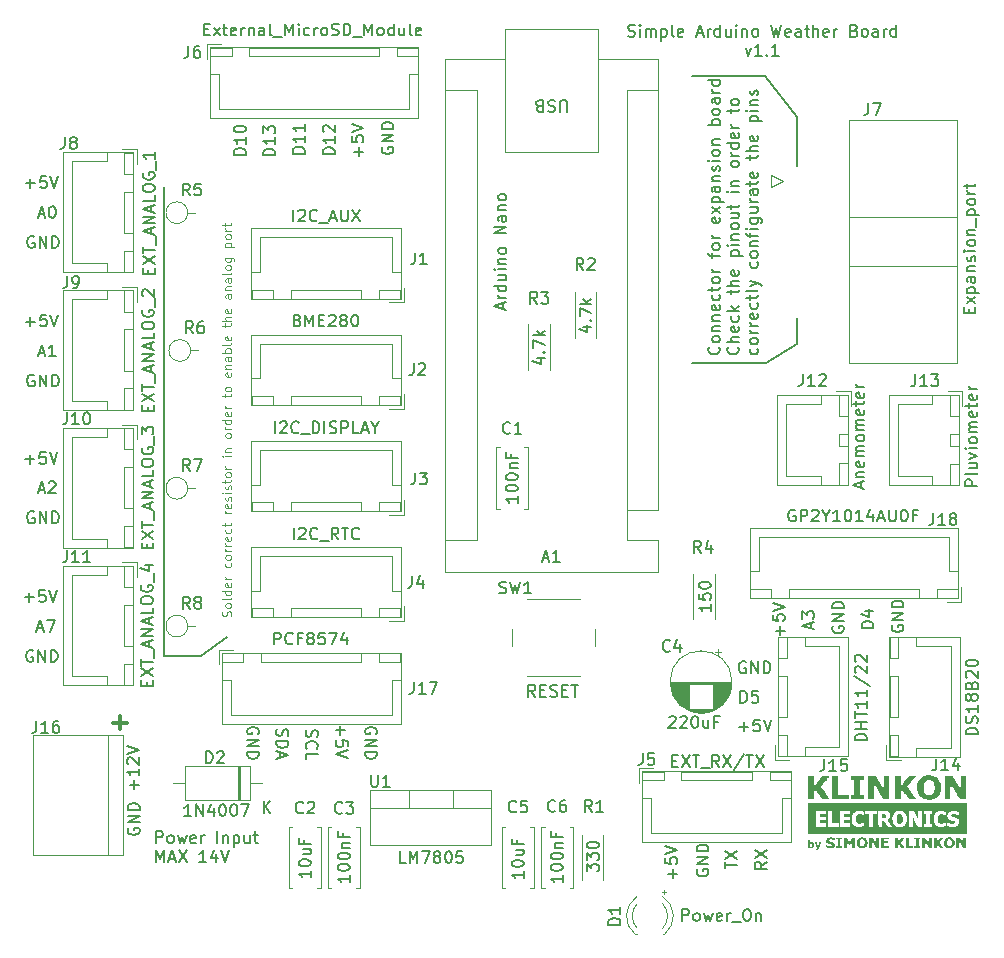
<source format=gbr>
%TF.GenerationSoftware,KiCad,Pcbnew,(6.0.8)*%
%TF.CreationDate,2022-11-21T21:43:47+01:00*%
%TF.ProjectId,WeatherStation_ArduinoNano_Shield,57656174-6865-4725-9374-6174696f6e5f,rev?*%
%TF.SameCoordinates,Original*%
%TF.FileFunction,Legend,Top*%
%TF.FilePolarity,Positive*%
%FSLAX46Y46*%
G04 Gerber Fmt 4.6, Leading zero omitted, Abs format (unit mm)*
G04 Created by KiCad (PCBNEW (6.0.8)) date 2022-11-21 21:43:47*
%MOMM*%
%LPD*%
G01*
G04 APERTURE LIST*
%ADD10C,0.150000*%
%ADD11C,0.125000*%
%ADD12C,0.300000*%
%ADD13C,0.120000*%
G04 APERTURE END LIST*
D10*
X108964038Y-60214800D02*
X108868800Y-60167180D01*
X108725942Y-60167180D01*
X108583085Y-60214800D01*
X108487847Y-60310038D01*
X108440228Y-60405276D01*
X108392609Y-60595752D01*
X108392609Y-60738609D01*
X108440228Y-60929085D01*
X108487847Y-61024323D01*
X108583085Y-61119561D01*
X108725942Y-61167180D01*
X108821180Y-61167180D01*
X108964038Y-61119561D01*
X109011657Y-61071942D01*
X109011657Y-60738609D01*
X108821180Y-60738609D01*
X109440228Y-61167180D02*
X109440228Y-60167180D01*
X109821180Y-60167180D01*
X109916419Y-60214800D01*
X109964038Y-60262419D01*
X110011657Y-60357657D01*
X110011657Y-60500514D01*
X109964038Y-60595752D01*
X109916419Y-60643371D01*
X109821180Y-60690990D01*
X109440228Y-60690990D01*
X110392609Y-60262419D02*
X110440228Y-60214800D01*
X110535466Y-60167180D01*
X110773561Y-60167180D01*
X110868800Y-60214800D01*
X110916419Y-60262419D01*
X110964038Y-60357657D01*
X110964038Y-60452895D01*
X110916419Y-60595752D01*
X110344990Y-61167180D01*
X110964038Y-61167180D01*
X111583085Y-60690990D02*
X111583085Y-61167180D01*
X111249752Y-60167180D02*
X111583085Y-60690990D01*
X111916419Y-60167180D01*
X112773561Y-61167180D02*
X112202133Y-61167180D01*
X112487847Y-61167180D02*
X112487847Y-60167180D01*
X112392609Y-60310038D01*
X112297371Y-60405276D01*
X112202133Y-60452895D01*
X113392609Y-60167180D02*
X113487847Y-60167180D01*
X113583085Y-60214800D01*
X113630704Y-60262419D01*
X113678323Y-60357657D01*
X113725942Y-60548133D01*
X113725942Y-60786228D01*
X113678323Y-60976704D01*
X113630704Y-61071942D01*
X113583085Y-61119561D01*
X113487847Y-61167180D01*
X113392609Y-61167180D01*
X113297371Y-61119561D01*
X113249752Y-61071942D01*
X113202133Y-60976704D01*
X113154514Y-60786228D01*
X113154514Y-60548133D01*
X113202133Y-60357657D01*
X113249752Y-60262419D01*
X113297371Y-60214800D01*
X113392609Y-60167180D01*
X114678323Y-61167180D02*
X114106895Y-61167180D01*
X114392609Y-61167180D02*
X114392609Y-60167180D01*
X114297371Y-60310038D01*
X114202133Y-60405276D01*
X114106895Y-60452895D01*
X115535466Y-60500514D02*
X115535466Y-61167180D01*
X115297371Y-60119561D02*
X115059276Y-60833847D01*
X115678323Y-60833847D01*
X116011657Y-60881466D02*
X116487847Y-60881466D01*
X115916419Y-61167180D02*
X116249752Y-60167180D01*
X116583085Y-61167180D01*
X116916419Y-60167180D02*
X116916419Y-60976704D01*
X116964038Y-61071942D01*
X117011657Y-61119561D01*
X117106895Y-61167180D01*
X117297371Y-61167180D01*
X117392609Y-61119561D01*
X117440228Y-61071942D01*
X117487847Y-60976704D01*
X117487847Y-60167180D01*
X118154514Y-60167180D02*
X118249752Y-60167180D01*
X118344990Y-60214800D01*
X118392609Y-60262419D01*
X118440228Y-60357657D01*
X118487847Y-60548133D01*
X118487847Y-60786228D01*
X118440228Y-60976704D01*
X118392609Y-61071942D01*
X118344990Y-61119561D01*
X118249752Y-61167180D01*
X118154514Y-61167180D01*
X118059276Y-61119561D01*
X118011657Y-61071942D01*
X117964038Y-60976704D01*
X117916419Y-60786228D01*
X117916419Y-60548133D01*
X117964038Y-60357657D01*
X118011657Y-60262419D01*
X118059276Y-60214800D01*
X118154514Y-60167180D01*
X119249752Y-60643371D02*
X118916419Y-60643371D01*
X118916419Y-61167180D02*
X118916419Y-60167180D01*
X119392609Y-60167180D01*
X123703371Y-43513561D02*
X123703371Y-43180228D01*
X124227180Y-43037371D02*
X124227180Y-43513561D01*
X123227180Y-43513561D01*
X123227180Y-43037371D01*
X124227180Y-42704038D02*
X123560514Y-42180228D01*
X123560514Y-42704038D02*
X124227180Y-42180228D01*
X123560514Y-41799276D02*
X124560514Y-41799276D01*
X123608133Y-41799276D02*
X123560514Y-41704038D01*
X123560514Y-41513561D01*
X123608133Y-41418323D01*
X123655752Y-41370704D01*
X123750990Y-41323085D01*
X124036704Y-41323085D01*
X124131942Y-41370704D01*
X124179561Y-41418323D01*
X124227180Y-41513561D01*
X124227180Y-41704038D01*
X124179561Y-41799276D01*
X124227180Y-40465942D02*
X123703371Y-40465942D01*
X123608133Y-40513561D01*
X123560514Y-40608800D01*
X123560514Y-40799276D01*
X123608133Y-40894514D01*
X124179561Y-40465942D02*
X124227180Y-40561180D01*
X124227180Y-40799276D01*
X124179561Y-40894514D01*
X124084323Y-40942133D01*
X123989085Y-40942133D01*
X123893847Y-40894514D01*
X123846228Y-40799276D01*
X123846228Y-40561180D01*
X123798609Y-40465942D01*
X123560514Y-39989752D02*
X124227180Y-39989752D01*
X123655752Y-39989752D02*
X123608133Y-39942133D01*
X123560514Y-39846895D01*
X123560514Y-39704038D01*
X123608133Y-39608800D01*
X123703371Y-39561180D01*
X124227180Y-39561180D01*
X124179561Y-39132609D02*
X124227180Y-39037371D01*
X124227180Y-38846895D01*
X124179561Y-38751657D01*
X124084323Y-38704038D01*
X124036704Y-38704038D01*
X123941466Y-38751657D01*
X123893847Y-38846895D01*
X123893847Y-38989752D01*
X123846228Y-39084990D01*
X123750990Y-39132609D01*
X123703371Y-39132609D01*
X123608133Y-39084990D01*
X123560514Y-38989752D01*
X123560514Y-38846895D01*
X123608133Y-38751657D01*
X124227180Y-38275466D02*
X123560514Y-38275466D01*
X123227180Y-38275466D02*
X123274800Y-38323085D01*
X123322419Y-38275466D01*
X123274800Y-38227847D01*
X123227180Y-38275466D01*
X123322419Y-38275466D01*
X124227180Y-37656419D02*
X124179561Y-37751657D01*
X124131942Y-37799276D01*
X124036704Y-37846895D01*
X123750990Y-37846895D01*
X123655752Y-37799276D01*
X123608133Y-37751657D01*
X123560514Y-37656419D01*
X123560514Y-37513561D01*
X123608133Y-37418323D01*
X123655752Y-37370704D01*
X123750990Y-37323085D01*
X124036704Y-37323085D01*
X124131942Y-37370704D01*
X124179561Y-37418323D01*
X124227180Y-37513561D01*
X124227180Y-37656419D01*
X123560514Y-36894514D02*
X124227180Y-36894514D01*
X123655752Y-36894514D02*
X123608133Y-36846895D01*
X123560514Y-36751657D01*
X123560514Y-36608800D01*
X123608133Y-36513561D01*
X123703371Y-36465942D01*
X124227180Y-36465942D01*
X124322419Y-36227847D02*
X124322419Y-35465942D01*
X123560514Y-35227847D02*
X124560514Y-35227847D01*
X123608133Y-35227847D02*
X123560514Y-35132609D01*
X123560514Y-34942133D01*
X123608133Y-34846895D01*
X123655752Y-34799276D01*
X123750990Y-34751657D01*
X124036704Y-34751657D01*
X124131942Y-34799276D01*
X124179561Y-34846895D01*
X124227180Y-34942133D01*
X124227180Y-35132609D01*
X124179561Y-35227847D01*
X124227180Y-34180228D02*
X124179561Y-34275466D01*
X124131942Y-34323085D01*
X124036704Y-34370704D01*
X123750990Y-34370704D01*
X123655752Y-34323085D01*
X123608133Y-34275466D01*
X123560514Y-34180228D01*
X123560514Y-34037371D01*
X123608133Y-33942133D01*
X123655752Y-33894514D01*
X123750990Y-33846895D01*
X124036704Y-33846895D01*
X124131942Y-33894514D01*
X124179561Y-33942133D01*
X124227180Y-34037371D01*
X124227180Y-34180228D01*
X124227180Y-33418323D02*
X123560514Y-33418323D01*
X123750990Y-33418323D02*
X123655752Y-33370704D01*
X123608133Y-33323085D01*
X123560514Y-33227847D01*
X123560514Y-33132609D01*
X123560514Y-32942133D02*
X123560514Y-32561180D01*
X123227180Y-32799276D02*
X124084323Y-32799276D01*
X124179561Y-32751657D01*
X124227180Y-32656419D01*
X124227180Y-32561180D01*
X73998800Y-29472704D02*
X73951180Y-29567942D01*
X73951180Y-29710800D01*
X73998800Y-29853657D01*
X74094038Y-29948895D01*
X74189276Y-29996514D01*
X74379752Y-30044133D01*
X74522609Y-30044133D01*
X74713085Y-29996514D01*
X74808323Y-29948895D01*
X74903561Y-29853657D01*
X74951180Y-29710800D01*
X74951180Y-29615561D01*
X74903561Y-29472704D01*
X74855942Y-29425085D01*
X74522609Y-29425085D01*
X74522609Y-29615561D01*
X74951180Y-28996514D02*
X73951180Y-28996514D01*
X74951180Y-28425085D01*
X73951180Y-28425085D01*
X74951180Y-27948895D02*
X73951180Y-27948895D01*
X73951180Y-27710800D01*
X73998800Y-27567942D01*
X74094038Y-27472704D01*
X74189276Y-27425085D01*
X74379752Y-27377466D01*
X74522609Y-27377466D01*
X74713085Y-27425085D01*
X74808323Y-27472704D01*
X74903561Y-27567942D01*
X74951180Y-27710800D01*
X74951180Y-27948895D01*
X72030228Y-30250514D02*
X72030228Y-29488609D01*
X72411180Y-29869561D02*
X71649276Y-29869561D01*
X71411180Y-28536228D02*
X71411180Y-29012419D01*
X71887371Y-29060038D01*
X71839752Y-29012419D01*
X71792133Y-28917180D01*
X71792133Y-28679085D01*
X71839752Y-28583847D01*
X71887371Y-28536228D01*
X71982609Y-28488609D01*
X72220704Y-28488609D01*
X72315942Y-28536228D01*
X72363561Y-28583847D01*
X72411180Y-28679085D01*
X72411180Y-28917180D01*
X72363561Y-29012419D01*
X72315942Y-29060038D01*
X71411180Y-28202895D02*
X72411180Y-27869561D01*
X71411180Y-27536228D01*
X69972780Y-30077485D02*
X68972780Y-30077485D01*
X68972780Y-29839390D01*
X69020400Y-29696533D01*
X69115638Y-29601295D01*
X69210876Y-29553676D01*
X69401352Y-29506057D01*
X69544209Y-29506057D01*
X69734685Y-29553676D01*
X69829923Y-29601295D01*
X69925161Y-29696533D01*
X69972780Y-29839390D01*
X69972780Y-30077485D01*
X69972780Y-28553676D02*
X69972780Y-29125104D01*
X69972780Y-28839390D02*
X68972780Y-28839390D01*
X69115638Y-28934628D01*
X69210876Y-29029866D01*
X69258495Y-29125104D01*
X69068019Y-28172723D02*
X69020400Y-28125104D01*
X68972780Y-28029866D01*
X68972780Y-27791771D01*
X69020400Y-27696533D01*
X69068019Y-27648914D01*
X69163257Y-27601295D01*
X69258495Y-27601295D01*
X69401352Y-27648914D01*
X69972780Y-28220342D01*
X69972780Y-27601295D01*
X67432780Y-30026685D02*
X66432780Y-30026685D01*
X66432780Y-29788590D01*
X66480400Y-29645733D01*
X66575638Y-29550495D01*
X66670876Y-29502876D01*
X66861352Y-29455257D01*
X67004209Y-29455257D01*
X67194685Y-29502876D01*
X67289923Y-29550495D01*
X67385161Y-29645733D01*
X67432780Y-29788590D01*
X67432780Y-30026685D01*
X67432780Y-28502876D02*
X67432780Y-29074304D01*
X67432780Y-28788590D02*
X66432780Y-28788590D01*
X66575638Y-28883828D01*
X66670876Y-28979066D01*
X66718495Y-29074304D01*
X67432780Y-27550495D02*
X67432780Y-28121923D01*
X67432780Y-27836209D02*
X66432780Y-27836209D01*
X66575638Y-27931447D01*
X66670876Y-28026685D01*
X66718495Y-28121923D01*
X64943580Y-30179085D02*
X63943580Y-30179085D01*
X63943580Y-29940990D01*
X63991200Y-29798133D01*
X64086438Y-29702895D01*
X64181676Y-29655276D01*
X64372152Y-29607657D01*
X64515009Y-29607657D01*
X64705485Y-29655276D01*
X64800723Y-29702895D01*
X64895961Y-29798133D01*
X64943580Y-29940990D01*
X64943580Y-30179085D01*
X64943580Y-28655276D02*
X64943580Y-29226704D01*
X64943580Y-28940990D02*
X63943580Y-28940990D01*
X64086438Y-29036228D01*
X64181676Y-29131466D01*
X64229295Y-29226704D01*
X63943580Y-28321942D02*
X63943580Y-27702895D01*
X64324533Y-28036228D01*
X64324533Y-27893371D01*
X64372152Y-27798133D01*
X64419771Y-27750514D01*
X64515009Y-27702895D01*
X64753104Y-27702895D01*
X64848342Y-27750514D01*
X64895961Y-27798133D01*
X64943580Y-27893371D01*
X64943580Y-28179085D01*
X64895961Y-28274323D01*
X64848342Y-28321942D01*
X62454380Y-30128285D02*
X61454380Y-30128285D01*
X61454380Y-29890190D01*
X61502000Y-29747333D01*
X61597238Y-29652095D01*
X61692476Y-29604476D01*
X61882952Y-29556857D01*
X62025809Y-29556857D01*
X62216285Y-29604476D01*
X62311523Y-29652095D01*
X62406761Y-29747333D01*
X62454380Y-29890190D01*
X62454380Y-30128285D01*
X62454380Y-28604476D02*
X62454380Y-29175904D01*
X62454380Y-28890190D02*
X61454380Y-28890190D01*
X61597238Y-28985428D01*
X61692476Y-29080666D01*
X61740095Y-29175904D01*
X61454380Y-27985428D02*
X61454380Y-27890190D01*
X61502000Y-27794952D01*
X61549619Y-27747333D01*
X61644857Y-27699714D01*
X61835333Y-27652095D01*
X62073428Y-27652095D01*
X62263904Y-27699714D01*
X62359142Y-27747333D01*
X62406761Y-27794952D01*
X62454380Y-27890190D01*
X62454380Y-27985428D01*
X62406761Y-28080666D01*
X62359142Y-28128285D01*
X62263904Y-28175904D01*
X62073428Y-28223523D01*
X61835333Y-28223523D01*
X61644857Y-28175904D01*
X61549619Y-28128285D01*
X61502000Y-28080666D01*
X61454380Y-27985428D01*
X84215866Y-43169142D02*
X84215866Y-42692952D01*
X84501580Y-43264380D02*
X83501580Y-42931047D01*
X84501580Y-42597714D01*
X84501580Y-42264380D02*
X83834914Y-42264380D01*
X84025390Y-42264380D02*
X83930152Y-42216761D01*
X83882533Y-42169142D01*
X83834914Y-42073904D01*
X83834914Y-41978666D01*
X84501580Y-41216761D02*
X83501580Y-41216761D01*
X84453961Y-41216761D02*
X84501580Y-41312000D01*
X84501580Y-41502476D01*
X84453961Y-41597714D01*
X84406342Y-41645333D01*
X84311104Y-41692952D01*
X84025390Y-41692952D01*
X83930152Y-41645333D01*
X83882533Y-41597714D01*
X83834914Y-41502476D01*
X83834914Y-41312000D01*
X83882533Y-41216761D01*
X83834914Y-40312000D02*
X84501580Y-40312000D01*
X83834914Y-40740571D02*
X84358723Y-40740571D01*
X84453961Y-40692952D01*
X84501580Y-40597714D01*
X84501580Y-40454857D01*
X84453961Y-40359619D01*
X84406342Y-40312000D01*
X84501580Y-39835809D02*
X83834914Y-39835809D01*
X83501580Y-39835809D02*
X83549200Y-39883428D01*
X83596819Y-39835809D01*
X83549200Y-39788190D01*
X83501580Y-39835809D01*
X83596819Y-39835809D01*
X83834914Y-39359619D02*
X84501580Y-39359619D01*
X83930152Y-39359619D02*
X83882533Y-39312000D01*
X83834914Y-39216761D01*
X83834914Y-39073904D01*
X83882533Y-38978666D01*
X83977771Y-38931047D01*
X84501580Y-38931047D01*
X84501580Y-38312000D02*
X84453961Y-38407238D01*
X84406342Y-38454857D01*
X84311104Y-38502476D01*
X84025390Y-38502476D01*
X83930152Y-38454857D01*
X83882533Y-38407238D01*
X83834914Y-38312000D01*
X83834914Y-38169142D01*
X83882533Y-38073904D01*
X83930152Y-38026285D01*
X84025390Y-37978666D01*
X84311104Y-37978666D01*
X84406342Y-38026285D01*
X84453961Y-38073904D01*
X84501580Y-38169142D01*
X84501580Y-38312000D01*
X84501580Y-36788190D02*
X83501580Y-36788190D01*
X84501580Y-36216761D01*
X83501580Y-36216761D01*
X84501580Y-35312000D02*
X83977771Y-35312000D01*
X83882533Y-35359619D01*
X83834914Y-35454857D01*
X83834914Y-35645333D01*
X83882533Y-35740571D01*
X84453961Y-35312000D02*
X84501580Y-35407238D01*
X84501580Y-35645333D01*
X84453961Y-35740571D01*
X84358723Y-35788190D01*
X84263485Y-35788190D01*
X84168247Y-35740571D01*
X84120628Y-35645333D01*
X84120628Y-35407238D01*
X84073009Y-35312000D01*
X83834914Y-34835809D02*
X84501580Y-34835809D01*
X83930152Y-34835809D02*
X83882533Y-34788190D01*
X83834914Y-34692952D01*
X83834914Y-34550095D01*
X83882533Y-34454857D01*
X83977771Y-34407238D01*
X84501580Y-34407238D01*
X84501580Y-33788190D02*
X84453961Y-33883428D01*
X84406342Y-33931047D01*
X84311104Y-33978666D01*
X84025390Y-33978666D01*
X83930152Y-33931047D01*
X83882533Y-33883428D01*
X83834914Y-33788190D01*
X83834914Y-33645333D01*
X83882533Y-33550095D01*
X83930152Y-33502476D01*
X84025390Y-33454857D01*
X84311104Y-33454857D01*
X84406342Y-33502476D01*
X84453961Y-33550095D01*
X84501580Y-33645333D01*
X84501580Y-33788190D01*
X85466780Y-59011219D02*
X85466780Y-59582647D01*
X85466780Y-59296933D02*
X84466780Y-59296933D01*
X84609638Y-59392171D01*
X84704876Y-59487409D01*
X84752495Y-59582647D01*
X84466780Y-58392171D02*
X84466780Y-58296933D01*
X84514400Y-58201695D01*
X84562019Y-58154076D01*
X84657257Y-58106457D01*
X84847733Y-58058838D01*
X85085828Y-58058838D01*
X85276304Y-58106457D01*
X85371542Y-58154076D01*
X85419161Y-58201695D01*
X85466780Y-58296933D01*
X85466780Y-58392171D01*
X85419161Y-58487409D01*
X85371542Y-58535028D01*
X85276304Y-58582647D01*
X85085828Y-58630266D01*
X84847733Y-58630266D01*
X84657257Y-58582647D01*
X84562019Y-58535028D01*
X84514400Y-58487409D01*
X84466780Y-58392171D01*
X84466780Y-57439790D02*
X84466780Y-57344552D01*
X84514400Y-57249314D01*
X84562019Y-57201695D01*
X84657257Y-57154076D01*
X84847733Y-57106457D01*
X85085828Y-57106457D01*
X85276304Y-57154076D01*
X85371542Y-57201695D01*
X85419161Y-57249314D01*
X85466780Y-57344552D01*
X85466780Y-57439790D01*
X85419161Y-57535028D01*
X85371542Y-57582647D01*
X85276304Y-57630266D01*
X85085828Y-57677885D01*
X84847733Y-57677885D01*
X84657257Y-57630266D01*
X84562019Y-57582647D01*
X84514400Y-57535028D01*
X84466780Y-57439790D01*
X84800114Y-56677885D02*
X85466780Y-56677885D01*
X84895352Y-56677885D02*
X84847733Y-56630266D01*
X84800114Y-56535028D01*
X84800114Y-56392171D01*
X84847733Y-56296933D01*
X84942971Y-56249314D01*
X85466780Y-56249314D01*
X84942971Y-55439790D02*
X84942971Y-55773123D01*
X85466780Y-55773123D02*
X84466780Y-55773123D01*
X84466780Y-55296933D01*
X91048514Y-44676171D02*
X91715180Y-44676171D01*
X90667561Y-44914266D02*
X91381847Y-45152361D01*
X91381847Y-44533314D01*
X91619942Y-44152361D02*
X91667561Y-44104742D01*
X91715180Y-44152361D01*
X91667561Y-44199980D01*
X91619942Y-44152361D01*
X91715180Y-44152361D01*
X90715180Y-43771409D02*
X90715180Y-43104742D01*
X91715180Y-43533314D01*
X91715180Y-42723790D02*
X90715180Y-42723790D01*
X91334228Y-42628552D02*
X91715180Y-42342838D01*
X91048514Y-42342838D02*
X91429466Y-42723790D01*
X87086114Y-47368571D02*
X87752780Y-47368571D01*
X86705161Y-47606666D02*
X87419447Y-47844761D01*
X87419447Y-47225714D01*
X87657542Y-46844761D02*
X87705161Y-46797142D01*
X87752780Y-46844761D01*
X87705161Y-46892380D01*
X87657542Y-46844761D01*
X87752780Y-46844761D01*
X86752780Y-46463809D02*
X86752780Y-45797142D01*
X87752780Y-46225714D01*
X87752780Y-45416190D02*
X86752780Y-45416190D01*
X87371828Y-45320952D02*
X87752780Y-45035238D01*
X87086114Y-45035238D02*
X87467066Y-45416190D01*
X86965619Y-76000780D02*
X86632285Y-75524590D01*
X86394190Y-76000780D02*
X86394190Y-75000780D01*
X86775142Y-75000780D01*
X86870380Y-75048400D01*
X86918000Y-75096019D01*
X86965619Y-75191257D01*
X86965619Y-75334114D01*
X86918000Y-75429352D01*
X86870380Y-75476971D01*
X86775142Y-75524590D01*
X86394190Y-75524590D01*
X87394190Y-75476971D02*
X87727523Y-75476971D01*
X87870380Y-76000780D02*
X87394190Y-76000780D01*
X87394190Y-75000780D01*
X87870380Y-75000780D01*
X88251333Y-75953161D02*
X88394190Y-76000780D01*
X88632285Y-76000780D01*
X88727523Y-75953161D01*
X88775142Y-75905542D01*
X88822761Y-75810304D01*
X88822761Y-75715066D01*
X88775142Y-75619828D01*
X88727523Y-75572209D01*
X88632285Y-75524590D01*
X88441809Y-75476971D01*
X88346571Y-75429352D01*
X88298952Y-75381733D01*
X88251333Y-75286495D01*
X88251333Y-75191257D01*
X88298952Y-75096019D01*
X88346571Y-75048400D01*
X88441809Y-75000780D01*
X88679904Y-75000780D01*
X88822761Y-75048400D01*
X89251333Y-75476971D02*
X89584666Y-75476971D01*
X89727523Y-76000780D02*
X89251333Y-76000780D01*
X89251333Y-75000780D01*
X89727523Y-75000780D01*
X90013238Y-75000780D02*
X90584666Y-75000780D01*
X90298952Y-76000780D02*
X90298952Y-75000780D01*
X101824380Y-68188666D02*
X101824380Y-68760095D01*
X101824380Y-68474380D02*
X100824380Y-68474380D01*
X100967238Y-68569619D01*
X101062476Y-68664857D01*
X101110095Y-68760095D01*
X100824380Y-67283904D02*
X100824380Y-67760095D01*
X101300571Y-67807714D01*
X101252952Y-67760095D01*
X101205333Y-67664857D01*
X101205333Y-67426761D01*
X101252952Y-67331523D01*
X101300571Y-67283904D01*
X101395809Y-67236285D01*
X101633904Y-67236285D01*
X101729142Y-67283904D01*
X101776761Y-67331523D01*
X101824380Y-67426761D01*
X101824380Y-67664857D01*
X101776761Y-67760095D01*
X101729142Y-67807714D01*
X100824380Y-66617238D02*
X100824380Y-66522000D01*
X100872000Y-66426761D01*
X100919619Y-66379142D01*
X101014857Y-66331523D01*
X101205333Y-66283904D01*
X101443428Y-66283904D01*
X101633904Y-66331523D01*
X101729142Y-66379142D01*
X101776761Y-66426761D01*
X101824380Y-66522000D01*
X101824380Y-66617238D01*
X101776761Y-66712476D01*
X101729142Y-66760095D01*
X101633904Y-66807714D01*
X101443428Y-66855333D01*
X101205333Y-66855333D01*
X101014857Y-66807714D01*
X100919619Y-66760095D01*
X100872000Y-66712476D01*
X100824380Y-66617238D01*
X98287752Y-77737619D02*
X98335371Y-77690000D01*
X98430609Y-77642380D01*
X98668704Y-77642380D01*
X98763942Y-77690000D01*
X98811561Y-77737619D01*
X98859180Y-77832857D01*
X98859180Y-77928095D01*
X98811561Y-78070952D01*
X98240133Y-78642380D01*
X98859180Y-78642380D01*
X99240133Y-77737619D02*
X99287752Y-77690000D01*
X99382990Y-77642380D01*
X99621085Y-77642380D01*
X99716323Y-77690000D01*
X99763942Y-77737619D01*
X99811561Y-77832857D01*
X99811561Y-77928095D01*
X99763942Y-78070952D01*
X99192514Y-78642380D01*
X99811561Y-78642380D01*
X100430609Y-77642380D02*
X100525847Y-77642380D01*
X100621085Y-77690000D01*
X100668704Y-77737619D01*
X100716323Y-77832857D01*
X100763942Y-78023333D01*
X100763942Y-78261428D01*
X100716323Y-78451904D01*
X100668704Y-78547142D01*
X100621085Y-78594761D01*
X100525847Y-78642380D01*
X100430609Y-78642380D01*
X100335371Y-78594761D01*
X100287752Y-78547142D01*
X100240133Y-78451904D01*
X100192514Y-78261428D01*
X100192514Y-78023333D01*
X100240133Y-77832857D01*
X100287752Y-77737619D01*
X100335371Y-77690000D01*
X100430609Y-77642380D01*
X101621085Y-77975714D02*
X101621085Y-78642380D01*
X101192514Y-77975714D02*
X101192514Y-78499523D01*
X101240133Y-78594761D01*
X101335371Y-78642380D01*
X101478228Y-78642380D01*
X101573466Y-78594761D01*
X101621085Y-78547142D01*
X102430609Y-78118571D02*
X102097276Y-78118571D01*
X102097276Y-78642380D02*
X102097276Y-77642380D01*
X102573466Y-77642380D01*
X104251885Y-78566228D02*
X105013790Y-78566228D01*
X104632838Y-78947180D02*
X104632838Y-78185276D01*
X105966171Y-77947180D02*
X105489980Y-77947180D01*
X105442361Y-78423371D01*
X105489980Y-78375752D01*
X105585219Y-78328133D01*
X105823314Y-78328133D01*
X105918552Y-78375752D01*
X105966171Y-78423371D01*
X106013790Y-78518609D01*
X106013790Y-78756704D01*
X105966171Y-78851942D01*
X105918552Y-78899561D01*
X105823314Y-78947180D01*
X105585219Y-78947180D01*
X105489980Y-78899561D01*
X105442361Y-78851942D01*
X106299504Y-77947180D02*
X106632838Y-78947180D01*
X106966171Y-77947180D01*
X104342304Y-76508780D02*
X104342304Y-75508780D01*
X104580400Y-75508780D01*
X104723257Y-75556400D01*
X104818495Y-75651638D01*
X104866114Y-75746876D01*
X104913733Y-75937352D01*
X104913733Y-76080209D01*
X104866114Y-76270685D01*
X104818495Y-76365923D01*
X104723257Y-76461161D01*
X104580400Y-76508780D01*
X104342304Y-76508780D01*
X105818495Y-75508780D02*
X105342304Y-75508780D01*
X105294685Y-75984971D01*
X105342304Y-75937352D01*
X105437542Y-75889733D01*
X105675638Y-75889733D01*
X105770876Y-75937352D01*
X105818495Y-75984971D01*
X105866114Y-76080209D01*
X105866114Y-76318304D01*
X105818495Y-76413542D01*
X105770876Y-76461161D01*
X105675638Y-76508780D01*
X105437542Y-76508780D01*
X105342304Y-76461161D01*
X105294685Y-76413542D01*
X104775695Y-73067200D02*
X104680457Y-73019580D01*
X104537600Y-73019580D01*
X104394742Y-73067200D01*
X104299504Y-73162438D01*
X104251885Y-73257676D01*
X104204266Y-73448152D01*
X104204266Y-73591009D01*
X104251885Y-73781485D01*
X104299504Y-73876723D01*
X104394742Y-73971961D01*
X104537600Y-74019580D01*
X104632838Y-74019580D01*
X104775695Y-73971961D01*
X104823314Y-73924342D01*
X104823314Y-73591009D01*
X104632838Y-73591009D01*
X105251885Y-74019580D02*
X105251885Y-73019580D01*
X105823314Y-74019580D01*
X105823314Y-73019580D01*
X106299504Y-74019580D02*
X106299504Y-73019580D01*
X106537600Y-73019580D01*
X106680457Y-73067200D01*
X106775695Y-73162438D01*
X106823314Y-73257676D01*
X106870933Y-73448152D01*
X106870933Y-73591009D01*
X106823314Y-73781485D01*
X106775695Y-73876723D01*
X106680457Y-73971961D01*
X106537600Y-74019580D01*
X106299504Y-74019580D01*
X115032380Y-79702438D02*
X114032380Y-79702438D01*
X114032380Y-79464342D01*
X114080000Y-79321485D01*
X114175238Y-79226247D01*
X114270476Y-79178628D01*
X114460952Y-79131009D01*
X114603809Y-79131009D01*
X114794285Y-79178628D01*
X114889523Y-79226247D01*
X114984761Y-79321485D01*
X115032380Y-79464342D01*
X115032380Y-79702438D01*
X115032380Y-78702438D02*
X114032380Y-78702438D01*
X114508571Y-78702438D02*
X114508571Y-78131009D01*
X115032380Y-78131009D02*
X114032380Y-78131009D01*
X114032380Y-77797676D02*
X114032380Y-77226247D01*
X115032380Y-77511961D02*
X114032380Y-77511961D01*
X115032380Y-76369104D02*
X115032380Y-76940533D01*
X115032380Y-76654819D02*
X114032380Y-76654819D01*
X114175238Y-76750057D01*
X114270476Y-76845295D01*
X114318095Y-76940533D01*
X115032380Y-75416723D02*
X115032380Y-75988152D01*
X115032380Y-75702438D02*
X114032380Y-75702438D01*
X114175238Y-75797676D01*
X114270476Y-75892914D01*
X114318095Y-75988152D01*
X113984761Y-74273866D02*
X115270476Y-75131009D01*
X114127619Y-73988152D02*
X114080000Y-73940533D01*
X114032380Y-73845295D01*
X114032380Y-73607200D01*
X114080000Y-73511961D01*
X114127619Y-73464342D01*
X114222857Y-73416723D01*
X114318095Y-73416723D01*
X114460952Y-73464342D01*
X115032380Y-74035771D01*
X115032380Y-73416723D01*
X114127619Y-73035771D02*
X114080000Y-72988152D01*
X114032380Y-72892914D01*
X114032380Y-72654819D01*
X114080000Y-72559580D01*
X114127619Y-72511961D01*
X114222857Y-72464342D01*
X114318095Y-72464342D01*
X114460952Y-72511961D01*
X115032380Y-73083390D01*
X115032380Y-72464342D01*
X124430380Y-79199257D02*
X123430380Y-79199257D01*
X123430380Y-78961161D01*
X123478000Y-78818304D01*
X123573238Y-78723066D01*
X123668476Y-78675447D01*
X123858952Y-78627828D01*
X124001809Y-78627828D01*
X124192285Y-78675447D01*
X124287523Y-78723066D01*
X124382761Y-78818304D01*
X124430380Y-78961161D01*
X124430380Y-79199257D01*
X124382761Y-78246876D02*
X124430380Y-78104019D01*
X124430380Y-77865923D01*
X124382761Y-77770685D01*
X124335142Y-77723066D01*
X124239904Y-77675447D01*
X124144666Y-77675447D01*
X124049428Y-77723066D01*
X124001809Y-77770685D01*
X123954190Y-77865923D01*
X123906571Y-78056400D01*
X123858952Y-78151638D01*
X123811333Y-78199257D01*
X123716095Y-78246876D01*
X123620857Y-78246876D01*
X123525619Y-78199257D01*
X123478000Y-78151638D01*
X123430380Y-78056400D01*
X123430380Y-77818304D01*
X123478000Y-77675447D01*
X124430380Y-76723066D02*
X124430380Y-77294495D01*
X124430380Y-77008780D02*
X123430380Y-77008780D01*
X123573238Y-77104019D01*
X123668476Y-77199257D01*
X123716095Y-77294495D01*
X123858952Y-76151638D02*
X123811333Y-76246876D01*
X123763714Y-76294495D01*
X123668476Y-76342114D01*
X123620857Y-76342114D01*
X123525619Y-76294495D01*
X123478000Y-76246876D01*
X123430380Y-76151638D01*
X123430380Y-75961161D01*
X123478000Y-75865923D01*
X123525619Y-75818304D01*
X123620857Y-75770685D01*
X123668476Y-75770685D01*
X123763714Y-75818304D01*
X123811333Y-75865923D01*
X123858952Y-75961161D01*
X123858952Y-76151638D01*
X123906571Y-76246876D01*
X123954190Y-76294495D01*
X124049428Y-76342114D01*
X124239904Y-76342114D01*
X124335142Y-76294495D01*
X124382761Y-76246876D01*
X124430380Y-76151638D01*
X124430380Y-75961161D01*
X124382761Y-75865923D01*
X124335142Y-75818304D01*
X124239904Y-75770685D01*
X124049428Y-75770685D01*
X123954190Y-75818304D01*
X123906571Y-75865923D01*
X123858952Y-75961161D01*
X123906571Y-75008780D02*
X123954190Y-74865923D01*
X124001809Y-74818304D01*
X124097047Y-74770685D01*
X124239904Y-74770685D01*
X124335142Y-74818304D01*
X124382761Y-74865923D01*
X124430380Y-74961161D01*
X124430380Y-75342114D01*
X123430380Y-75342114D01*
X123430380Y-75008780D01*
X123478000Y-74913542D01*
X123525619Y-74865923D01*
X123620857Y-74818304D01*
X123716095Y-74818304D01*
X123811333Y-74865923D01*
X123858952Y-74913542D01*
X123906571Y-75008780D01*
X123906571Y-75342114D01*
X123525619Y-74389733D02*
X123478000Y-74342114D01*
X123430380Y-74246876D01*
X123430380Y-74008780D01*
X123478000Y-73913542D01*
X123525619Y-73865923D01*
X123620857Y-73818304D01*
X123716095Y-73818304D01*
X123858952Y-73865923D01*
X124430380Y-74437352D01*
X124430380Y-73818304D01*
X123430380Y-73199257D02*
X123430380Y-73104019D01*
X123478000Y-73008780D01*
X123525619Y-72961161D01*
X123620857Y-72913542D01*
X123811333Y-72865923D01*
X124049428Y-72865923D01*
X124239904Y-72913542D01*
X124335142Y-72961161D01*
X124382761Y-73008780D01*
X124430380Y-73104019D01*
X124430380Y-73199257D01*
X124382761Y-73294495D01*
X124335142Y-73342114D01*
X124239904Y-73389733D01*
X124049428Y-73437352D01*
X123811333Y-73437352D01*
X123620857Y-73389733D01*
X123525619Y-73342114D01*
X123478000Y-73294495D01*
X123430380Y-73199257D01*
X114543466Y-58315542D02*
X114543466Y-57839352D01*
X114829180Y-58410780D02*
X113829180Y-58077447D01*
X114829180Y-57744114D01*
X114162514Y-57410780D02*
X114829180Y-57410780D01*
X114257752Y-57410780D02*
X114210133Y-57363161D01*
X114162514Y-57267923D01*
X114162514Y-57125066D01*
X114210133Y-57029828D01*
X114305371Y-56982209D01*
X114829180Y-56982209D01*
X114781561Y-56125066D02*
X114829180Y-56220304D01*
X114829180Y-56410780D01*
X114781561Y-56506019D01*
X114686323Y-56553638D01*
X114305371Y-56553638D01*
X114210133Y-56506019D01*
X114162514Y-56410780D01*
X114162514Y-56220304D01*
X114210133Y-56125066D01*
X114305371Y-56077447D01*
X114400609Y-56077447D01*
X114495847Y-56553638D01*
X114829180Y-55648876D02*
X114162514Y-55648876D01*
X114257752Y-55648876D02*
X114210133Y-55601257D01*
X114162514Y-55506019D01*
X114162514Y-55363161D01*
X114210133Y-55267923D01*
X114305371Y-55220304D01*
X114829180Y-55220304D01*
X114305371Y-55220304D02*
X114210133Y-55172685D01*
X114162514Y-55077447D01*
X114162514Y-54934590D01*
X114210133Y-54839352D01*
X114305371Y-54791733D01*
X114829180Y-54791733D01*
X114829180Y-54172685D02*
X114781561Y-54267923D01*
X114733942Y-54315542D01*
X114638704Y-54363161D01*
X114352990Y-54363161D01*
X114257752Y-54315542D01*
X114210133Y-54267923D01*
X114162514Y-54172685D01*
X114162514Y-54029828D01*
X114210133Y-53934590D01*
X114257752Y-53886971D01*
X114352990Y-53839352D01*
X114638704Y-53839352D01*
X114733942Y-53886971D01*
X114781561Y-53934590D01*
X114829180Y-54029828D01*
X114829180Y-54172685D01*
X114829180Y-53410780D02*
X114162514Y-53410780D01*
X114257752Y-53410780D02*
X114210133Y-53363161D01*
X114162514Y-53267923D01*
X114162514Y-53125066D01*
X114210133Y-53029828D01*
X114305371Y-52982209D01*
X114829180Y-52982209D01*
X114305371Y-52982209D02*
X114210133Y-52934590D01*
X114162514Y-52839352D01*
X114162514Y-52696495D01*
X114210133Y-52601257D01*
X114305371Y-52553638D01*
X114829180Y-52553638D01*
X114781561Y-51696495D02*
X114829180Y-51791733D01*
X114829180Y-51982209D01*
X114781561Y-52077447D01*
X114686323Y-52125066D01*
X114305371Y-52125066D01*
X114210133Y-52077447D01*
X114162514Y-51982209D01*
X114162514Y-51791733D01*
X114210133Y-51696495D01*
X114305371Y-51648876D01*
X114400609Y-51648876D01*
X114495847Y-52125066D01*
X114162514Y-51363161D02*
X114162514Y-50982209D01*
X113829180Y-51220304D02*
X114686323Y-51220304D01*
X114781561Y-51172685D01*
X114829180Y-51077447D01*
X114829180Y-50982209D01*
X114781561Y-50267923D02*
X114829180Y-50363161D01*
X114829180Y-50553638D01*
X114781561Y-50648876D01*
X114686323Y-50696495D01*
X114305371Y-50696495D01*
X114210133Y-50648876D01*
X114162514Y-50553638D01*
X114162514Y-50363161D01*
X114210133Y-50267923D01*
X114305371Y-50220304D01*
X114400609Y-50220304D01*
X114495847Y-50696495D01*
X114829180Y-49791733D02*
X114162514Y-49791733D01*
X114352990Y-49791733D02*
X114257752Y-49744114D01*
X114210133Y-49696495D01*
X114162514Y-49601257D01*
X114162514Y-49506019D01*
X124379580Y-58175866D02*
X123379580Y-58175866D01*
X123379580Y-57794914D01*
X123427200Y-57699676D01*
X123474819Y-57652057D01*
X123570057Y-57604438D01*
X123712914Y-57604438D01*
X123808152Y-57652057D01*
X123855771Y-57699676D01*
X123903390Y-57794914D01*
X123903390Y-58175866D01*
X124379580Y-57033009D02*
X124331961Y-57128247D01*
X124236723Y-57175866D01*
X123379580Y-57175866D01*
X123712914Y-56223485D02*
X124379580Y-56223485D01*
X123712914Y-56652057D02*
X124236723Y-56652057D01*
X124331961Y-56604438D01*
X124379580Y-56509200D01*
X124379580Y-56366342D01*
X124331961Y-56271104D01*
X124284342Y-56223485D01*
X123712914Y-55842533D02*
X124379580Y-55604438D01*
X123712914Y-55366342D01*
X124379580Y-54985390D02*
X123712914Y-54985390D01*
X123379580Y-54985390D02*
X123427200Y-55033009D01*
X123474819Y-54985390D01*
X123427200Y-54937771D01*
X123379580Y-54985390D01*
X123474819Y-54985390D01*
X124379580Y-54366342D02*
X124331961Y-54461580D01*
X124284342Y-54509200D01*
X124189104Y-54556819D01*
X123903390Y-54556819D01*
X123808152Y-54509200D01*
X123760533Y-54461580D01*
X123712914Y-54366342D01*
X123712914Y-54223485D01*
X123760533Y-54128247D01*
X123808152Y-54080628D01*
X123903390Y-54033009D01*
X124189104Y-54033009D01*
X124284342Y-54080628D01*
X124331961Y-54128247D01*
X124379580Y-54223485D01*
X124379580Y-54366342D01*
X124379580Y-53604438D02*
X123712914Y-53604438D01*
X123808152Y-53604438D02*
X123760533Y-53556819D01*
X123712914Y-53461580D01*
X123712914Y-53318723D01*
X123760533Y-53223485D01*
X123855771Y-53175866D01*
X124379580Y-53175866D01*
X123855771Y-53175866D02*
X123760533Y-53128247D01*
X123712914Y-53033009D01*
X123712914Y-52890152D01*
X123760533Y-52794914D01*
X123855771Y-52747295D01*
X124379580Y-52747295D01*
X124331961Y-51890152D02*
X124379580Y-51985390D01*
X124379580Y-52175866D01*
X124331961Y-52271104D01*
X124236723Y-52318723D01*
X123855771Y-52318723D01*
X123760533Y-52271104D01*
X123712914Y-52175866D01*
X123712914Y-51985390D01*
X123760533Y-51890152D01*
X123855771Y-51842533D01*
X123951009Y-51842533D01*
X124046247Y-52318723D01*
X123712914Y-51556819D02*
X123712914Y-51175866D01*
X123379580Y-51413961D02*
X124236723Y-51413961D01*
X124331961Y-51366342D01*
X124379580Y-51271104D01*
X124379580Y-51175866D01*
X124331961Y-50461580D02*
X124379580Y-50556819D01*
X124379580Y-50747295D01*
X124331961Y-50842533D01*
X124236723Y-50890152D01*
X123855771Y-50890152D01*
X123760533Y-50842533D01*
X123712914Y-50747295D01*
X123712914Y-50556819D01*
X123760533Y-50461580D01*
X123855771Y-50413961D01*
X123951009Y-50413961D01*
X124046247Y-50890152D01*
X124379580Y-49985390D02*
X123712914Y-49985390D01*
X123903390Y-49985390D02*
X123808152Y-49937771D01*
X123760533Y-49890152D01*
X123712914Y-49794914D01*
X123712914Y-49699676D01*
X112149600Y-70061904D02*
X112101980Y-70157142D01*
X112101980Y-70300000D01*
X112149600Y-70442857D01*
X112244838Y-70538095D01*
X112340076Y-70585714D01*
X112530552Y-70633333D01*
X112673409Y-70633333D01*
X112863885Y-70585714D01*
X112959123Y-70538095D01*
X113054361Y-70442857D01*
X113101980Y-70300000D01*
X113101980Y-70204761D01*
X113054361Y-70061904D01*
X113006742Y-70014285D01*
X112673409Y-70014285D01*
X112673409Y-70204761D01*
X113101980Y-69585714D02*
X112101980Y-69585714D01*
X113101980Y-69014285D01*
X112101980Y-69014285D01*
X113101980Y-68538095D02*
X112101980Y-68538095D01*
X112101980Y-68300000D01*
X112149600Y-68157142D01*
X112244838Y-68061904D01*
X112340076Y-68014285D01*
X112530552Y-67966666D01*
X112673409Y-67966666D01*
X112863885Y-68014285D01*
X112959123Y-68061904D01*
X113054361Y-68157142D01*
X113101980Y-68300000D01*
X113101980Y-68538095D01*
X107691828Y-70788914D02*
X107691828Y-70027009D01*
X108072780Y-70407961D02*
X107310876Y-70407961D01*
X107072780Y-69074628D02*
X107072780Y-69550819D01*
X107548971Y-69598438D01*
X107501352Y-69550819D01*
X107453733Y-69455580D01*
X107453733Y-69217485D01*
X107501352Y-69122247D01*
X107548971Y-69074628D01*
X107644209Y-69027009D01*
X107882304Y-69027009D01*
X107977542Y-69074628D01*
X108025161Y-69122247D01*
X108072780Y-69217485D01*
X108072780Y-69455580D01*
X108025161Y-69550819D01*
X107977542Y-69598438D01*
X107072780Y-68741295D02*
X108072780Y-68407961D01*
X107072780Y-68074628D01*
X110276266Y-70217485D02*
X110276266Y-69741295D01*
X110561980Y-70312723D02*
X109561980Y-69979390D01*
X110561980Y-69646057D01*
X109561980Y-69407961D02*
X109561980Y-68788914D01*
X109942933Y-69122247D01*
X109942933Y-68979390D01*
X109990552Y-68884152D01*
X110038171Y-68836533D01*
X110133409Y-68788914D01*
X110371504Y-68788914D01*
X110466742Y-68836533D01*
X110514361Y-68884152D01*
X110561980Y-68979390D01*
X110561980Y-69265104D01*
X110514361Y-69360342D01*
X110466742Y-69407961D01*
X115591180Y-70190495D02*
X114591180Y-70190495D01*
X114591180Y-69952400D01*
X114638800Y-69809542D01*
X114734038Y-69714304D01*
X114829276Y-69666685D01*
X115019752Y-69619066D01*
X115162609Y-69619066D01*
X115353085Y-69666685D01*
X115448323Y-69714304D01*
X115543561Y-69809542D01*
X115591180Y-69952400D01*
X115591180Y-70190495D01*
X114924514Y-68761923D02*
X115591180Y-68761923D01*
X114543561Y-69000019D02*
X115257847Y-69238114D01*
X115257847Y-68619066D01*
X117178800Y-69960304D02*
X117131180Y-70055542D01*
X117131180Y-70198400D01*
X117178800Y-70341257D01*
X117274038Y-70436495D01*
X117369276Y-70484114D01*
X117559752Y-70531733D01*
X117702609Y-70531733D01*
X117893085Y-70484114D01*
X117988323Y-70436495D01*
X118083561Y-70341257D01*
X118131180Y-70198400D01*
X118131180Y-70103161D01*
X118083561Y-69960304D01*
X118035942Y-69912685D01*
X117702609Y-69912685D01*
X117702609Y-70103161D01*
X118131180Y-69484114D02*
X117131180Y-69484114D01*
X118131180Y-68912685D01*
X117131180Y-68912685D01*
X118131180Y-68436495D02*
X117131180Y-68436495D01*
X117131180Y-68198400D01*
X117178800Y-68055542D01*
X117274038Y-67960304D01*
X117369276Y-67912685D01*
X117559752Y-67865066D01*
X117702609Y-67865066D01*
X117893085Y-67912685D01*
X117988323Y-67960304D01*
X118083561Y-68055542D01*
X118131180Y-68198400D01*
X118131180Y-68436495D01*
X109144400Y-26932800D02*
X109144400Y-31047600D01*
X106452000Y-23427600D02*
X109144400Y-26932800D01*
X100203600Y-23427600D02*
X106452000Y-23427600D01*
X109144400Y-46135200D02*
X109144400Y-43950800D01*
X106502800Y-47760800D02*
X109144400Y-46135200D01*
X100203600Y-47760800D02*
X106502800Y-47760800D01*
X102506742Y-46396576D02*
X102554361Y-46444195D01*
X102601980Y-46587052D01*
X102601980Y-46682290D01*
X102554361Y-46825147D01*
X102459123Y-46920385D01*
X102363885Y-46968004D01*
X102173409Y-47015623D01*
X102030552Y-47015623D01*
X101840076Y-46968004D01*
X101744838Y-46920385D01*
X101649600Y-46825147D01*
X101601980Y-46682290D01*
X101601980Y-46587052D01*
X101649600Y-46444195D01*
X101697219Y-46396576D01*
X102601980Y-45825147D02*
X102554361Y-45920385D01*
X102506742Y-45968004D01*
X102411504Y-46015623D01*
X102125790Y-46015623D01*
X102030552Y-45968004D01*
X101982933Y-45920385D01*
X101935314Y-45825147D01*
X101935314Y-45682290D01*
X101982933Y-45587052D01*
X102030552Y-45539433D01*
X102125790Y-45491814D01*
X102411504Y-45491814D01*
X102506742Y-45539433D01*
X102554361Y-45587052D01*
X102601980Y-45682290D01*
X102601980Y-45825147D01*
X101935314Y-45063242D02*
X102601980Y-45063242D01*
X102030552Y-45063242D02*
X101982933Y-45015623D01*
X101935314Y-44920385D01*
X101935314Y-44777528D01*
X101982933Y-44682290D01*
X102078171Y-44634671D01*
X102601980Y-44634671D01*
X101935314Y-44158480D02*
X102601980Y-44158480D01*
X102030552Y-44158480D02*
X101982933Y-44110861D01*
X101935314Y-44015623D01*
X101935314Y-43872766D01*
X101982933Y-43777528D01*
X102078171Y-43729909D01*
X102601980Y-43729909D01*
X102554361Y-42872766D02*
X102601980Y-42968004D01*
X102601980Y-43158480D01*
X102554361Y-43253719D01*
X102459123Y-43301338D01*
X102078171Y-43301338D01*
X101982933Y-43253719D01*
X101935314Y-43158480D01*
X101935314Y-42968004D01*
X101982933Y-42872766D01*
X102078171Y-42825147D01*
X102173409Y-42825147D01*
X102268647Y-43301338D01*
X102554361Y-41968004D02*
X102601980Y-42063242D01*
X102601980Y-42253719D01*
X102554361Y-42348957D01*
X102506742Y-42396576D01*
X102411504Y-42444195D01*
X102125790Y-42444195D01*
X102030552Y-42396576D01*
X101982933Y-42348957D01*
X101935314Y-42253719D01*
X101935314Y-42063242D01*
X101982933Y-41968004D01*
X101935314Y-41682290D02*
X101935314Y-41301338D01*
X101601980Y-41539433D02*
X102459123Y-41539433D01*
X102554361Y-41491814D01*
X102601980Y-41396576D01*
X102601980Y-41301338D01*
X102601980Y-40825147D02*
X102554361Y-40920385D01*
X102506742Y-40968004D01*
X102411504Y-41015623D01*
X102125790Y-41015623D01*
X102030552Y-40968004D01*
X101982933Y-40920385D01*
X101935314Y-40825147D01*
X101935314Y-40682290D01*
X101982933Y-40587052D01*
X102030552Y-40539433D01*
X102125790Y-40491814D01*
X102411504Y-40491814D01*
X102506742Y-40539433D01*
X102554361Y-40587052D01*
X102601980Y-40682290D01*
X102601980Y-40825147D01*
X102601980Y-40063242D02*
X101935314Y-40063242D01*
X102125790Y-40063242D02*
X102030552Y-40015623D01*
X101982933Y-39968004D01*
X101935314Y-39872766D01*
X101935314Y-39777528D01*
X101935314Y-38825147D02*
X101935314Y-38444195D01*
X102601980Y-38682290D02*
X101744838Y-38682290D01*
X101649600Y-38634671D01*
X101601980Y-38539433D01*
X101601980Y-38444195D01*
X102601980Y-37968004D02*
X102554361Y-38063242D01*
X102506742Y-38110861D01*
X102411504Y-38158480D01*
X102125790Y-38158480D01*
X102030552Y-38110861D01*
X101982933Y-38063242D01*
X101935314Y-37968004D01*
X101935314Y-37825147D01*
X101982933Y-37729909D01*
X102030552Y-37682290D01*
X102125790Y-37634671D01*
X102411504Y-37634671D01*
X102506742Y-37682290D01*
X102554361Y-37729909D01*
X102601980Y-37825147D01*
X102601980Y-37968004D01*
X102601980Y-37206100D02*
X101935314Y-37206100D01*
X102125790Y-37206100D02*
X102030552Y-37158480D01*
X101982933Y-37110861D01*
X101935314Y-37015623D01*
X101935314Y-36920385D01*
X102554361Y-35444195D02*
X102601980Y-35539433D01*
X102601980Y-35729909D01*
X102554361Y-35825147D01*
X102459123Y-35872766D01*
X102078171Y-35872766D01*
X101982933Y-35825147D01*
X101935314Y-35729909D01*
X101935314Y-35539433D01*
X101982933Y-35444195D01*
X102078171Y-35396576D01*
X102173409Y-35396576D01*
X102268647Y-35872766D01*
X102601980Y-35063242D02*
X101935314Y-34539433D01*
X101935314Y-35063242D02*
X102601980Y-34539433D01*
X101935314Y-34158480D02*
X102935314Y-34158480D01*
X101982933Y-34158480D02*
X101935314Y-34063242D01*
X101935314Y-33872766D01*
X101982933Y-33777528D01*
X102030552Y-33729909D01*
X102125790Y-33682290D01*
X102411504Y-33682290D01*
X102506742Y-33729909D01*
X102554361Y-33777528D01*
X102601980Y-33872766D01*
X102601980Y-34063242D01*
X102554361Y-34158480D01*
X102601980Y-32825147D02*
X102078171Y-32825147D01*
X101982933Y-32872766D01*
X101935314Y-32968004D01*
X101935314Y-33158480D01*
X101982933Y-33253719D01*
X102554361Y-32825147D02*
X102601980Y-32920385D01*
X102601980Y-33158480D01*
X102554361Y-33253719D01*
X102459123Y-33301338D01*
X102363885Y-33301338D01*
X102268647Y-33253719D01*
X102221028Y-33158480D01*
X102221028Y-32920385D01*
X102173409Y-32825147D01*
X101935314Y-32348957D02*
X102601980Y-32348957D01*
X102030552Y-32348957D02*
X101982933Y-32301338D01*
X101935314Y-32206100D01*
X101935314Y-32063242D01*
X101982933Y-31968004D01*
X102078171Y-31920385D01*
X102601980Y-31920385D01*
X102554361Y-31491814D02*
X102601980Y-31396576D01*
X102601980Y-31206100D01*
X102554361Y-31110861D01*
X102459123Y-31063242D01*
X102411504Y-31063242D01*
X102316266Y-31110861D01*
X102268647Y-31206100D01*
X102268647Y-31348957D01*
X102221028Y-31444195D01*
X102125790Y-31491814D01*
X102078171Y-31491814D01*
X101982933Y-31444195D01*
X101935314Y-31348957D01*
X101935314Y-31206100D01*
X101982933Y-31110861D01*
X102601980Y-30634671D02*
X101935314Y-30634671D01*
X101601980Y-30634671D02*
X101649600Y-30682290D01*
X101697219Y-30634671D01*
X101649600Y-30587052D01*
X101601980Y-30634671D01*
X101697219Y-30634671D01*
X102601980Y-30015623D02*
X102554361Y-30110861D01*
X102506742Y-30158480D01*
X102411504Y-30206100D01*
X102125790Y-30206100D01*
X102030552Y-30158480D01*
X101982933Y-30110861D01*
X101935314Y-30015623D01*
X101935314Y-29872766D01*
X101982933Y-29777528D01*
X102030552Y-29729909D01*
X102125790Y-29682290D01*
X102411504Y-29682290D01*
X102506742Y-29729909D01*
X102554361Y-29777528D01*
X102601980Y-29872766D01*
X102601980Y-30015623D01*
X101935314Y-29253719D02*
X102601980Y-29253719D01*
X102030552Y-29253719D02*
X101982933Y-29206100D01*
X101935314Y-29110861D01*
X101935314Y-28968004D01*
X101982933Y-28872766D01*
X102078171Y-28825147D01*
X102601980Y-28825147D01*
X102601980Y-27587052D02*
X101601980Y-27587052D01*
X101982933Y-27587052D02*
X101935314Y-27491814D01*
X101935314Y-27301338D01*
X101982933Y-27206100D01*
X102030552Y-27158480D01*
X102125790Y-27110861D01*
X102411504Y-27110861D01*
X102506742Y-27158480D01*
X102554361Y-27206100D01*
X102601980Y-27301338D01*
X102601980Y-27491814D01*
X102554361Y-27587052D01*
X102601980Y-26539433D02*
X102554361Y-26634671D01*
X102506742Y-26682290D01*
X102411504Y-26729909D01*
X102125790Y-26729909D01*
X102030552Y-26682290D01*
X101982933Y-26634671D01*
X101935314Y-26539433D01*
X101935314Y-26396576D01*
X101982933Y-26301338D01*
X102030552Y-26253719D01*
X102125790Y-26206100D01*
X102411504Y-26206100D01*
X102506742Y-26253719D01*
X102554361Y-26301338D01*
X102601980Y-26396576D01*
X102601980Y-26539433D01*
X102601980Y-25348957D02*
X102078171Y-25348957D01*
X101982933Y-25396576D01*
X101935314Y-25491814D01*
X101935314Y-25682290D01*
X101982933Y-25777528D01*
X102554361Y-25348957D02*
X102601980Y-25444195D01*
X102601980Y-25682290D01*
X102554361Y-25777528D01*
X102459123Y-25825147D01*
X102363885Y-25825147D01*
X102268647Y-25777528D01*
X102221028Y-25682290D01*
X102221028Y-25444195D01*
X102173409Y-25348957D01*
X102601980Y-24872766D02*
X101935314Y-24872766D01*
X102125790Y-24872766D02*
X102030552Y-24825147D01*
X101982933Y-24777528D01*
X101935314Y-24682290D01*
X101935314Y-24587052D01*
X102601980Y-23825147D02*
X101601980Y-23825147D01*
X102554361Y-23825147D02*
X102601980Y-23920385D01*
X102601980Y-24110861D01*
X102554361Y-24206100D01*
X102506742Y-24253719D01*
X102411504Y-24301338D01*
X102125790Y-24301338D01*
X102030552Y-24253719D01*
X101982933Y-24206100D01*
X101935314Y-24110861D01*
X101935314Y-23920385D01*
X101982933Y-23825147D01*
X104116742Y-46396576D02*
X104164361Y-46444195D01*
X104211980Y-46587052D01*
X104211980Y-46682290D01*
X104164361Y-46825147D01*
X104069123Y-46920385D01*
X103973885Y-46968004D01*
X103783409Y-47015623D01*
X103640552Y-47015623D01*
X103450076Y-46968004D01*
X103354838Y-46920385D01*
X103259600Y-46825147D01*
X103211980Y-46682290D01*
X103211980Y-46587052D01*
X103259600Y-46444195D01*
X103307219Y-46396576D01*
X104211980Y-45968004D02*
X103211980Y-45968004D01*
X104211980Y-45539433D02*
X103688171Y-45539433D01*
X103592933Y-45587052D01*
X103545314Y-45682290D01*
X103545314Y-45825147D01*
X103592933Y-45920385D01*
X103640552Y-45968004D01*
X104164361Y-44682290D02*
X104211980Y-44777528D01*
X104211980Y-44968004D01*
X104164361Y-45063242D01*
X104069123Y-45110861D01*
X103688171Y-45110861D01*
X103592933Y-45063242D01*
X103545314Y-44968004D01*
X103545314Y-44777528D01*
X103592933Y-44682290D01*
X103688171Y-44634671D01*
X103783409Y-44634671D01*
X103878647Y-45110861D01*
X104164361Y-43777528D02*
X104211980Y-43872766D01*
X104211980Y-44063242D01*
X104164361Y-44158480D01*
X104116742Y-44206100D01*
X104021504Y-44253719D01*
X103735790Y-44253719D01*
X103640552Y-44206100D01*
X103592933Y-44158480D01*
X103545314Y-44063242D01*
X103545314Y-43872766D01*
X103592933Y-43777528D01*
X104211980Y-43348957D02*
X103211980Y-43348957D01*
X103831028Y-43253719D02*
X104211980Y-42968004D01*
X103545314Y-42968004D02*
X103926266Y-43348957D01*
X103545314Y-41920385D02*
X103545314Y-41539433D01*
X103211980Y-41777528D02*
X104069123Y-41777528D01*
X104164361Y-41729909D01*
X104211980Y-41634671D01*
X104211980Y-41539433D01*
X104211980Y-41206100D02*
X103211980Y-41206100D01*
X104211980Y-40777528D02*
X103688171Y-40777528D01*
X103592933Y-40825147D01*
X103545314Y-40920385D01*
X103545314Y-41063242D01*
X103592933Y-41158480D01*
X103640552Y-41206100D01*
X104164361Y-39920385D02*
X104211980Y-40015623D01*
X104211980Y-40206100D01*
X104164361Y-40301338D01*
X104069123Y-40348957D01*
X103688171Y-40348957D01*
X103592933Y-40301338D01*
X103545314Y-40206100D01*
X103545314Y-40015623D01*
X103592933Y-39920385D01*
X103688171Y-39872766D01*
X103783409Y-39872766D01*
X103878647Y-40348957D01*
X103545314Y-38682290D02*
X104545314Y-38682290D01*
X103592933Y-38682290D02*
X103545314Y-38587052D01*
X103545314Y-38396576D01*
X103592933Y-38301338D01*
X103640552Y-38253719D01*
X103735790Y-38206100D01*
X104021504Y-38206100D01*
X104116742Y-38253719D01*
X104164361Y-38301338D01*
X104211980Y-38396576D01*
X104211980Y-38587052D01*
X104164361Y-38682290D01*
X104211980Y-37777528D02*
X103545314Y-37777528D01*
X103211980Y-37777528D02*
X103259600Y-37825147D01*
X103307219Y-37777528D01*
X103259600Y-37729909D01*
X103211980Y-37777528D01*
X103307219Y-37777528D01*
X103545314Y-37301338D02*
X104211980Y-37301338D01*
X103640552Y-37301338D02*
X103592933Y-37253719D01*
X103545314Y-37158480D01*
X103545314Y-37015623D01*
X103592933Y-36920385D01*
X103688171Y-36872766D01*
X104211980Y-36872766D01*
X104211980Y-36253719D02*
X104164361Y-36348957D01*
X104116742Y-36396576D01*
X104021504Y-36444195D01*
X103735790Y-36444195D01*
X103640552Y-36396576D01*
X103592933Y-36348957D01*
X103545314Y-36253719D01*
X103545314Y-36110861D01*
X103592933Y-36015623D01*
X103640552Y-35968004D01*
X103735790Y-35920385D01*
X104021504Y-35920385D01*
X104116742Y-35968004D01*
X104164361Y-36015623D01*
X104211980Y-36110861D01*
X104211980Y-36253719D01*
X103545314Y-35063242D02*
X104211980Y-35063242D01*
X103545314Y-35491814D02*
X104069123Y-35491814D01*
X104164361Y-35444195D01*
X104211980Y-35348957D01*
X104211980Y-35206100D01*
X104164361Y-35110861D01*
X104116742Y-35063242D01*
X103545314Y-34729909D02*
X103545314Y-34348957D01*
X103211980Y-34587052D02*
X104069123Y-34587052D01*
X104164361Y-34539433D01*
X104211980Y-34444195D01*
X104211980Y-34348957D01*
X104211980Y-33253719D02*
X103545314Y-33253719D01*
X103211980Y-33253719D02*
X103259600Y-33301338D01*
X103307219Y-33253719D01*
X103259600Y-33206100D01*
X103211980Y-33253719D01*
X103307219Y-33253719D01*
X103545314Y-32777528D02*
X104211980Y-32777528D01*
X103640552Y-32777528D02*
X103592933Y-32729909D01*
X103545314Y-32634671D01*
X103545314Y-32491814D01*
X103592933Y-32396576D01*
X103688171Y-32348957D01*
X104211980Y-32348957D01*
X104211980Y-30968004D02*
X104164361Y-31063242D01*
X104116742Y-31110861D01*
X104021504Y-31158480D01*
X103735790Y-31158480D01*
X103640552Y-31110861D01*
X103592933Y-31063242D01*
X103545314Y-30968004D01*
X103545314Y-30825147D01*
X103592933Y-30729909D01*
X103640552Y-30682290D01*
X103735790Y-30634671D01*
X104021504Y-30634671D01*
X104116742Y-30682290D01*
X104164361Y-30729909D01*
X104211980Y-30825147D01*
X104211980Y-30968004D01*
X104211980Y-30206100D02*
X103545314Y-30206100D01*
X103735790Y-30206100D02*
X103640552Y-30158480D01*
X103592933Y-30110861D01*
X103545314Y-30015623D01*
X103545314Y-29920385D01*
X104211980Y-29158480D02*
X103211980Y-29158480D01*
X104164361Y-29158480D02*
X104211980Y-29253719D01*
X104211980Y-29444195D01*
X104164361Y-29539433D01*
X104116742Y-29587052D01*
X104021504Y-29634671D01*
X103735790Y-29634671D01*
X103640552Y-29587052D01*
X103592933Y-29539433D01*
X103545314Y-29444195D01*
X103545314Y-29253719D01*
X103592933Y-29158480D01*
X104164361Y-28301338D02*
X104211980Y-28396576D01*
X104211980Y-28587052D01*
X104164361Y-28682290D01*
X104069123Y-28729909D01*
X103688171Y-28729909D01*
X103592933Y-28682290D01*
X103545314Y-28587052D01*
X103545314Y-28396576D01*
X103592933Y-28301338D01*
X103688171Y-28253719D01*
X103783409Y-28253719D01*
X103878647Y-28729909D01*
X104211980Y-27825147D02*
X103545314Y-27825147D01*
X103735790Y-27825147D02*
X103640552Y-27777528D01*
X103592933Y-27729909D01*
X103545314Y-27634671D01*
X103545314Y-27539433D01*
X103545314Y-26587052D02*
X103545314Y-26206100D01*
X103211980Y-26444195D02*
X104069123Y-26444195D01*
X104164361Y-26396576D01*
X104211980Y-26301338D01*
X104211980Y-26206100D01*
X104211980Y-25729909D02*
X104164361Y-25825147D01*
X104116742Y-25872766D01*
X104021504Y-25920385D01*
X103735790Y-25920385D01*
X103640552Y-25872766D01*
X103592933Y-25825147D01*
X103545314Y-25729909D01*
X103545314Y-25587052D01*
X103592933Y-25491814D01*
X103640552Y-25444195D01*
X103735790Y-25396576D01*
X104021504Y-25396576D01*
X104116742Y-25444195D01*
X104164361Y-25491814D01*
X104211980Y-25587052D01*
X104211980Y-25729909D01*
X105774361Y-46539433D02*
X105821980Y-46634671D01*
X105821980Y-46825147D01*
X105774361Y-46920385D01*
X105726742Y-46968004D01*
X105631504Y-47015623D01*
X105345790Y-47015623D01*
X105250552Y-46968004D01*
X105202933Y-46920385D01*
X105155314Y-46825147D01*
X105155314Y-46634671D01*
X105202933Y-46539433D01*
X105821980Y-45968004D02*
X105774361Y-46063242D01*
X105726742Y-46110861D01*
X105631504Y-46158480D01*
X105345790Y-46158480D01*
X105250552Y-46110861D01*
X105202933Y-46063242D01*
X105155314Y-45968004D01*
X105155314Y-45825147D01*
X105202933Y-45729909D01*
X105250552Y-45682290D01*
X105345790Y-45634671D01*
X105631504Y-45634671D01*
X105726742Y-45682290D01*
X105774361Y-45729909D01*
X105821980Y-45825147D01*
X105821980Y-45968004D01*
X105821980Y-45206100D02*
X105155314Y-45206100D01*
X105345790Y-45206100D02*
X105250552Y-45158480D01*
X105202933Y-45110861D01*
X105155314Y-45015623D01*
X105155314Y-44920385D01*
X105821980Y-44587052D02*
X105155314Y-44587052D01*
X105345790Y-44587052D02*
X105250552Y-44539433D01*
X105202933Y-44491814D01*
X105155314Y-44396576D01*
X105155314Y-44301338D01*
X105774361Y-43587052D02*
X105821980Y-43682290D01*
X105821980Y-43872766D01*
X105774361Y-43968004D01*
X105679123Y-44015623D01*
X105298171Y-44015623D01*
X105202933Y-43968004D01*
X105155314Y-43872766D01*
X105155314Y-43682290D01*
X105202933Y-43587052D01*
X105298171Y-43539433D01*
X105393409Y-43539433D01*
X105488647Y-44015623D01*
X105774361Y-42682290D02*
X105821980Y-42777528D01*
X105821980Y-42968004D01*
X105774361Y-43063242D01*
X105726742Y-43110861D01*
X105631504Y-43158480D01*
X105345790Y-43158480D01*
X105250552Y-43110861D01*
X105202933Y-43063242D01*
X105155314Y-42968004D01*
X105155314Y-42777528D01*
X105202933Y-42682290D01*
X105155314Y-42396576D02*
X105155314Y-42015623D01*
X104821980Y-42253719D02*
X105679123Y-42253719D01*
X105774361Y-42206100D01*
X105821980Y-42110861D01*
X105821980Y-42015623D01*
X105821980Y-41539433D02*
X105774361Y-41634671D01*
X105679123Y-41682290D01*
X104821980Y-41682290D01*
X105155314Y-41253719D02*
X105821980Y-41015623D01*
X105155314Y-40777528D02*
X105821980Y-41015623D01*
X106060076Y-41110861D01*
X106107695Y-41158480D01*
X106155314Y-41253719D01*
X105774361Y-39206100D02*
X105821980Y-39301338D01*
X105821980Y-39491814D01*
X105774361Y-39587052D01*
X105726742Y-39634671D01*
X105631504Y-39682290D01*
X105345790Y-39682290D01*
X105250552Y-39634671D01*
X105202933Y-39587052D01*
X105155314Y-39491814D01*
X105155314Y-39301338D01*
X105202933Y-39206100D01*
X105821980Y-38634671D02*
X105774361Y-38729909D01*
X105726742Y-38777528D01*
X105631504Y-38825147D01*
X105345790Y-38825147D01*
X105250552Y-38777528D01*
X105202933Y-38729909D01*
X105155314Y-38634671D01*
X105155314Y-38491814D01*
X105202933Y-38396576D01*
X105250552Y-38348957D01*
X105345790Y-38301338D01*
X105631504Y-38301338D01*
X105726742Y-38348957D01*
X105774361Y-38396576D01*
X105821980Y-38491814D01*
X105821980Y-38634671D01*
X105155314Y-37872766D02*
X105821980Y-37872766D01*
X105250552Y-37872766D02*
X105202933Y-37825147D01*
X105155314Y-37729909D01*
X105155314Y-37587052D01*
X105202933Y-37491814D01*
X105298171Y-37444195D01*
X105821980Y-37444195D01*
X105155314Y-37110861D02*
X105155314Y-36729909D01*
X105821980Y-36968004D02*
X104964838Y-36968004D01*
X104869600Y-36920385D01*
X104821980Y-36825147D01*
X104821980Y-36729909D01*
X105821980Y-36396576D02*
X105155314Y-36396576D01*
X104821980Y-36396576D02*
X104869600Y-36444195D01*
X104917219Y-36396576D01*
X104869600Y-36348957D01*
X104821980Y-36396576D01*
X104917219Y-36396576D01*
X105155314Y-35491814D02*
X105964838Y-35491814D01*
X106060076Y-35539433D01*
X106107695Y-35587052D01*
X106155314Y-35682290D01*
X106155314Y-35825147D01*
X106107695Y-35920385D01*
X105774361Y-35491814D02*
X105821980Y-35587052D01*
X105821980Y-35777528D01*
X105774361Y-35872766D01*
X105726742Y-35920385D01*
X105631504Y-35968004D01*
X105345790Y-35968004D01*
X105250552Y-35920385D01*
X105202933Y-35872766D01*
X105155314Y-35777528D01*
X105155314Y-35587052D01*
X105202933Y-35491814D01*
X105155314Y-34587052D02*
X105821980Y-34587052D01*
X105155314Y-35015623D02*
X105679123Y-35015623D01*
X105774361Y-34968004D01*
X105821980Y-34872766D01*
X105821980Y-34729909D01*
X105774361Y-34634671D01*
X105726742Y-34587052D01*
X105821980Y-34110861D02*
X105155314Y-34110861D01*
X105345790Y-34110861D02*
X105250552Y-34063242D01*
X105202933Y-34015623D01*
X105155314Y-33920385D01*
X105155314Y-33825147D01*
X105821980Y-33063242D02*
X105298171Y-33063242D01*
X105202933Y-33110861D01*
X105155314Y-33206100D01*
X105155314Y-33396576D01*
X105202933Y-33491814D01*
X105774361Y-33063242D02*
X105821980Y-33158480D01*
X105821980Y-33396576D01*
X105774361Y-33491814D01*
X105679123Y-33539433D01*
X105583885Y-33539433D01*
X105488647Y-33491814D01*
X105441028Y-33396576D01*
X105441028Y-33158480D01*
X105393409Y-33063242D01*
X105155314Y-32729909D02*
X105155314Y-32348957D01*
X104821980Y-32587052D02*
X105679123Y-32587052D01*
X105774361Y-32539433D01*
X105821980Y-32444195D01*
X105821980Y-32348957D01*
X105774361Y-31634671D02*
X105821980Y-31729909D01*
X105821980Y-31920385D01*
X105774361Y-32015623D01*
X105679123Y-32063242D01*
X105298171Y-32063242D01*
X105202933Y-32015623D01*
X105155314Y-31920385D01*
X105155314Y-31729909D01*
X105202933Y-31634671D01*
X105298171Y-31587052D01*
X105393409Y-31587052D01*
X105488647Y-32063242D01*
X105155314Y-30539433D02*
X105155314Y-30158480D01*
X104821980Y-30396576D02*
X105679123Y-30396576D01*
X105774361Y-30348957D01*
X105821980Y-30253719D01*
X105821980Y-30158480D01*
X105821980Y-29825147D02*
X104821980Y-29825147D01*
X105821980Y-29396576D02*
X105298171Y-29396576D01*
X105202933Y-29444195D01*
X105155314Y-29539433D01*
X105155314Y-29682290D01*
X105202933Y-29777528D01*
X105250552Y-29825147D01*
X105774361Y-28539433D02*
X105821980Y-28634671D01*
X105821980Y-28825147D01*
X105774361Y-28920385D01*
X105679123Y-28968004D01*
X105298171Y-28968004D01*
X105202933Y-28920385D01*
X105155314Y-28825147D01*
X105155314Y-28634671D01*
X105202933Y-28539433D01*
X105298171Y-28491814D01*
X105393409Y-28491814D01*
X105488647Y-28968004D01*
X105155314Y-27301338D02*
X106155314Y-27301338D01*
X105202933Y-27301338D02*
X105155314Y-27206100D01*
X105155314Y-27015623D01*
X105202933Y-26920385D01*
X105250552Y-26872766D01*
X105345790Y-26825147D01*
X105631504Y-26825147D01*
X105726742Y-26872766D01*
X105774361Y-26920385D01*
X105821980Y-27015623D01*
X105821980Y-27206100D01*
X105774361Y-27301338D01*
X105821980Y-26396576D02*
X105155314Y-26396576D01*
X104821980Y-26396576D02*
X104869600Y-26444195D01*
X104917219Y-26396576D01*
X104869600Y-26348957D01*
X104821980Y-26396576D01*
X104917219Y-26396576D01*
X105155314Y-25920385D02*
X105821980Y-25920385D01*
X105250552Y-25920385D02*
X105202933Y-25872766D01*
X105155314Y-25777528D01*
X105155314Y-25634671D01*
X105202933Y-25539433D01*
X105298171Y-25491814D01*
X105821980Y-25491814D01*
X105774361Y-25063242D02*
X105821980Y-24968004D01*
X105821980Y-24777528D01*
X105774361Y-24682290D01*
X105679123Y-24634671D01*
X105631504Y-24634671D01*
X105536266Y-24682290D01*
X105488647Y-24777528D01*
X105488647Y-24920385D01*
X105441028Y-25015623D01*
X105345790Y-25063242D01*
X105298171Y-25063242D01*
X105202933Y-25015623D01*
X105155314Y-24920385D01*
X105155314Y-24777528D01*
X105202933Y-24682290D01*
X44828514Y-70228666D02*
X45304704Y-70228666D01*
X44733276Y-70514380D02*
X45066609Y-69514380D01*
X45399942Y-70514380D01*
X45638038Y-69514380D02*
X46304704Y-69514380D01*
X45876133Y-70514380D01*
X44930114Y-58493866D02*
X45406304Y-58493866D01*
X44834876Y-58779580D02*
X45168209Y-57779580D01*
X45501542Y-58779580D01*
X45787257Y-57874819D02*
X45834876Y-57827200D01*
X45930114Y-57779580D01*
X46168209Y-57779580D01*
X46263447Y-57827200D01*
X46311066Y-57874819D01*
X46358685Y-57970057D01*
X46358685Y-58065295D01*
X46311066Y-58208152D01*
X45739638Y-58779580D01*
X46358685Y-58779580D01*
X43799885Y-55909428D02*
X44561790Y-55909428D01*
X44180838Y-56290380D02*
X44180838Y-55528476D01*
X45514171Y-55290380D02*
X45037980Y-55290380D01*
X44990361Y-55766571D01*
X45037980Y-55718952D01*
X45133219Y-55671333D01*
X45371314Y-55671333D01*
X45466552Y-55718952D01*
X45514171Y-55766571D01*
X45561790Y-55861809D01*
X45561790Y-56099904D01*
X45514171Y-56195142D01*
X45466552Y-56242761D01*
X45371314Y-56290380D01*
X45133219Y-56290380D01*
X45037980Y-56242761D01*
X44990361Y-56195142D01*
X45847504Y-55290380D02*
X46180838Y-56290380D01*
X46514171Y-55290380D01*
X43749085Y-67593428D02*
X44510990Y-67593428D01*
X44130038Y-67974380D02*
X44130038Y-67212476D01*
X45463371Y-66974380D02*
X44987180Y-66974380D01*
X44939561Y-67450571D01*
X44987180Y-67402952D01*
X45082419Y-67355333D01*
X45320514Y-67355333D01*
X45415752Y-67402952D01*
X45463371Y-67450571D01*
X45510990Y-67545809D01*
X45510990Y-67783904D01*
X45463371Y-67879142D01*
X45415752Y-67926761D01*
X45320514Y-67974380D01*
X45082419Y-67974380D01*
X44987180Y-67926761D01*
X44939561Y-67879142D01*
X45796704Y-66974380D02*
X46130038Y-67974380D01*
X46463371Y-66974380D01*
X44425295Y-72102000D02*
X44330057Y-72054380D01*
X44187200Y-72054380D01*
X44044342Y-72102000D01*
X43949104Y-72197238D01*
X43901485Y-72292476D01*
X43853866Y-72482952D01*
X43853866Y-72625809D01*
X43901485Y-72816285D01*
X43949104Y-72911523D01*
X44044342Y-73006761D01*
X44187200Y-73054380D01*
X44282438Y-73054380D01*
X44425295Y-73006761D01*
X44472914Y-72959142D01*
X44472914Y-72625809D01*
X44282438Y-72625809D01*
X44901485Y-73054380D02*
X44901485Y-72054380D01*
X45472914Y-73054380D01*
X45472914Y-72054380D01*
X45949104Y-73054380D02*
X45949104Y-72054380D01*
X46187200Y-72054380D01*
X46330057Y-72102000D01*
X46425295Y-72197238D01*
X46472914Y-72292476D01*
X46520533Y-72482952D01*
X46520533Y-72625809D01*
X46472914Y-72816285D01*
X46425295Y-72911523D01*
X46330057Y-73006761D01*
X46187200Y-73054380D01*
X45949104Y-73054380D01*
X44526895Y-60367200D02*
X44431657Y-60319580D01*
X44288800Y-60319580D01*
X44145942Y-60367200D01*
X44050704Y-60462438D01*
X44003085Y-60557676D01*
X43955466Y-60748152D01*
X43955466Y-60891009D01*
X44003085Y-61081485D01*
X44050704Y-61176723D01*
X44145942Y-61271961D01*
X44288800Y-61319580D01*
X44384038Y-61319580D01*
X44526895Y-61271961D01*
X44574514Y-61224342D01*
X44574514Y-60891009D01*
X44384038Y-60891009D01*
X45003085Y-61319580D02*
X45003085Y-60319580D01*
X45574514Y-61319580D01*
X45574514Y-60319580D01*
X46050704Y-61319580D02*
X46050704Y-60319580D01*
X46288800Y-60319580D01*
X46431657Y-60367200D01*
X46526895Y-60462438D01*
X46574514Y-60557676D01*
X46622133Y-60748152D01*
X46622133Y-60891009D01*
X46574514Y-61081485D01*
X46526895Y-61176723D01*
X46431657Y-61271961D01*
X46288800Y-61319580D01*
X46050704Y-61319580D01*
X44930114Y-46911466D02*
X45406304Y-46911466D01*
X44834876Y-47197180D02*
X45168209Y-46197180D01*
X45501542Y-47197180D01*
X46358685Y-47197180D02*
X45787257Y-47197180D01*
X46072971Y-47197180D02*
X46072971Y-46197180D01*
X45977733Y-46340038D01*
X45882495Y-46435276D01*
X45787257Y-46482895D01*
X43850685Y-44276228D02*
X44612590Y-44276228D01*
X44231638Y-44657180D02*
X44231638Y-43895276D01*
X45564971Y-43657180D02*
X45088780Y-43657180D01*
X45041161Y-44133371D01*
X45088780Y-44085752D01*
X45184019Y-44038133D01*
X45422114Y-44038133D01*
X45517352Y-44085752D01*
X45564971Y-44133371D01*
X45612590Y-44228609D01*
X45612590Y-44466704D01*
X45564971Y-44561942D01*
X45517352Y-44609561D01*
X45422114Y-44657180D01*
X45184019Y-44657180D01*
X45088780Y-44609561D01*
X45041161Y-44561942D01*
X45898304Y-43657180D02*
X46231638Y-44657180D01*
X46564971Y-43657180D01*
X44526895Y-48784800D02*
X44431657Y-48737180D01*
X44288800Y-48737180D01*
X44145942Y-48784800D01*
X44050704Y-48880038D01*
X44003085Y-48975276D01*
X43955466Y-49165752D01*
X43955466Y-49308609D01*
X44003085Y-49499085D01*
X44050704Y-49594323D01*
X44145942Y-49689561D01*
X44288800Y-49737180D01*
X44384038Y-49737180D01*
X44526895Y-49689561D01*
X44574514Y-49641942D01*
X44574514Y-49308609D01*
X44384038Y-49308609D01*
X45003085Y-49737180D02*
X45003085Y-48737180D01*
X45574514Y-49737180D01*
X45574514Y-48737180D01*
X46050704Y-49737180D02*
X46050704Y-48737180D01*
X46288800Y-48737180D01*
X46431657Y-48784800D01*
X46526895Y-48880038D01*
X46574514Y-48975276D01*
X46622133Y-49165752D01*
X46622133Y-49308609D01*
X46574514Y-49499085D01*
X46526895Y-49594323D01*
X46431657Y-49689561D01*
X46288800Y-49737180D01*
X46050704Y-49737180D01*
X44930114Y-35176666D02*
X45406304Y-35176666D01*
X44834876Y-35462380D02*
X45168209Y-34462380D01*
X45501542Y-35462380D01*
X46025352Y-34462380D02*
X46120590Y-34462380D01*
X46215828Y-34510000D01*
X46263447Y-34557619D01*
X46311066Y-34652857D01*
X46358685Y-34843333D01*
X46358685Y-35081428D01*
X46311066Y-35271904D01*
X46263447Y-35367142D01*
X46215828Y-35414761D01*
X46120590Y-35462380D01*
X46025352Y-35462380D01*
X45930114Y-35414761D01*
X45882495Y-35367142D01*
X45834876Y-35271904D01*
X45787257Y-35081428D01*
X45787257Y-34843333D01*
X45834876Y-34652857D01*
X45882495Y-34557619D01*
X45930114Y-34510000D01*
X46025352Y-34462380D01*
X43850685Y-32541428D02*
X44612590Y-32541428D01*
X44231638Y-32922380D02*
X44231638Y-32160476D01*
X45564971Y-31922380D02*
X45088780Y-31922380D01*
X45041161Y-32398571D01*
X45088780Y-32350952D01*
X45184019Y-32303333D01*
X45422114Y-32303333D01*
X45517352Y-32350952D01*
X45564971Y-32398571D01*
X45612590Y-32493809D01*
X45612590Y-32731904D01*
X45564971Y-32827142D01*
X45517352Y-32874761D01*
X45422114Y-32922380D01*
X45184019Y-32922380D01*
X45088780Y-32874761D01*
X45041161Y-32827142D01*
X45898304Y-31922380D02*
X46231638Y-32922380D01*
X46564971Y-31922380D01*
X44526895Y-37050000D02*
X44431657Y-37002380D01*
X44288800Y-37002380D01*
X44145942Y-37050000D01*
X44050704Y-37145238D01*
X44003085Y-37240476D01*
X43955466Y-37430952D01*
X43955466Y-37573809D01*
X44003085Y-37764285D01*
X44050704Y-37859523D01*
X44145942Y-37954761D01*
X44288800Y-38002380D01*
X44384038Y-38002380D01*
X44526895Y-37954761D01*
X44574514Y-37907142D01*
X44574514Y-37573809D01*
X44384038Y-37573809D01*
X45003085Y-38002380D02*
X45003085Y-37002380D01*
X45574514Y-38002380D01*
X45574514Y-37002380D01*
X46050704Y-38002380D02*
X46050704Y-37002380D01*
X46288800Y-37002380D01*
X46431657Y-37050000D01*
X46526895Y-37145238D01*
X46574514Y-37240476D01*
X46622133Y-37430952D01*
X46622133Y-37573809D01*
X46574514Y-37764285D01*
X46526895Y-37859523D01*
X46431657Y-37954761D01*
X46288800Y-38002380D01*
X46050704Y-38002380D01*
D11*
X61187971Y-69193942D02*
X61223685Y-69086800D01*
X61223685Y-68908228D01*
X61187971Y-68836800D01*
X61152257Y-68801085D01*
X61080828Y-68765371D01*
X61009400Y-68765371D01*
X60937971Y-68801085D01*
X60902257Y-68836800D01*
X60866542Y-68908228D01*
X60830828Y-69051085D01*
X60795114Y-69122514D01*
X60759400Y-69158228D01*
X60687971Y-69193942D01*
X60616542Y-69193942D01*
X60545114Y-69158228D01*
X60509400Y-69122514D01*
X60473685Y-69051085D01*
X60473685Y-68872514D01*
X60509400Y-68765371D01*
X61223685Y-68336800D02*
X61187971Y-68408228D01*
X61152257Y-68443942D01*
X61080828Y-68479657D01*
X60866542Y-68479657D01*
X60795114Y-68443942D01*
X60759400Y-68408228D01*
X60723685Y-68336800D01*
X60723685Y-68229657D01*
X60759400Y-68158228D01*
X60795114Y-68122514D01*
X60866542Y-68086800D01*
X61080828Y-68086800D01*
X61152257Y-68122514D01*
X61187971Y-68158228D01*
X61223685Y-68229657D01*
X61223685Y-68336800D01*
X61223685Y-67658228D02*
X61187971Y-67729657D01*
X61116542Y-67765371D01*
X60473685Y-67765371D01*
X61223685Y-67051085D02*
X60473685Y-67051085D01*
X61187971Y-67051085D02*
X61223685Y-67122514D01*
X61223685Y-67265371D01*
X61187971Y-67336800D01*
X61152257Y-67372514D01*
X61080828Y-67408228D01*
X60866542Y-67408228D01*
X60795114Y-67372514D01*
X60759400Y-67336800D01*
X60723685Y-67265371D01*
X60723685Y-67122514D01*
X60759400Y-67051085D01*
X61187971Y-66408228D02*
X61223685Y-66479657D01*
X61223685Y-66622514D01*
X61187971Y-66693942D01*
X61116542Y-66729657D01*
X60830828Y-66729657D01*
X60759400Y-66693942D01*
X60723685Y-66622514D01*
X60723685Y-66479657D01*
X60759400Y-66408228D01*
X60830828Y-66372514D01*
X60902257Y-66372514D01*
X60973685Y-66729657D01*
X61223685Y-66051085D02*
X60723685Y-66051085D01*
X60866542Y-66051085D02*
X60795114Y-66015371D01*
X60759400Y-65979657D01*
X60723685Y-65908228D01*
X60723685Y-65836800D01*
X61187971Y-64693942D02*
X61223685Y-64765371D01*
X61223685Y-64908228D01*
X61187971Y-64979657D01*
X61152257Y-65015371D01*
X61080828Y-65051085D01*
X60866542Y-65051085D01*
X60795114Y-65015371D01*
X60759400Y-64979657D01*
X60723685Y-64908228D01*
X60723685Y-64765371D01*
X60759400Y-64693942D01*
X61223685Y-64265371D02*
X61187971Y-64336800D01*
X61152257Y-64372514D01*
X61080828Y-64408228D01*
X60866542Y-64408228D01*
X60795114Y-64372514D01*
X60759400Y-64336800D01*
X60723685Y-64265371D01*
X60723685Y-64158228D01*
X60759400Y-64086800D01*
X60795114Y-64051085D01*
X60866542Y-64015371D01*
X61080828Y-64015371D01*
X61152257Y-64051085D01*
X61187971Y-64086800D01*
X61223685Y-64158228D01*
X61223685Y-64265371D01*
X61223685Y-63693942D02*
X60723685Y-63693942D01*
X60866542Y-63693942D02*
X60795114Y-63658228D01*
X60759400Y-63622514D01*
X60723685Y-63551085D01*
X60723685Y-63479657D01*
X61223685Y-63229657D02*
X60723685Y-63229657D01*
X60866542Y-63229657D02*
X60795114Y-63193942D01*
X60759400Y-63158228D01*
X60723685Y-63086800D01*
X60723685Y-63015371D01*
X61187971Y-62479657D02*
X61223685Y-62551085D01*
X61223685Y-62693942D01*
X61187971Y-62765371D01*
X61116542Y-62801085D01*
X60830828Y-62801085D01*
X60759400Y-62765371D01*
X60723685Y-62693942D01*
X60723685Y-62551085D01*
X60759400Y-62479657D01*
X60830828Y-62443942D01*
X60902257Y-62443942D01*
X60973685Y-62801085D01*
X61187971Y-61801085D02*
X61223685Y-61872514D01*
X61223685Y-62015371D01*
X61187971Y-62086800D01*
X61152257Y-62122514D01*
X61080828Y-62158228D01*
X60866542Y-62158228D01*
X60795114Y-62122514D01*
X60759400Y-62086800D01*
X60723685Y-62015371D01*
X60723685Y-61872514D01*
X60759400Y-61801085D01*
X60723685Y-61586800D02*
X60723685Y-61301085D01*
X60473685Y-61479657D02*
X61116542Y-61479657D01*
X61187971Y-61443942D01*
X61223685Y-61372514D01*
X61223685Y-61301085D01*
X61223685Y-60479657D02*
X60723685Y-60479657D01*
X60866542Y-60479657D02*
X60795114Y-60443942D01*
X60759400Y-60408228D01*
X60723685Y-60336800D01*
X60723685Y-60265371D01*
X61187971Y-59729657D02*
X61223685Y-59801085D01*
X61223685Y-59943942D01*
X61187971Y-60015371D01*
X61116542Y-60051085D01*
X60830828Y-60051085D01*
X60759400Y-60015371D01*
X60723685Y-59943942D01*
X60723685Y-59801085D01*
X60759400Y-59729657D01*
X60830828Y-59693942D01*
X60902257Y-59693942D01*
X60973685Y-60051085D01*
X61187971Y-59408228D02*
X61223685Y-59336800D01*
X61223685Y-59193942D01*
X61187971Y-59122514D01*
X61116542Y-59086800D01*
X61080828Y-59086800D01*
X61009400Y-59122514D01*
X60973685Y-59193942D01*
X60973685Y-59301085D01*
X60937971Y-59372514D01*
X60866542Y-59408228D01*
X60830828Y-59408228D01*
X60759400Y-59372514D01*
X60723685Y-59301085D01*
X60723685Y-59193942D01*
X60759400Y-59122514D01*
X61223685Y-58765371D02*
X60723685Y-58765371D01*
X60473685Y-58765371D02*
X60509400Y-58801085D01*
X60545114Y-58765371D01*
X60509400Y-58729657D01*
X60473685Y-58765371D01*
X60545114Y-58765371D01*
X61187971Y-58443942D02*
X61223685Y-58372514D01*
X61223685Y-58229657D01*
X61187971Y-58158228D01*
X61116542Y-58122514D01*
X61080828Y-58122514D01*
X61009400Y-58158228D01*
X60973685Y-58229657D01*
X60973685Y-58336800D01*
X60937971Y-58408228D01*
X60866542Y-58443942D01*
X60830828Y-58443942D01*
X60759400Y-58408228D01*
X60723685Y-58336800D01*
X60723685Y-58229657D01*
X60759400Y-58158228D01*
X60723685Y-57908228D02*
X60723685Y-57622514D01*
X60473685Y-57801085D02*
X61116542Y-57801085D01*
X61187971Y-57765371D01*
X61223685Y-57693942D01*
X61223685Y-57622514D01*
X61223685Y-57265371D02*
X61187971Y-57336800D01*
X61152257Y-57372514D01*
X61080828Y-57408228D01*
X60866542Y-57408228D01*
X60795114Y-57372514D01*
X60759400Y-57336800D01*
X60723685Y-57265371D01*
X60723685Y-57158228D01*
X60759400Y-57086800D01*
X60795114Y-57051085D01*
X60866542Y-57015371D01*
X61080828Y-57015371D01*
X61152257Y-57051085D01*
X61187971Y-57086800D01*
X61223685Y-57158228D01*
X61223685Y-57265371D01*
X61223685Y-56693942D02*
X60723685Y-56693942D01*
X60866542Y-56693942D02*
X60795114Y-56658228D01*
X60759400Y-56622514D01*
X60723685Y-56551085D01*
X60723685Y-56479657D01*
X61223685Y-55658228D02*
X60723685Y-55658228D01*
X60473685Y-55658228D02*
X60509400Y-55693942D01*
X60545114Y-55658228D01*
X60509400Y-55622514D01*
X60473685Y-55658228D01*
X60545114Y-55658228D01*
X60723685Y-55301085D02*
X61223685Y-55301085D01*
X60795114Y-55301085D02*
X60759400Y-55265371D01*
X60723685Y-55193942D01*
X60723685Y-55086800D01*
X60759400Y-55015371D01*
X60830828Y-54979657D01*
X61223685Y-54979657D01*
X61223685Y-53943942D02*
X61187971Y-54015371D01*
X61152257Y-54051085D01*
X61080828Y-54086800D01*
X60866542Y-54086800D01*
X60795114Y-54051085D01*
X60759400Y-54015371D01*
X60723685Y-53943942D01*
X60723685Y-53836800D01*
X60759400Y-53765371D01*
X60795114Y-53729657D01*
X60866542Y-53693942D01*
X61080828Y-53693942D01*
X61152257Y-53729657D01*
X61187971Y-53765371D01*
X61223685Y-53836800D01*
X61223685Y-53943942D01*
X61223685Y-53372514D02*
X60723685Y-53372514D01*
X60866542Y-53372514D02*
X60795114Y-53336800D01*
X60759400Y-53301085D01*
X60723685Y-53229657D01*
X60723685Y-53158228D01*
X61223685Y-52586800D02*
X60473685Y-52586800D01*
X61187971Y-52586800D02*
X61223685Y-52658228D01*
X61223685Y-52801085D01*
X61187971Y-52872514D01*
X61152257Y-52908228D01*
X61080828Y-52943942D01*
X60866542Y-52943942D01*
X60795114Y-52908228D01*
X60759400Y-52872514D01*
X60723685Y-52801085D01*
X60723685Y-52658228D01*
X60759400Y-52586800D01*
X61187971Y-51943942D02*
X61223685Y-52015371D01*
X61223685Y-52158228D01*
X61187971Y-52229657D01*
X61116542Y-52265371D01*
X60830828Y-52265371D01*
X60759400Y-52229657D01*
X60723685Y-52158228D01*
X60723685Y-52015371D01*
X60759400Y-51943942D01*
X60830828Y-51908228D01*
X60902257Y-51908228D01*
X60973685Y-52265371D01*
X61223685Y-51586800D02*
X60723685Y-51586800D01*
X60866542Y-51586800D02*
X60795114Y-51551085D01*
X60759400Y-51515371D01*
X60723685Y-51443942D01*
X60723685Y-51372514D01*
X60723685Y-50658228D02*
X60723685Y-50372514D01*
X60473685Y-50551085D02*
X61116542Y-50551085D01*
X61187971Y-50515371D01*
X61223685Y-50443942D01*
X61223685Y-50372514D01*
X61223685Y-50015371D02*
X61187971Y-50086800D01*
X61152257Y-50122514D01*
X61080828Y-50158228D01*
X60866542Y-50158228D01*
X60795114Y-50122514D01*
X60759400Y-50086800D01*
X60723685Y-50015371D01*
X60723685Y-49908228D01*
X60759400Y-49836800D01*
X60795114Y-49801085D01*
X60866542Y-49765371D01*
X61080828Y-49765371D01*
X61152257Y-49801085D01*
X61187971Y-49836800D01*
X61223685Y-49908228D01*
X61223685Y-50015371D01*
X61187971Y-48586800D02*
X61223685Y-48658228D01*
X61223685Y-48801085D01*
X61187971Y-48872514D01*
X61116542Y-48908228D01*
X60830828Y-48908228D01*
X60759400Y-48872514D01*
X60723685Y-48801085D01*
X60723685Y-48658228D01*
X60759400Y-48586800D01*
X60830828Y-48551085D01*
X60902257Y-48551085D01*
X60973685Y-48908228D01*
X60723685Y-48229657D02*
X61223685Y-48229657D01*
X60795114Y-48229657D02*
X60759400Y-48193942D01*
X60723685Y-48122514D01*
X60723685Y-48015371D01*
X60759400Y-47943942D01*
X60830828Y-47908228D01*
X61223685Y-47908228D01*
X61223685Y-47229657D02*
X60830828Y-47229657D01*
X60759400Y-47265371D01*
X60723685Y-47336800D01*
X60723685Y-47479657D01*
X60759400Y-47551085D01*
X61187971Y-47229657D02*
X61223685Y-47301085D01*
X61223685Y-47479657D01*
X61187971Y-47551085D01*
X61116542Y-47586800D01*
X61045114Y-47586800D01*
X60973685Y-47551085D01*
X60937971Y-47479657D01*
X60937971Y-47301085D01*
X60902257Y-47229657D01*
X61223685Y-46872514D02*
X60473685Y-46872514D01*
X60759400Y-46872514D02*
X60723685Y-46801085D01*
X60723685Y-46658228D01*
X60759400Y-46586800D01*
X60795114Y-46551085D01*
X60866542Y-46515371D01*
X61080828Y-46515371D01*
X61152257Y-46551085D01*
X61187971Y-46586800D01*
X61223685Y-46658228D01*
X61223685Y-46801085D01*
X61187971Y-46872514D01*
X61223685Y-46086800D02*
X61187971Y-46158228D01*
X61116542Y-46193942D01*
X60473685Y-46193942D01*
X61187971Y-45515371D02*
X61223685Y-45586800D01*
X61223685Y-45729657D01*
X61187971Y-45801085D01*
X61116542Y-45836800D01*
X60830828Y-45836800D01*
X60759400Y-45801085D01*
X60723685Y-45729657D01*
X60723685Y-45586800D01*
X60759400Y-45515371D01*
X60830828Y-45479657D01*
X60902257Y-45479657D01*
X60973685Y-45836800D01*
X60723685Y-44693942D02*
X60723685Y-44408228D01*
X60473685Y-44586800D02*
X61116542Y-44586800D01*
X61187971Y-44551085D01*
X61223685Y-44479657D01*
X61223685Y-44408228D01*
X61223685Y-44158228D02*
X60473685Y-44158228D01*
X61223685Y-43836800D02*
X60830828Y-43836800D01*
X60759400Y-43872514D01*
X60723685Y-43943942D01*
X60723685Y-44051085D01*
X60759400Y-44122514D01*
X60795114Y-44158228D01*
X61187971Y-43193942D02*
X61223685Y-43265371D01*
X61223685Y-43408228D01*
X61187971Y-43479657D01*
X61116542Y-43515371D01*
X60830828Y-43515371D01*
X60759400Y-43479657D01*
X60723685Y-43408228D01*
X60723685Y-43265371D01*
X60759400Y-43193942D01*
X60830828Y-43158228D01*
X60902257Y-43158228D01*
X60973685Y-43515371D01*
X61223685Y-41943942D02*
X60830828Y-41943942D01*
X60759400Y-41979657D01*
X60723685Y-42051085D01*
X60723685Y-42193942D01*
X60759400Y-42265371D01*
X61187971Y-41943942D02*
X61223685Y-42015371D01*
X61223685Y-42193942D01*
X61187971Y-42265371D01*
X61116542Y-42301085D01*
X61045114Y-42301085D01*
X60973685Y-42265371D01*
X60937971Y-42193942D01*
X60937971Y-42015371D01*
X60902257Y-41943942D01*
X60723685Y-41586800D02*
X61223685Y-41586800D01*
X60795114Y-41586800D02*
X60759400Y-41551085D01*
X60723685Y-41479657D01*
X60723685Y-41372514D01*
X60759400Y-41301085D01*
X60830828Y-41265371D01*
X61223685Y-41265371D01*
X61223685Y-40586800D02*
X60830828Y-40586800D01*
X60759400Y-40622514D01*
X60723685Y-40693942D01*
X60723685Y-40836800D01*
X60759400Y-40908228D01*
X61187971Y-40586800D02*
X61223685Y-40658228D01*
X61223685Y-40836800D01*
X61187971Y-40908228D01*
X61116542Y-40943942D01*
X61045114Y-40943942D01*
X60973685Y-40908228D01*
X60937971Y-40836800D01*
X60937971Y-40658228D01*
X60902257Y-40586800D01*
X61223685Y-40122514D02*
X61187971Y-40193942D01*
X61116542Y-40229657D01*
X60473685Y-40229657D01*
X61223685Y-39729657D02*
X61187971Y-39801085D01*
X61152257Y-39836800D01*
X61080828Y-39872514D01*
X60866542Y-39872514D01*
X60795114Y-39836800D01*
X60759400Y-39801085D01*
X60723685Y-39729657D01*
X60723685Y-39622514D01*
X60759400Y-39551085D01*
X60795114Y-39515371D01*
X60866542Y-39479657D01*
X61080828Y-39479657D01*
X61152257Y-39515371D01*
X61187971Y-39551085D01*
X61223685Y-39622514D01*
X61223685Y-39729657D01*
X60723685Y-38836800D02*
X61330828Y-38836800D01*
X61402257Y-38872514D01*
X61437971Y-38908228D01*
X61473685Y-38979657D01*
X61473685Y-39086800D01*
X61437971Y-39158228D01*
X61187971Y-38836800D02*
X61223685Y-38908228D01*
X61223685Y-39051085D01*
X61187971Y-39122514D01*
X61152257Y-39158228D01*
X61080828Y-39193942D01*
X60866542Y-39193942D01*
X60795114Y-39158228D01*
X60759400Y-39122514D01*
X60723685Y-39051085D01*
X60723685Y-38908228D01*
X60759400Y-38836800D01*
X60723685Y-37908228D02*
X61473685Y-37908228D01*
X60759400Y-37908228D02*
X60723685Y-37836800D01*
X60723685Y-37693942D01*
X60759400Y-37622514D01*
X60795114Y-37586800D01*
X60866542Y-37551085D01*
X61080828Y-37551085D01*
X61152257Y-37586800D01*
X61187971Y-37622514D01*
X61223685Y-37693942D01*
X61223685Y-37836800D01*
X61187971Y-37908228D01*
X61223685Y-37122514D02*
X61187971Y-37193942D01*
X61152257Y-37229657D01*
X61080828Y-37265371D01*
X60866542Y-37265371D01*
X60795114Y-37229657D01*
X60759400Y-37193942D01*
X60723685Y-37122514D01*
X60723685Y-37015371D01*
X60759400Y-36943942D01*
X60795114Y-36908228D01*
X60866542Y-36872514D01*
X61080828Y-36872514D01*
X61152257Y-36908228D01*
X61187971Y-36943942D01*
X61223685Y-37015371D01*
X61223685Y-37122514D01*
X61223685Y-36551085D02*
X60723685Y-36551085D01*
X60866542Y-36551085D02*
X60795114Y-36515371D01*
X60759400Y-36479657D01*
X60723685Y-36408228D01*
X60723685Y-36336800D01*
X60723685Y-36193942D02*
X60723685Y-35908228D01*
X60473685Y-36086800D02*
X61116542Y-36086800D01*
X61187971Y-36051085D01*
X61223685Y-35979657D01*
X61223685Y-35908228D01*
D10*
X58649200Y-72602000D02*
X60884400Y-70976400D01*
X55499600Y-72602000D02*
X58649200Y-72602000D01*
X55499600Y-32876400D02*
X55499600Y-72602000D01*
X94840857Y-20080961D02*
X94983714Y-20128580D01*
X95221809Y-20128580D01*
X95317047Y-20080961D01*
X95364666Y-20033342D01*
X95412285Y-19938104D01*
X95412285Y-19842866D01*
X95364666Y-19747628D01*
X95317047Y-19700009D01*
X95221809Y-19652390D01*
X95031333Y-19604771D01*
X94936095Y-19557152D01*
X94888476Y-19509533D01*
X94840857Y-19414295D01*
X94840857Y-19319057D01*
X94888476Y-19223819D01*
X94936095Y-19176200D01*
X95031333Y-19128580D01*
X95269428Y-19128580D01*
X95412285Y-19176200D01*
X95840857Y-20128580D02*
X95840857Y-19461914D01*
X95840857Y-19128580D02*
X95793238Y-19176200D01*
X95840857Y-19223819D01*
X95888476Y-19176200D01*
X95840857Y-19128580D01*
X95840857Y-19223819D01*
X96317047Y-20128580D02*
X96317047Y-19461914D01*
X96317047Y-19557152D02*
X96364666Y-19509533D01*
X96459904Y-19461914D01*
X96602761Y-19461914D01*
X96698000Y-19509533D01*
X96745619Y-19604771D01*
X96745619Y-20128580D01*
X96745619Y-19604771D02*
X96793238Y-19509533D01*
X96888476Y-19461914D01*
X97031333Y-19461914D01*
X97126571Y-19509533D01*
X97174190Y-19604771D01*
X97174190Y-20128580D01*
X97650380Y-19461914D02*
X97650380Y-20461914D01*
X97650380Y-19509533D02*
X97745619Y-19461914D01*
X97936095Y-19461914D01*
X98031333Y-19509533D01*
X98078952Y-19557152D01*
X98126571Y-19652390D01*
X98126571Y-19938104D01*
X98078952Y-20033342D01*
X98031333Y-20080961D01*
X97936095Y-20128580D01*
X97745619Y-20128580D01*
X97650380Y-20080961D01*
X98698000Y-20128580D02*
X98602761Y-20080961D01*
X98555142Y-19985723D01*
X98555142Y-19128580D01*
X99459904Y-20080961D02*
X99364666Y-20128580D01*
X99174190Y-20128580D01*
X99078952Y-20080961D01*
X99031333Y-19985723D01*
X99031333Y-19604771D01*
X99078952Y-19509533D01*
X99174190Y-19461914D01*
X99364666Y-19461914D01*
X99459904Y-19509533D01*
X99507523Y-19604771D01*
X99507523Y-19700009D01*
X99031333Y-19795247D01*
X100650380Y-19842866D02*
X101126571Y-19842866D01*
X100555142Y-20128580D02*
X100888476Y-19128580D01*
X101221809Y-20128580D01*
X101555142Y-20128580D02*
X101555142Y-19461914D01*
X101555142Y-19652390D02*
X101602761Y-19557152D01*
X101650380Y-19509533D01*
X101745619Y-19461914D01*
X101840857Y-19461914D01*
X102602761Y-20128580D02*
X102602761Y-19128580D01*
X102602761Y-20080961D02*
X102507523Y-20128580D01*
X102317047Y-20128580D01*
X102221809Y-20080961D01*
X102174190Y-20033342D01*
X102126571Y-19938104D01*
X102126571Y-19652390D01*
X102174190Y-19557152D01*
X102221809Y-19509533D01*
X102317047Y-19461914D01*
X102507523Y-19461914D01*
X102602761Y-19509533D01*
X103507523Y-19461914D02*
X103507523Y-20128580D01*
X103078952Y-19461914D02*
X103078952Y-19985723D01*
X103126571Y-20080961D01*
X103221809Y-20128580D01*
X103364666Y-20128580D01*
X103459904Y-20080961D01*
X103507523Y-20033342D01*
X103983714Y-20128580D02*
X103983714Y-19461914D01*
X103983714Y-19128580D02*
X103936095Y-19176200D01*
X103983714Y-19223819D01*
X104031333Y-19176200D01*
X103983714Y-19128580D01*
X103983714Y-19223819D01*
X104459904Y-19461914D02*
X104459904Y-20128580D01*
X104459904Y-19557152D02*
X104507523Y-19509533D01*
X104602761Y-19461914D01*
X104745619Y-19461914D01*
X104840857Y-19509533D01*
X104888476Y-19604771D01*
X104888476Y-20128580D01*
X105507523Y-20128580D02*
X105412285Y-20080961D01*
X105364666Y-20033342D01*
X105317047Y-19938104D01*
X105317047Y-19652390D01*
X105364666Y-19557152D01*
X105412285Y-19509533D01*
X105507523Y-19461914D01*
X105650380Y-19461914D01*
X105745619Y-19509533D01*
X105793238Y-19557152D01*
X105840857Y-19652390D01*
X105840857Y-19938104D01*
X105793238Y-20033342D01*
X105745619Y-20080961D01*
X105650380Y-20128580D01*
X105507523Y-20128580D01*
X106936095Y-19128580D02*
X107174190Y-20128580D01*
X107364666Y-19414295D01*
X107555142Y-20128580D01*
X107793238Y-19128580D01*
X108555142Y-20080961D02*
X108459904Y-20128580D01*
X108269428Y-20128580D01*
X108174190Y-20080961D01*
X108126571Y-19985723D01*
X108126571Y-19604771D01*
X108174190Y-19509533D01*
X108269428Y-19461914D01*
X108459904Y-19461914D01*
X108555142Y-19509533D01*
X108602761Y-19604771D01*
X108602761Y-19700009D01*
X108126571Y-19795247D01*
X109459904Y-20128580D02*
X109459904Y-19604771D01*
X109412285Y-19509533D01*
X109317047Y-19461914D01*
X109126571Y-19461914D01*
X109031333Y-19509533D01*
X109459904Y-20080961D02*
X109364666Y-20128580D01*
X109126571Y-20128580D01*
X109031333Y-20080961D01*
X108983714Y-19985723D01*
X108983714Y-19890485D01*
X109031333Y-19795247D01*
X109126571Y-19747628D01*
X109364666Y-19747628D01*
X109459904Y-19700009D01*
X109793238Y-19461914D02*
X110174190Y-19461914D01*
X109936095Y-19128580D02*
X109936095Y-19985723D01*
X109983714Y-20080961D01*
X110078952Y-20128580D01*
X110174190Y-20128580D01*
X110507523Y-20128580D02*
X110507523Y-19128580D01*
X110936095Y-20128580D02*
X110936095Y-19604771D01*
X110888476Y-19509533D01*
X110793238Y-19461914D01*
X110650380Y-19461914D01*
X110555142Y-19509533D01*
X110507523Y-19557152D01*
X111793238Y-20080961D02*
X111698000Y-20128580D01*
X111507523Y-20128580D01*
X111412285Y-20080961D01*
X111364666Y-19985723D01*
X111364666Y-19604771D01*
X111412285Y-19509533D01*
X111507523Y-19461914D01*
X111698000Y-19461914D01*
X111793238Y-19509533D01*
X111840857Y-19604771D01*
X111840857Y-19700009D01*
X111364666Y-19795247D01*
X112269428Y-20128580D02*
X112269428Y-19461914D01*
X112269428Y-19652390D02*
X112317047Y-19557152D01*
X112364666Y-19509533D01*
X112459904Y-19461914D01*
X112555142Y-19461914D01*
X113983714Y-19604771D02*
X114126571Y-19652390D01*
X114174190Y-19700009D01*
X114221809Y-19795247D01*
X114221809Y-19938104D01*
X114174190Y-20033342D01*
X114126571Y-20080961D01*
X114031333Y-20128580D01*
X113650380Y-20128580D01*
X113650380Y-19128580D01*
X113983714Y-19128580D01*
X114078952Y-19176200D01*
X114126571Y-19223819D01*
X114174190Y-19319057D01*
X114174190Y-19414295D01*
X114126571Y-19509533D01*
X114078952Y-19557152D01*
X113983714Y-19604771D01*
X113650380Y-19604771D01*
X114793238Y-20128580D02*
X114698000Y-20080961D01*
X114650380Y-20033342D01*
X114602761Y-19938104D01*
X114602761Y-19652390D01*
X114650380Y-19557152D01*
X114698000Y-19509533D01*
X114793238Y-19461914D01*
X114936095Y-19461914D01*
X115031333Y-19509533D01*
X115078952Y-19557152D01*
X115126571Y-19652390D01*
X115126571Y-19938104D01*
X115078952Y-20033342D01*
X115031333Y-20080961D01*
X114936095Y-20128580D01*
X114793238Y-20128580D01*
X115983714Y-20128580D02*
X115983714Y-19604771D01*
X115936095Y-19509533D01*
X115840857Y-19461914D01*
X115650380Y-19461914D01*
X115555142Y-19509533D01*
X115983714Y-20080961D02*
X115888476Y-20128580D01*
X115650380Y-20128580D01*
X115555142Y-20080961D01*
X115507523Y-19985723D01*
X115507523Y-19890485D01*
X115555142Y-19795247D01*
X115650380Y-19747628D01*
X115888476Y-19747628D01*
X115983714Y-19700009D01*
X116459904Y-20128580D02*
X116459904Y-19461914D01*
X116459904Y-19652390D02*
X116507523Y-19557152D01*
X116555142Y-19509533D01*
X116650380Y-19461914D01*
X116745619Y-19461914D01*
X117507523Y-20128580D02*
X117507523Y-19128580D01*
X117507523Y-20080961D02*
X117412285Y-20128580D01*
X117221809Y-20128580D01*
X117126571Y-20080961D01*
X117078952Y-20033342D01*
X117031333Y-19938104D01*
X117031333Y-19652390D01*
X117078952Y-19557152D01*
X117126571Y-19509533D01*
X117221809Y-19461914D01*
X117412285Y-19461914D01*
X117507523Y-19509533D01*
X104769428Y-21071914D02*
X105007523Y-21738580D01*
X105245619Y-21071914D01*
X106150380Y-21738580D02*
X105578952Y-21738580D01*
X105864666Y-21738580D02*
X105864666Y-20738580D01*
X105769428Y-20881438D01*
X105674190Y-20976676D01*
X105578952Y-21024295D01*
X106578952Y-21643342D02*
X106626571Y-21690961D01*
X106578952Y-21738580D01*
X106531333Y-21690961D01*
X106578952Y-21643342D01*
X106578952Y-21738580D01*
X107578952Y-21738580D02*
X107007523Y-21738580D01*
X107293238Y-21738580D02*
X107293238Y-20738580D01*
X107198000Y-20881438D01*
X107102761Y-20976676D01*
X107007523Y-21024295D01*
X54869995Y-88403780D02*
X54869995Y-87403780D01*
X55250947Y-87403780D01*
X55346185Y-87451400D01*
X55393804Y-87499019D01*
X55441423Y-87594257D01*
X55441423Y-87737114D01*
X55393804Y-87832352D01*
X55346185Y-87879971D01*
X55250947Y-87927590D01*
X54869995Y-87927590D01*
X56012852Y-88403780D02*
X55917614Y-88356161D01*
X55869995Y-88308542D01*
X55822376Y-88213304D01*
X55822376Y-87927590D01*
X55869995Y-87832352D01*
X55917614Y-87784733D01*
X56012852Y-87737114D01*
X56155709Y-87737114D01*
X56250947Y-87784733D01*
X56298566Y-87832352D01*
X56346185Y-87927590D01*
X56346185Y-88213304D01*
X56298566Y-88308542D01*
X56250947Y-88356161D01*
X56155709Y-88403780D01*
X56012852Y-88403780D01*
X56679519Y-87737114D02*
X56869995Y-88403780D01*
X57060471Y-87927590D01*
X57250947Y-88403780D01*
X57441423Y-87737114D01*
X58203328Y-88356161D02*
X58108090Y-88403780D01*
X57917614Y-88403780D01*
X57822376Y-88356161D01*
X57774757Y-88260923D01*
X57774757Y-87879971D01*
X57822376Y-87784733D01*
X57917614Y-87737114D01*
X58108090Y-87737114D01*
X58203328Y-87784733D01*
X58250947Y-87879971D01*
X58250947Y-87975209D01*
X57774757Y-88070447D01*
X58679519Y-88403780D02*
X58679519Y-87737114D01*
X58679519Y-87927590D02*
X58727138Y-87832352D01*
X58774757Y-87784733D01*
X58869995Y-87737114D01*
X58965233Y-87737114D01*
X60060471Y-88403780D02*
X60060471Y-87403780D01*
X60536661Y-87737114D02*
X60536661Y-88403780D01*
X60536661Y-87832352D02*
X60584280Y-87784733D01*
X60679519Y-87737114D01*
X60822376Y-87737114D01*
X60917614Y-87784733D01*
X60965233Y-87879971D01*
X60965233Y-88403780D01*
X61441423Y-87737114D02*
X61441423Y-88737114D01*
X61441423Y-87784733D02*
X61536661Y-87737114D01*
X61727138Y-87737114D01*
X61822376Y-87784733D01*
X61869995Y-87832352D01*
X61917614Y-87927590D01*
X61917614Y-88213304D01*
X61869995Y-88308542D01*
X61822376Y-88356161D01*
X61727138Y-88403780D01*
X61536661Y-88403780D01*
X61441423Y-88356161D01*
X62774757Y-87737114D02*
X62774757Y-88403780D01*
X62346185Y-87737114D02*
X62346185Y-88260923D01*
X62393804Y-88356161D01*
X62489042Y-88403780D01*
X62631900Y-88403780D01*
X62727138Y-88356161D01*
X62774757Y-88308542D01*
X63108090Y-87737114D02*
X63489042Y-87737114D01*
X63250947Y-87403780D02*
X63250947Y-88260923D01*
X63298566Y-88356161D01*
X63393804Y-88403780D01*
X63489042Y-88403780D01*
X54869995Y-90013780D02*
X54869995Y-89013780D01*
X55203328Y-89728066D01*
X55536661Y-89013780D01*
X55536661Y-90013780D01*
X55965233Y-89728066D02*
X56441423Y-89728066D01*
X55869995Y-90013780D02*
X56203328Y-89013780D01*
X56536661Y-90013780D01*
X56774757Y-89013780D02*
X57441423Y-90013780D01*
X57441423Y-89013780D02*
X56774757Y-90013780D01*
X59108090Y-90013780D02*
X58536661Y-90013780D01*
X58822376Y-90013780D02*
X58822376Y-89013780D01*
X58727138Y-89156638D01*
X58631900Y-89251876D01*
X58536661Y-89299495D01*
X59965233Y-89347114D02*
X59965233Y-90013780D01*
X59727138Y-88966161D02*
X59489042Y-89680447D01*
X60108090Y-89680447D01*
X60346185Y-89013780D02*
X60679519Y-90013780D01*
X61012852Y-89013780D01*
X58931333Y-19495371D02*
X59264666Y-19495371D01*
X59407523Y-20019180D02*
X58931333Y-20019180D01*
X58931333Y-19019180D01*
X59407523Y-19019180D01*
X59740857Y-20019180D02*
X60264666Y-19352514D01*
X59740857Y-19352514D02*
X60264666Y-20019180D01*
X60502761Y-19352514D02*
X60883714Y-19352514D01*
X60645619Y-19019180D02*
X60645619Y-19876323D01*
X60693238Y-19971561D01*
X60788476Y-20019180D01*
X60883714Y-20019180D01*
X61597999Y-19971561D02*
X61502761Y-20019180D01*
X61312285Y-20019180D01*
X61217047Y-19971561D01*
X61169428Y-19876323D01*
X61169428Y-19495371D01*
X61217047Y-19400133D01*
X61312285Y-19352514D01*
X61502761Y-19352514D01*
X61597999Y-19400133D01*
X61645619Y-19495371D01*
X61645619Y-19590609D01*
X61169428Y-19685847D01*
X62074190Y-20019180D02*
X62074190Y-19352514D01*
X62074190Y-19542990D02*
X62121809Y-19447752D01*
X62169428Y-19400133D01*
X62264666Y-19352514D01*
X62359904Y-19352514D01*
X62693238Y-19352514D02*
X62693238Y-20019180D01*
X62693238Y-19447752D02*
X62740857Y-19400133D01*
X62836095Y-19352514D01*
X62978952Y-19352514D01*
X63074190Y-19400133D01*
X63121809Y-19495371D01*
X63121809Y-20019180D01*
X64026571Y-20019180D02*
X64026571Y-19495371D01*
X63978952Y-19400133D01*
X63883714Y-19352514D01*
X63693238Y-19352514D01*
X63597999Y-19400133D01*
X64026571Y-19971561D02*
X63931333Y-20019180D01*
X63693238Y-20019180D01*
X63597999Y-19971561D01*
X63550380Y-19876323D01*
X63550380Y-19781085D01*
X63597999Y-19685847D01*
X63693238Y-19638228D01*
X63931333Y-19638228D01*
X64026571Y-19590609D01*
X64645619Y-20019180D02*
X64550380Y-19971561D01*
X64502761Y-19876323D01*
X64502761Y-19019180D01*
X64788476Y-20114419D02*
X65550380Y-20114419D01*
X65788476Y-20019180D02*
X65788476Y-19019180D01*
X66121809Y-19733466D01*
X66455142Y-19019180D01*
X66455142Y-20019180D01*
X66931333Y-20019180D02*
X66931333Y-19352514D01*
X66931333Y-19019180D02*
X66883714Y-19066800D01*
X66931333Y-19114419D01*
X66978952Y-19066800D01*
X66931333Y-19019180D01*
X66931333Y-19114419D01*
X67836095Y-19971561D02*
X67740857Y-20019180D01*
X67550380Y-20019180D01*
X67455142Y-19971561D01*
X67407523Y-19923942D01*
X67359904Y-19828704D01*
X67359904Y-19542990D01*
X67407523Y-19447752D01*
X67455142Y-19400133D01*
X67550380Y-19352514D01*
X67740857Y-19352514D01*
X67836095Y-19400133D01*
X68264666Y-20019180D02*
X68264666Y-19352514D01*
X68264666Y-19542990D02*
X68312285Y-19447752D01*
X68359904Y-19400133D01*
X68455142Y-19352514D01*
X68550380Y-19352514D01*
X69026571Y-20019180D02*
X68931333Y-19971561D01*
X68883714Y-19923942D01*
X68836095Y-19828704D01*
X68836095Y-19542990D01*
X68883714Y-19447752D01*
X68931333Y-19400133D01*
X69026571Y-19352514D01*
X69169428Y-19352514D01*
X69264666Y-19400133D01*
X69312285Y-19447752D01*
X69359904Y-19542990D01*
X69359904Y-19828704D01*
X69312285Y-19923942D01*
X69264666Y-19971561D01*
X69169428Y-20019180D01*
X69026571Y-20019180D01*
X69740857Y-19971561D02*
X69883714Y-20019180D01*
X70121809Y-20019180D01*
X70217047Y-19971561D01*
X70264666Y-19923942D01*
X70312285Y-19828704D01*
X70312285Y-19733466D01*
X70264666Y-19638228D01*
X70217047Y-19590609D01*
X70121809Y-19542990D01*
X69931333Y-19495371D01*
X69836095Y-19447752D01*
X69788476Y-19400133D01*
X69740857Y-19304895D01*
X69740857Y-19209657D01*
X69788476Y-19114419D01*
X69836095Y-19066800D01*
X69931333Y-19019180D01*
X70169428Y-19019180D01*
X70312285Y-19066800D01*
X70740857Y-20019180D02*
X70740857Y-19019180D01*
X70978952Y-19019180D01*
X71121809Y-19066800D01*
X71217047Y-19162038D01*
X71264666Y-19257276D01*
X71312285Y-19447752D01*
X71312285Y-19590609D01*
X71264666Y-19781085D01*
X71217047Y-19876323D01*
X71121809Y-19971561D01*
X70978952Y-20019180D01*
X70740857Y-20019180D01*
X71502761Y-20114419D02*
X72264666Y-20114419D01*
X72502761Y-20019180D02*
X72502761Y-19019180D01*
X72836095Y-19733466D01*
X73169428Y-19019180D01*
X73169428Y-20019180D01*
X73788476Y-20019180D02*
X73693238Y-19971561D01*
X73645619Y-19923942D01*
X73598000Y-19828704D01*
X73598000Y-19542990D01*
X73645619Y-19447752D01*
X73693238Y-19400133D01*
X73788476Y-19352514D01*
X73931333Y-19352514D01*
X74026571Y-19400133D01*
X74074190Y-19447752D01*
X74121809Y-19542990D01*
X74121809Y-19828704D01*
X74074190Y-19923942D01*
X74026571Y-19971561D01*
X73931333Y-20019180D01*
X73788476Y-20019180D01*
X74978952Y-20019180D02*
X74978952Y-19019180D01*
X74978952Y-19971561D02*
X74883714Y-20019180D01*
X74693238Y-20019180D01*
X74598000Y-19971561D01*
X74550380Y-19923942D01*
X74502761Y-19828704D01*
X74502761Y-19542990D01*
X74550380Y-19447752D01*
X74598000Y-19400133D01*
X74693238Y-19352514D01*
X74883714Y-19352514D01*
X74978952Y-19400133D01*
X75883714Y-19352514D02*
X75883714Y-20019180D01*
X75455142Y-19352514D02*
X75455142Y-19876323D01*
X75502761Y-19971561D01*
X75598000Y-20019180D01*
X75740857Y-20019180D01*
X75836095Y-19971561D01*
X75883714Y-19923942D01*
X76502761Y-20019180D02*
X76407523Y-19971561D01*
X76359904Y-19876323D01*
X76359904Y-19019180D01*
X77264666Y-19971561D02*
X77169428Y-20019180D01*
X76978952Y-20019180D01*
X76883714Y-19971561D01*
X76836095Y-19876323D01*
X76836095Y-19495371D01*
X76883714Y-19400133D01*
X76978952Y-19352514D01*
X77169428Y-19352514D01*
X77264666Y-19400133D01*
X77312285Y-19495371D01*
X77312285Y-19590609D01*
X76836095Y-19685847D01*
X54056571Y-75079447D02*
X54056571Y-74746114D01*
X54580380Y-74603257D02*
X54580380Y-75079447D01*
X53580380Y-75079447D01*
X53580380Y-74603257D01*
X53580380Y-74269923D02*
X54580380Y-73603257D01*
X53580380Y-73603257D02*
X54580380Y-74269923D01*
X53580380Y-73365161D02*
X53580380Y-72793733D01*
X54580380Y-73079447D02*
X53580380Y-73079447D01*
X54675619Y-72698495D02*
X54675619Y-71936590D01*
X54294666Y-71746114D02*
X54294666Y-71269923D01*
X54580380Y-71841352D02*
X53580380Y-71508019D01*
X54580380Y-71174685D01*
X54580380Y-70841352D02*
X53580380Y-70841352D01*
X54580380Y-70269923D01*
X53580380Y-70269923D01*
X54294666Y-69841352D02*
X54294666Y-69365161D01*
X54580380Y-69936590D02*
X53580380Y-69603257D01*
X54580380Y-69269923D01*
X54580380Y-68460400D02*
X54580380Y-68936590D01*
X53580380Y-68936590D01*
X53580380Y-67936590D02*
X53580380Y-67746114D01*
X53628000Y-67650876D01*
X53723238Y-67555638D01*
X53913714Y-67508019D01*
X54247047Y-67508019D01*
X54437523Y-67555638D01*
X54532761Y-67650876D01*
X54580380Y-67746114D01*
X54580380Y-67936590D01*
X54532761Y-68031828D01*
X54437523Y-68127066D01*
X54247047Y-68174685D01*
X53913714Y-68174685D01*
X53723238Y-68127066D01*
X53628000Y-68031828D01*
X53580380Y-67936590D01*
X53628000Y-66555638D02*
X53580380Y-66650876D01*
X53580380Y-66793733D01*
X53628000Y-66936590D01*
X53723238Y-67031828D01*
X53818476Y-67079447D01*
X54008952Y-67127066D01*
X54151809Y-67127066D01*
X54342285Y-67079447D01*
X54437523Y-67031828D01*
X54532761Y-66936590D01*
X54580380Y-66793733D01*
X54580380Y-66698495D01*
X54532761Y-66555638D01*
X54485142Y-66508019D01*
X54151809Y-66508019D01*
X54151809Y-66698495D01*
X54675619Y-66317542D02*
X54675619Y-65555638D01*
X53913714Y-64888971D02*
X54580380Y-64888971D01*
X53532761Y-65127066D02*
X54247047Y-65365161D01*
X54247047Y-64746114D01*
X54107371Y-63446247D02*
X54107371Y-63112914D01*
X54631180Y-62970057D02*
X54631180Y-63446247D01*
X53631180Y-63446247D01*
X53631180Y-62970057D01*
X53631180Y-62636723D02*
X54631180Y-61970057D01*
X53631180Y-61970057D02*
X54631180Y-62636723D01*
X53631180Y-61731961D02*
X53631180Y-61160533D01*
X54631180Y-61446247D02*
X53631180Y-61446247D01*
X54726419Y-61065295D02*
X54726419Y-60303390D01*
X54345466Y-60112914D02*
X54345466Y-59636723D01*
X54631180Y-60208152D02*
X53631180Y-59874819D01*
X54631180Y-59541485D01*
X54631180Y-59208152D02*
X53631180Y-59208152D01*
X54631180Y-58636723D01*
X53631180Y-58636723D01*
X54345466Y-58208152D02*
X54345466Y-57731961D01*
X54631180Y-58303390D02*
X53631180Y-57970057D01*
X54631180Y-57636723D01*
X54631180Y-56827200D02*
X54631180Y-57303390D01*
X53631180Y-57303390D01*
X53631180Y-56303390D02*
X53631180Y-56112914D01*
X53678800Y-56017676D01*
X53774038Y-55922438D01*
X53964514Y-55874819D01*
X54297847Y-55874819D01*
X54488323Y-55922438D01*
X54583561Y-56017676D01*
X54631180Y-56112914D01*
X54631180Y-56303390D01*
X54583561Y-56398628D01*
X54488323Y-56493866D01*
X54297847Y-56541485D01*
X53964514Y-56541485D01*
X53774038Y-56493866D01*
X53678800Y-56398628D01*
X53631180Y-56303390D01*
X53678800Y-54922438D02*
X53631180Y-55017676D01*
X53631180Y-55160533D01*
X53678800Y-55303390D01*
X53774038Y-55398628D01*
X53869276Y-55446247D01*
X54059752Y-55493866D01*
X54202609Y-55493866D01*
X54393085Y-55446247D01*
X54488323Y-55398628D01*
X54583561Y-55303390D01*
X54631180Y-55160533D01*
X54631180Y-55065295D01*
X54583561Y-54922438D01*
X54535942Y-54874819D01*
X54202609Y-54874819D01*
X54202609Y-55065295D01*
X54726419Y-54684342D02*
X54726419Y-53922438D01*
X53631180Y-53779580D02*
X53631180Y-53160533D01*
X54012133Y-53493866D01*
X54012133Y-53351009D01*
X54059752Y-53255771D01*
X54107371Y-53208152D01*
X54202609Y-53160533D01*
X54440704Y-53160533D01*
X54535942Y-53208152D01*
X54583561Y-53255771D01*
X54631180Y-53351009D01*
X54631180Y-53636723D01*
X54583561Y-53731961D01*
X54535942Y-53779580D01*
X54158171Y-51813047D02*
X54158171Y-51479714D01*
X54681980Y-51336857D02*
X54681980Y-51813047D01*
X53681980Y-51813047D01*
X53681980Y-51336857D01*
X53681980Y-51003523D02*
X54681980Y-50336857D01*
X53681980Y-50336857D02*
X54681980Y-51003523D01*
X53681980Y-50098761D02*
X53681980Y-49527333D01*
X54681980Y-49813047D02*
X53681980Y-49813047D01*
X54777219Y-49432095D02*
X54777219Y-48670190D01*
X54396266Y-48479714D02*
X54396266Y-48003523D01*
X54681980Y-48574952D02*
X53681980Y-48241619D01*
X54681980Y-47908285D01*
X54681980Y-47574952D02*
X53681980Y-47574952D01*
X54681980Y-47003523D01*
X53681980Y-47003523D01*
X54396266Y-46574952D02*
X54396266Y-46098761D01*
X54681980Y-46670190D02*
X53681980Y-46336857D01*
X54681980Y-46003523D01*
X54681980Y-45194000D02*
X54681980Y-45670190D01*
X53681980Y-45670190D01*
X53681980Y-44670190D02*
X53681980Y-44479714D01*
X53729600Y-44384476D01*
X53824838Y-44289238D01*
X54015314Y-44241619D01*
X54348647Y-44241619D01*
X54539123Y-44289238D01*
X54634361Y-44384476D01*
X54681980Y-44479714D01*
X54681980Y-44670190D01*
X54634361Y-44765428D01*
X54539123Y-44860666D01*
X54348647Y-44908285D01*
X54015314Y-44908285D01*
X53824838Y-44860666D01*
X53729600Y-44765428D01*
X53681980Y-44670190D01*
X53729600Y-43289238D02*
X53681980Y-43384476D01*
X53681980Y-43527333D01*
X53729600Y-43670190D01*
X53824838Y-43765428D01*
X53920076Y-43813047D01*
X54110552Y-43860666D01*
X54253409Y-43860666D01*
X54443885Y-43813047D01*
X54539123Y-43765428D01*
X54634361Y-43670190D01*
X54681980Y-43527333D01*
X54681980Y-43432095D01*
X54634361Y-43289238D01*
X54586742Y-43241619D01*
X54253409Y-43241619D01*
X54253409Y-43432095D01*
X54777219Y-43051142D02*
X54777219Y-42289238D01*
X53777219Y-42098761D02*
X53729600Y-42051142D01*
X53681980Y-41955904D01*
X53681980Y-41717809D01*
X53729600Y-41622571D01*
X53777219Y-41574952D01*
X53872457Y-41527333D01*
X53967695Y-41527333D01*
X54110552Y-41574952D01*
X54681980Y-42146380D01*
X54681980Y-41527333D01*
X54208971Y-40179847D02*
X54208971Y-39846514D01*
X54732780Y-39703657D02*
X54732780Y-40179847D01*
X53732780Y-40179847D01*
X53732780Y-39703657D01*
X53732780Y-39370323D02*
X54732780Y-38703657D01*
X53732780Y-38703657D02*
X54732780Y-39370323D01*
X53732780Y-38465561D02*
X53732780Y-37894133D01*
X54732780Y-38179847D02*
X53732780Y-38179847D01*
X54828019Y-37798895D02*
X54828019Y-37036990D01*
X54447066Y-36846514D02*
X54447066Y-36370323D01*
X54732780Y-36941752D02*
X53732780Y-36608419D01*
X54732780Y-36275085D01*
X54732780Y-35941752D02*
X53732780Y-35941752D01*
X54732780Y-35370323D01*
X53732780Y-35370323D01*
X54447066Y-34941752D02*
X54447066Y-34465561D01*
X54732780Y-35036990D02*
X53732780Y-34703657D01*
X54732780Y-34370323D01*
X54732780Y-33560800D02*
X54732780Y-34036990D01*
X53732780Y-34036990D01*
X53732780Y-33036990D02*
X53732780Y-32846514D01*
X53780400Y-32751276D01*
X53875638Y-32656038D01*
X54066114Y-32608419D01*
X54399447Y-32608419D01*
X54589923Y-32656038D01*
X54685161Y-32751276D01*
X54732780Y-32846514D01*
X54732780Y-33036990D01*
X54685161Y-33132228D01*
X54589923Y-33227466D01*
X54399447Y-33275085D01*
X54066114Y-33275085D01*
X53875638Y-33227466D01*
X53780400Y-33132228D01*
X53732780Y-33036990D01*
X53780400Y-31656038D02*
X53732780Y-31751276D01*
X53732780Y-31894133D01*
X53780400Y-32036990D01*
X53875638Y-32132228D01*
X53970876Y-32179847D01*
X54161352Y-32227466D01*
X54304209Y-32227466D01*
X54494685Y-32179847D01*
X54589923Y-32132228D01*
X54685161Y-32036990D01*
X54732780Y-31894133D01*
X54732780Y-31798895D01*
X54685161Y-31656038D01*
X54637542Y-31608419D01*
X54304209Y-31608419D01*
X54304209Y-31798895D01*
X54828019Y-31417942D02*
X54828019Y-30656038D01*
X54732780Y-29894133D02*
X54732780Y-30465561D01*
X54732780Y-30179847D02*
X53732780Y-30179847D01*
X53875638Y-30275085D01*
X53970876Y-30370323D01*
X54018495Y-30465561D01*
X66480685Y-35767180D02*
X66480685Y-34767180D01*
X66909257Y-34862419D02*
X66956876Y-34814800D01*
X67052114Y-34767180D01*
X67290209Y-34767180D01*
X67385447Y-34814800D01*
X67433066Y-34862419D01*
X67480685Y-34957657D01*
X67480685Y-35052895D01*
X67433066Y-35195752D01*
X66861638Y-35767180D01*
X67480685Y-35767180D01*
X68480685Y-35671942D02*
X68433066Y-35719561D01*
X68290209Y-35767180D01*
X68194971Y-35767180D01*
X68052114Y-35719561D01*
X67956876Y-35624323D01*
X67909257Y-35529085D01*
X67861638Y-35338609D01*
X67861638Y-35195752D01*
X67909257Y-35005276D01*
X67956876Y-34910038D01*
X68052114Y-34814800D01*
X68194971Y-34767180D01*
X68290209Y-34767180D01*
X68433066Y-34814800D01*
X68480685Y-34862419D01*
X68671161Y-35862419D02*
X69433066Y-35862419D01*
X69623542Y-35481466D02*
X70099733Y-35481466D01*
X69528304Y-35767180D02*
X69861638Y-34767180D01*
X70194971Y-35767180D01*
X70528304Y-34767180D02*
X70528304Y-35576704D01*
X70575923Y-35671942D01*
X70623542Y-35719561D01*
X70718780Y-35767180D01*
X70909257Y-35767180D01*
X71004495Y-35719561D01*
X71052114Y-35671942D01*
X71099733Y-35576704D01*
X71099733Y-34767180D01*
X71480685Y-34767180D02*
X72147352Y-35767180D01*
X72147352Y-34767180D02*
X71480685Y-35767180D01*
X66834647Y-44133371D02*
X66977504Y-44180990D01*
X67025123Y-44228609D01*
X67072742Y-44323847D01*
X67072742Y-44466704D01*
X67025123Y-44561942D01*
X66977504Y-44609561D01*
X66882266Y-44657180D01*
X66501314Y-44657180D01*
X66501314Y-43657180D01*
X66834647Y-43657180D01*
X66929885Y-43704800D01*
X66977504Y-43752419D01*
X67025123Y-43847657D01*
X67025123Y-43942895D01*
X66977504Y-44038133D01*
X66929885Y-44085752D01*
X66834647Y-44133371D01*
X66501314Y-44133371D01*
X67501314Y-44657180D02*
X67501314Y-43657180D01*
X67834647Y-44371466D01*
X68167980Y-43657180D01*
X68167980Y-44657180D01*
X68644171Y-44133371D02*
X68977504Y-44133371D01*
X69120361Y-44657180D02*
X68644171Y-44657180D01*
X68644171Y-43657180D01*
X69120361Y-43657180D01*
X69501314Y-43752419D02*
X69548933Y-43704800D01*
X69644171Y-43657180D01*
X69882266Y-43657180D01*
X69977504Y-43704800D01*
X70025123Y-43752419D01*
X70072742Y-43847657D01*
X70072742Y-43942895D01*
X70025123Y-44085752D01*
X69453695Y-44657180D01*
X70072742Y-44657180D01*
X70644171Y-44085752D02*
X70548933Y-44038133D01*
X70501314Y-43990514D01*
X70453695Y-43895276D01*
X70453695Y-43847657D01*
X70501314Y-43752419D01*
X70548933Y-43704800D01*
X70644171Y-43657180D01*
X70834647Y-43657180D01*
X70929885Y-43704800D01*
X70977504Y-43752419D01*
X71025123Y-43847657D01*
X71025123Y-43895276D01*
X70977504Y-43990514D01*
X70929885Y-44038133D01*
X70834647Y-44085752D01*
X70644171Y-44085752D01*
X70548933Y-44133371D01*
X70501314Y-44180990D01*
X70453695Y-44276228D01*
X70453695Y-44466704D01*
X70501314Y-44561942D01*
X70548933Y-44609561D01*
X70644171Y-44657180D01*
X70834647Y-44657180D01*
X70929885Y-44609561D01*
X70977504Y-44561942D01*
X71025123Y-44466704D01*
X71025123Y-44276228D01*
X70977504Y-44180990D01*
X70929885Y-44133371D01*
X70834647Y-44085752D01*
X71644171Y-43657180D02*
X71739409Y-43657180D01*
X71834647Y-43704800D01*
X71882266Y-43752419D01*
X71929885Y-43847657D01*
X71977504Y-44038133D01*
X71977504Y-44276228D01*
X71929885Y-44466704D01*
X71882266Y-44561942D01*
X71834647Y-44609561D01*
X71739409Y-44657180D01*
X71644171Y-44657180D01*
X71548933Y-44609561D01*
X71501314Y-44561942D01*
X71453695Y-44466704D01*
X71406076Y-44276228D01*
X71406076Y-44038133D01*
X71453695Y-43847657D01*
X71501314Y-43752419D01*
X71548933Y-43704800D01*
X71644171Y-43657180D01*
X64850361Y-71581180D02*
X64850361Y-70581180D01*
X65231314Y-70581180D01*
X65326552Y-70628800D01*
X65374171Y-70676419D01*
X65421790Y-70771657D01*
X65421790Y-70914514D01*
X65374171Y-71009752D01*
X65326552Y-71057371D01*
X65231314Y-71104990D01*
X64850361Y-71104990D01*
X66421790Y-71485942D02*
X66374171Y-71533561D01*
X66231314Y-71581180D01*
X66136076Y-71581180D01*
X65993219Y-71533561D01*
X65897980Y-71438323D01*
X65850361Y-71343085D01*
X65802742Y-71152609D01*
X65802742Y-71009752D01*
X65850361Y-70819276D01*
X65897980Y-70724038D01*
X65993219Y-70628800D01*
X66136076Y-70581180D01*
X66231314Y-70581180D01*
X66374171Y-70628800D01*
X66421790Y-70676419D01*
X67183695Y-71057371D02*
X66850361Y-71057371D01*
X66850361Y-71581180D02*
X66850361Y-70581180D01*
X67326552Y-70581180D01*
X67850361Y-71009752D02*
X67755123Y-70962133D01*
X67707504Y-70914514D01*
X67659885Y-70819276D01*
X67659885Y-70771657D01*
X67707504Y-70676419D01*
X67755123Y-70628800D01*
X67850361Y-70581180D01*
X68040838Y-70581180D01*
X68136076Y-70628800D01*
X68183695Y-70676419D01*
X68231314Y-70771657D01*
X68231314Y-70819276D01*
X68183695Y-70914514D01*
X68136076Y-70962133D01*
X68040838Y-71009752D01*
X67850361Y-71009752D01*
X67755123Y-71057371D01*
X67707504Y-71104990D01*
X67659885Y-71200228D01*
X67659885Y-71390704D01*
X67707504Y-71485942D01*
X67755123Y-71533561D01*
X67850361Y-71581180D01*
X68040838Y-71581180D01*
X68136076Y-71533561D01*
X68183695Y-71485942D01*
X68231314Y-71390704D01*
X68231314Y-71200228D01*
X68183695Y-71104990D01*
X68136076Y-71057371D01*
X68040838Y-71009752D01*
X69136076Y-70581180D02*
X68659885Y-70581180D01*
X68612266Y-71057371D01*
X68659885Y-71009752D01*
X68755123Y-70962133D01*
X68993219Y-70962133D01*
X69088457Y-71009752D01*
X69136076Y-71057371D01*
X69183695Y-71152609D01*
X69183695Y-71390704D01*
X69136076Y-71485942D01*
X69088457Y-71533561D01*
X68993219Y-71581180D01*
X68755123Y-71581180D01*
X68659885Y-71533561D01*
X68612266Y-71485942D01*
X69517028Y-70581180D02*
X70183695Y-70581180D01*
X69755123Y-71581180D01*
X70993219Y-70914514D02*
X70993219Y-71581180D01*
X70755123Y-70533561D02*
X70517028Y-71247847D01*
X71136076Y-71247847D01*
X66528304Y-62691180D02*
X66528304Y-61691180D01*
X66956876Y-61786419D02*
X67004495Y-61738800D01*
X67099733Y-61691180D01*
X67337828Y-61691180D01*
X67433066Y-61738800D01*
X67480685Y-61786419D01*
X67528304Y-61881657D01*
X67528304Y-61976895D01*
X67480685Y-62119752D01*
X66909257Y-62691180D01*
X67528304Y-62691180D01*
X68528304Y-62595942D02*
X68480685Y-62643561D01*
X68337828Y-62691180D01*
X68242590Y-62691180D01*
X68099733Y-62643561D01*
X68004495Y-62548323D01*
X67956876Y-62453085D01*
X67909257Y-62262609D01*
X67909257Y-62119752D01*
X67956876Y-61929276D01*
X68004495Y-61834038D01*
X68099733Y-61738800D01*
X68242590Y-61691180D01*
X68337828Y-61691180D01*
X68480685Y-61738800D01*
X68528304Y-61786419D01*
X68718780Y-62786419D02*
X69480685Y-62786419D01*
X70290209Y-62691180D02*
X69956876Y-62214990D01*
X69718780Y-62691180D02*
X69718780Y-61691180D01*
X70099733Y-61691180D01*
X70194971Y-61738800D01*
X70242590Y-61786419D01*
X70290209Y-61881657D01*
X70290209Y-62024514D01*
X70242590Y-62119752D01*
X70194971Y-62167371D01*
X70099733Y-62214990D01*
X69718780Y-62214990D01*
X70575923Y-61691180D02*
X71147352Y-61691180D01*
X70861638Y-62691180D02*
X70861638Y-61691180D01*
X72052114Y-62595942D02*
X72004495Y-62643561D01*
X71861638Y-62691180D01*
X71766400Y-62691180D01*
X71623542Y-62643561D01*
X71528304Y-62548323D01*
X71480685Y-62453085D01*
X71433066Y-62262609D01*
X71433066Y-62119752D01*
X71480685Y-61929276D01*
X71528304Y-61834038D01*
X71623542Y-61738800D01*
X71766400Y-61691180D01*
X71861638Y-61691180D01*
X72004495Y-61738800D01*
X72052114Y-61786419D01*
X64933066Y-53699580D02*
X64933066Y-52699580D01*
X65361638Y-52794819D02*
X65409257Y-52747200D01*
X65504495Y-52699580D01*
X65742590Y-52699580D01*
X65837828Y-52747200D01*
X65885447Y-52794819D01*
X65933066Y-52890057D01*
X65933066Y-52985295D01*
X65885447Y-53128152D01*
X65314019Y-53699580D01*
X65933066Y-53699580D01*
X66933066Y-53604342D02*
X66885447Y-53651961D01*
X66742590Y-53699580D01*
X66647352Y-53699580D01*
X66504495Y-53651961D01*
X66409257Y-53556723D01*
X66361638Y-53461485D01*
X66314019Y-53271009D01*
X66314019Y-53128152D01*
X66361638Y-52937676D01*
X66409257Y-52842438D01*
X66504495Y-52747200D01*
X66647352Y-52699580D01*
X66742590Y-52699580D01*
X66885447Y-52747200D01*
X66933066Y-52794819D01*
X67123542Y-53794819D02*
X67885447Y-53794819D01*
X68123542Y-53699580D02*
X68123542Y-52699580D01*
X68361638Y-52699580D01*
X68504495Y-52747200D01*
X68599733Y-52842438D01*
X68647352Y-52937676D01*
X68694971Y-53128152D01*
X68694971Y-53271009D01*
X68647352Y-53461485D01*
X68599733Y-53556723D01*
X68504495Y-53651961D01*
X68361638Y-53699580D01*
X68123542Y-53699580D01*
X69123542Y-53699580D02*
X69123542Y-52699580D01*
X69552114Y-53651961D02*
X69694971Y-53699580D01*
X69933066Y-53699580D01*
X70028304Y-53651961D01*
X70075923Y-53604342D01*
X70123542Y-53509104D01*
X70123542Y-53413866D01*
X70075923Y-53318628D01*
X70028304Y-53271009D01*
X69933066Y-53223390D01*
X69742590Y-53175771D01*
X69647352Y-53128152D01*
X69599733Y-53080533D01*
X69552114Y-52985295D01*
X69552114Y-52890057D01*
X69599733Y-52794819D01*
X69647352Y-52747200D01*
X69742590Y-52699580D01*
X69980685Y-52699580D01*
X70123542Y-52747200D01*
X70552114Y-53699580D02*
X70552114Y-52699580D01*
X70933066Y-52699580D01*
X71028304Y-52747200D01*
X71075923Y-52794819D01*
X71123542Y-52890057D01*
X71123542Y-53032914D01*
X71075923Y-53128152D01*
X71028304Y-53175771D01*
X70933066Y-53223390D01*
X70552114Y-53223390D01*
X72028304Y-53699580D02*
X71552114Y-53699580D01*
X71552114Y-52699580D01*
X72314019Y-53413866D02*
X72790209Y-53413866D01*
X72218780Y-53699580D02*
X72552114Y-52699580D01*
X72885447Y-53699580D01*
X73409257Y-53223390D02*
X73409257Y-53699580D01*
X73075923Y-52699580D02*
X73409257Y-53223390D01*
X73742590Y-52699580D01*
X98578476Y-81420571D02*
X98911809Y-81420571D01*
X99054666Y-81944380D02*
X98578476Y-81944380D01*
X98578476Y-80944380D01*
X99054666Y-80944380D01*
X99388000Y-80944380D02*
X100054666Y-81944380D01*
X100054666Y-80944380D02*
X99388000Y-81944380D01*
X100292761Y-80944380D02*
X100864190Y-80944380D01*
X100578476Y-81944380D02*
X100578476Y-80944380D01*
X100959428Y-82039619D02*
X101721333Y-82039619D01*
X102530857Y-81944380D02*
X102197523Y-81468190D01*
X101959428Y-81944380D02*
X101959428Y-80944380D01*
X102340380Y-80944380D01*
X102435619Y-80992000D01*
X102483238Y-81039619D01*
X102530857Y-81134857D01*
X102530857Y-81277714D01*
X102483238Y-81372952D01*
X102435619Y-81420571D01*
X102340380Y-81468190D01*
X101959428Y-81468190D01*
X102864190Y-80944380D02*
X103530857Y-81944380D01*
X103530857Y-80944380D02*
X102864190Y-81944380D01*
X104626095Y-80896761D02*
X103768952Y-82182476D01*
X104816571Y-80944380D02*
X105388000Y-80944380D01*
X105102285Y-81944380D02*
X105102285Y-80944380D01*
X105626095Y-80944380D02*
X106292761Y-81944380D01*
X106292761Y-80944380D02*
X105626095Y-81944380D01*
X103059580Y-90534304D02*
X103059580Y-89962876D01*
X104059580Y-90248590D02*
X103059580Y-90248590D01*
X103059580Y-89724780D02*
X104059580Y-89058114D01*
X103059580Y-89058114D02*
X104059580Y-89724780D01*
X98598628Y-91362914D02*
X98598628Y-90601009D01*
X98979580Y-90981961D02*
X98217676Y-90981961D01*
X97979580Y-89648628D02*
X97979580Y-90124819D01*
X98455771Y-90172438D01*
X98408152Y-90124819D01*
X98360533Y-90029580D01*
X98360533Y-89791485D01*
X98408152Y-89696247D01*
X98455771Y-89648628D01*
X98551009Y-89601009D01*
X98789104Y-89601009D01*
X98884342Y-89648628D01*
X98931961Y-89696247D01*
X98979580Y-89791485D01*
X98979580Y-90029580D01*
X98931961Y-90124819D01*
X98884342Y-90172438D01*
X97979580Y-89315295D02*
X98979580Y-88981961D01*
X97979580Y-88648628D01*
X100668800Y-90635904D02*
X100621180Y-90731142D01*
X100621180Y-90874000D01*
X100668800Y-91016857D01*
X100764038Y-91112095D01*
X100859276Y-91159714D01*
X101049752Y-91207333D01*
X101192609Y-91207333D01*
X101383085Y-91159714D01*
X101478323Y-91112095D01*
X101573561Y-91016857D01*
X101621180Y-90874000D01*
X101621180Y-90778761D01*
X101573561Y-90635904D01*
X101525942Y-90588285D01*
X101192609Y-90588285D01*
X101192609Y-90778761D01*
X101621180Y-90159714D02*
X100621180Y-90159714D01*
X101621180Y-89588285D01*
X100621180Y-89588285D01*
X101621180Y-89112095D02*
X100621180Y-89112095D01*
X100621180Y-88874000D01*
X100668800Y-88731142D01*
X100764038Y-88635904D01*
X100859276Y-88588285D01*
X101049752Y-88540666D01*
X101192609Y-88540666D01*
X101383085Y-88588285D01*
X101478323Y-88635904D01*
X101573561Y-88731142D01*
X101621180Y-88874000D01*
X101621180Y-89112095D01*
X106548780Y-89989866D02*
X106072590Y-90323200D01*
X106548780Y-90561295D02*
X105548780Y-90561295D01*
X105548780Y-90180342D01*
X105596400Y-90085104D01*
X105644019Y-90037485D01*
X105739257Y-89989866D01*
X105882114Y-89989866D01*
X105977352Y-90037485D01*
X106024971Y-90085104D01*
X106072590Y-90180342D01*
X106072590Y-90561295D01*
X105548780Y-89656533D02*
X106548780Y-88989866D01*
X105548780Y-88989866D02*
X106548780Y-89656533D01*
X63518000Y-79155295D02*
X63565619Y-79060057D01*
X63565619Y-78917200D01*
X63518000Y-78774342D01*
X63422761Y-78679104D01*
X63327523Y-78631485D01*
X63137047Y-78583866D01*
X62994190Y-78583866D01*
X62803714Y-78631485D01*
X62708476Y-78679104D01*
X62613238Y-78774342D01*
X62565619Y-78917200D01*
X62565619Y-79012438D01*
X62613238Y-79155295D01*
X62660857Y-79202914D01*
X62994190Y-79202914D01*
X62994190Y-79012438D01*
X62565619Y-79631485D02*
X63565619Y-79631485D01*
X62565619Y-80202914D01*
X63565619Y-80202914D01*
X62565619Y-80679104D02*
X63565619Y-80679104D01*
X63565619Y-80917200D01*
X63518000Y-81060057D01*
X63422761Y-81155295D01*
X63327523Y-81202914D01*
X63137047Y-81250533D01*
X62994190Y-81250533D01*
X62803714Y-81202914D01*
X62708476Y-81155295D01*
X62613238Y-81060057D01*
X62565619Y-80917200D01*
X62565619Y-80679104D01*
X73525600Y-79155295D02*
X73573219Y-79060057D01*
X73573219Y-78917200D01*
X73525600Y-78774342D01*
X73430361Y-78679104D01*
X73335123Y-78631485D01*
X73144647Y-78583866D01*
X73001790Y-78583866D01*
X72811314Y-78631485D01*
X72716076Y-78679104D01*
X72620838Y-78774342D01*
X72573219Y-78917200D01*
X72573219Y-79012438D01*
X72620838Y-79155295D01*
X72668457Y-79202914D01*
X73001790Y-79202914D01*
X73001790Y-79012438D01*
X72573219Y-79631485D02*
X73573219Y-79631485D01*
X72573219Y-80202914D01*
X73573219Y-80202914D01*
X72573219Y-80679104D02*
X73573219Y-80679104D01*
X73573219Y-80917200D01*
X73525600Y-81060057D01*
X73430361Y-81155295D01*
X73335123Y-81202914D01*
X73144647Y-81250533D01*
X73001790Y-81250533D01*
X72811314Y-81202914D01*
X72716076Y-81155295D01*
X72620838Y-81060057D01*
X72573219Y-80917200D01*
X72573219Y-80679104D01*
X71242780Y-91116819D02*
X71242780Y-91688247D01*
X71242780Y-91402533D02*
X70242780Y-91402533D01*
X70385638Y-91497771D01*
X70480876Y-91593009D01*
X70528495Y-91688247D01*
X70242780Y-90497771D02*
X70242780Y-90402533D01*
X70290400Y-90307295D01*
X70338019Y-90259676D01*
X70433257Y-90212057D01*
X70623733Y-90164438D01*
X70861828Y-90164438D01*
X71052304Y-90212057D01*
X71147542Y-90259676D01*
X71195161Y-90307295D01*
X71242780Y-90402533D01*
X71242780Y-90497771D01*
X71195161Y-90593009D01*
X71147542Y-90640628D01*
X71052304Y-90688247D01*
X70861828Y-90735866D01*
X70623733Y-90735866D01*
X70433257Y-90688247D01*
X70338019Y-90640628D01*
X70290400Y-90593009D01*
X70242780Y-90497771D01*
X70242780Y-89545390D02*
X70242780Y-89450152D01*
X70290400Y-89354914D01*
X70338019Y-89307295D01*
X70433257Y-89259676D01*
X70623733Y-89212057D01*
X70861828Y-89212057D01*
X71052304Y-89259676D01*
X71147542Y-89307295D01*
X71195161Y-89354914D01*
X71242780Y-89450152D01*
X71242780Y-89545390D01*
X71195161Y-89640628D01*
X71147542Y-89688247D01*
X71052304Y-89735866D01*
X70861828Y-89783485D01*
X70623733Y-89783485D01*
X70433257Y-89735866D01*
X70338019Y-89688247D01*
X70290400Y-89640628D01*
X70242780Y-89545390D01*
X70576114Y-88783485D02*
X71242780Y-88783485D01*
X70671352Y-88783485D02*
X70623733Y-88735866D01*
X70576114Y-88640628D01*
X70576114Y-88497771D01*
X70623733Y-88402533D01*
X70718971Y-88354914D01*
X71242780Y-88354914D01*
X70718971Y-87545390D02*
X70718971Y-87878723D01*
X71242780Y-87878723D02*
X70242780Y-87878723D01*
X70242780Y-87402533D01*
X67591638Y-78828323D02*
X67544019Y-78971180D01*
X67544019Y-79209276D01*
X67591638Y-79304514D01*
X67639257Y-79352133D01*
X67734495Y-79399752D01*
X67829733Y-79399752D01*
X67924971Y-79352133D01*
X67972590Y-79304514D01*
X68020209Y-79209276D01*
X68067828Y-79018800D01*
X68115447Y-78923561D01*
X68163066Y-78875942D01*
X68258304Y-78828323D01*
X68353542Y-78828323D01*
X68448780Y-78875942D01*
X68496400Y-78923561D01*
X68544019Y-79018800D01*
X68544019Y-79256895D01*
X68496400Y-79399752D01*
X67639257Y-80399752D02*
X67591638Y-80352133D01*
X67544019Y-80209276D01*
X67544019Y-80114038D01*
X67591638Y-79971180D01*
X67686876Y-79875942D01*
X67782114Y-79828323D01*
X67972590Y-79780704D01*
X68115447Y-79780704D01*
X68305923Y-79828323D01*
X68401161Y-79875942D01*
X68496400Y-79971180D01*
X68544019Y-80114038D01*
X68544019Y-80209276D01*
X68496400Y-80352133D01*
X68448780Y-80399752D01*
X67544019Y-81304514D02*
X67544019Y-80828323D01*
X68544019Y-80828323D01*
X91324780Y-90804114D02*
X91324780Y-90185066D01*
X91705733Y-90518400D01*
X91705733Y-90375542D01*
X91753352Y-90280304D01*
X91800971Y-90232685D01*
X91896209Y-90185066D01*
X92134304Y-90185066D01*
X92229542Y-90232685D01*
X92277161Y-90280304D01*
X92324780Y-90375542D01*
X92324780Y-90661257D01*
X92277161Y-90756495D01*
X92229542Y-90804114D01*
X91324780Y-89851733D02*
X91324780Y-89232685D01*
X91705733Y-89566019D01*
X91705733Y-89423161D01*
X91753352Y-89327923D01*
X91800971Y-89280304D01*
X91896209Y-89232685D01*
X92134304Y-89232685D01*
X92229542Y-89280304D01*
X92277161Y-89327923D01*
X92324780Y-89423161D01*
X92324780Y-89708876D01*
X92277161Y-89804114D01*
X92229542Y-89851733D01*
X91324780Y-88613638D02*
X91324780Y-88518400D01*
X91372400Y-88423161D01*
X91420019Y-88375542D01*
X91515257Y-88327923D01*
X91705733Y-88280304D01*
X91943828Y-88280304D01*
X92134304Y-88327923D01*
X92229542Y-88375542D01*
X92277161Y-88423161D01*
X92324780Y-88518400D01*
X92324780Y-88613638D01*
X92277161Y-88708876D01*
X92229542Y-88756495D01*
X92134304Y-88804114D01*
X91943828Y-88851733D01*
X91705733Y-88851733D01*
X91515257Y-88804114D01*
X91420019Y-88756495D01*
X91372400Y-88708876D01*
X91324780Y-88613638D01*
X57827142Y-86109980D02*
X57255714Y-86109980D01*
X57541428Y-86109980D02*
X57541428Y-85109980D01*
X57446190Y-85252838D01*
X57350952Y-85348076D01*
X57255714Y-85395695D01*
X58255714Y-86109980D02*
X58255714Y-85109980D01*
X58827142Y-86109980D01*
X58827142Y-85109980D01*
X59731904Y-85443314D02*
X59731904Y-86109980D01*
X59493809Y-85062361D02*
X59255714Y-85776647D01*
X59874761Y-85776647D01*
X60446190Y-85109980D02*
X60541428Y-85109980D01*
X60636666Y-85157600D01*
X60684285Y-85205219D01*
X60731904Y-85300457D01*
X60779523Y-85490933D01*
X60779523Y-85729028D01*
X60731904Y-85919504D01*
X60684285Y-86014742D01*
X60636666Y-86062361D01*
X60541428Y-86109980D01*
X60446190Y-86109980D01*
X60350952Y-86062361D01*
X60303333Y-86014742D01*
X60255714Y-85919504D01*
X60208095Y-85729028D01*
X60208095Y-85490933D01*
X60255714Y-85300457D01*
X60303333Y-85205219D01*
X60350952Y-85157600D01*
X60446190Y-85109980D01*
X61398571Y-85109980D02*
X61493809Y-85109980D01*
X61589047Y-85157600D01*
X61636666Y-85205219D01*
X61684285Y-85300457D01*
X61731904Y-85490933D01*
X61731904Y-85729028D01*
X61684285Y-85919504D01*
X61636666Y-86014742D01*
X61589047Y-86062361D01*
X61493809Y-86109980D01*
X61398571Y-86109980D01*
X61303333Y-86062361D01*
X61255714Y-86014742D01*
X61208095Y-85919504D01*
X61160476Y-85729028D01*
X61160476Y-85490933D01*
X61208095Y-85300457D01*
X61255714Y-85205219D01*
X61303333Y-85157600D01*
X61398571Y-85109980D01*
X62065238Y-85109980D02*
X62731904Y-85109980D01*
X62303333Y-86109980D01*
X67940780Y-90742228D02*
X67940780Y-91313657D01*
X67940780Y-91027942D02*
X66940780Y-91027942D01*
X67083638Y-91123180D01*
X67178876Y-91218419D01*
X67226495Y-91313657D01*
X66940780Y-90123180D02*
X66940780Y-90027942D01*
X66988400Y-89932704D01*
X67036019Y-89885085D01*
X67131257Y-89837466D01*
X67321733Y-89789847D01*
X67559828Y-89789847D01*
X67750304Y-89837466D01*
X67845542Y-89885085D01*
X67893161Y-89932704D01*
X67940780Y-90027942D01*
X67940780Y-90123180D01*
X67893161Y-90218419D01*
X67845542Y-90266038D01*
X67750304Y-90313657D01*
X67559828Y-90361276D01*
X67321733Y-90361276D01*
X67131257Y-90313657D01*
X67036019Y-90266038D01*
X66988400Y-90218419D01*
X66940780Y-90123180D01*
X67274114Y-88932704D02*
X67940780Y-88932704D01*
X67274114Y-89361276D02*
X67797923Y-89361276D01*
X67893161Y-89313657D01*
X67940780Y-89218419D01*
X67940780Y-89075561D01*
X67893161Y-88980323D01*
X67845542Y-88932704D01*
X67416971Y-88123180D02*
X67416971Y-88456514D01*
X67940780Y-88456514D02*
X66940780Y-88456514D01*
X66940780Y-87980323D01*
X52510400Y-87130704D02*
X52462780Y-87225942D01*
X52462780Y-87368800D01*
X52510400Y-87511657D01*
X52605638Y-87606895D01*
X52700876Y-87654514D01*
X52891352Y-87702133D01*
X53034209Y-87702133D01*
X53224685Y-87654514D01*
X53319923Y-87606895D01*
X53415161Y-87511657D01*
X53462780Y-87368800D01*
X53462780Y-87273561D01*
X53415161Y-87130704D01*
X53367542Y-87083085D01*
X53034209Y-87083085D01*
X53034209Y-87273561D01*
X53462780Y-86654514D02*
X52462780Y-86654514D01*
X53462780Y-86083085D01*
X52462780Y-86083085D01*
X53462780Y-85606895D02*
X52462780Y-85606895D01*
X52462780Y-85368800D01*
X52510400Y-85225942D01*
X52605638Y-85130704D01*
X52700876Y-85083085D01*
X52891352Y-85035466D01*
X53034209Y-85035466D01*
X53224685Y-85083085D01*
X53319923Y-85130704D01*
X53415161Y-85225942D01*
X53462780Y-85368800D01*
X53462780Y-85606895D01*
D12*
X51219771Y-78195542D02*
X52362628Y-78195542D01*
X51791200Y-78766971D02*
X51791200Y-77624114D01*
D10*
X99410266Y-94999980D02*
X99410266Y-93999980D01*
X99791219Y-93999980D01*
X99886457Y-94047600D01*
X99934076Y-94095219D01*
X99981695Y-94190457D01*
X99981695Y-94333314D01*
X99934076Y-94428552D01*
X99886457Y-94476171D01*
X99791219Y-94523790D01*
X99410266Y-94523790D01*
X100553123Y-94999980D02*
X100457885Y-94952361D01*
X100410266Y-94904742D01*
X100362647Y-94809504D01*
X100362647Y-94523790D01*
X100410266Y-94428552D01*
X100457885Y-94380933D01*
X100553123Y-94333314D01*
X100695980Y-94333314D01*
X100791219Y-94380933D01*
X100838838Y-94428552D01*
X100886457Y-94523790D01*
X100886457Y-94809504D01*
X100838838Y-94904742D01*
X100791219Y-94952361D01*
X100695980Y-94999980D01*
X100553123Y-94999980D01*
X101219790Y-94333314D02*
X101410266Y-94999980D01*
X101600742Y-94523790D01*
X101791219Y-94999980D01*
X101981695Y-94333314D01*
X102743600Y-94952361D02*
X102648361Y-94999980D01*
X102457885Y-94999980D01*
X102362647Y-94952361D01*
X102315028Y-94857123D01*
X102315028Y-94476171D01*
X102362647Y-94380933D01*
X102457885Y-94333314D01*
X102648361Y-94333314D01*
X102743600Y-94380933D01*
X102791219Y-94476171D01*
X102791219Y-94571409D01*
X102315028Y-94666647D01*
X103219790Y-94999980D02*
X103219790Y-94333314D01*
X103219790Y-94523790D02*
X103267409Y-94428552D01*
X103315028Y-94380933D01*
X103410266Y-94333314D01*
X103505504Y-94333314D01*
X103600742Y-95095219D02*
X104362647Y-95095219D01*
X104791219Y-93999980D02*
X104981695Y-93999980D01*
X105076933Y-94047600D01*
X105172171Y-94142838D01*
X105219790Y-94333314D01*
X105219790Y-94666647D01*
X105172171Y-94857123D01*
X105076933Y-94952361D01*
X104981695Y-94999980D01*
X104791219Y-94999980D01*
X104695980Y-94952361D01*
X104600742Y-94857123D01*
X104553123Y-94666647D01*
X104553123Y-94333314D01*
X104600742Y-94142838D01*
X104695980Y-94047600D01*
X104791219Y-93999980D01*
X105648361Y-94333314D02*
X105648361Y-94999980D01*
X105648361Y-94428552D02*
X105695980Y-94380933D01*
X105791219Y-94333314D01*
X105934076Y-94333314D01*
X106029314Y-94380933D01*
X106076933Y-94476171D01*
X106076933Y-94999980D01*
X53031028Y-83863504D02*
X53031028Y-83101600D01*
X53411980Y-83482552D02*
X52650076Y-83482552D01*
X53411980Y-82101600D02*
X53411980Y-82673028D01*
X53411980Y-82387314D02*
X52411980Y-82387314D01*
X52554838Y-82482552D01*
X52650076Y-82577790D01*
X52697695Y-82673028D01*
X52507219Y-81720647D02*
X52459600Y-81673028D01*
X52411980Y-81577790D01*
X52411980Y-81339695D01*
X52459600Y-81244457D01*
X52507219Y-81196838D01*
X52602457Y-81149219D01*
X52697695Y-81149219D01*
X52840552Y-81196838D01*
X53411980Y-81768266D01*
X53411980Y-81149219D01*
X52411980Y-80863504D02*
X53411980Y-80530171D01*
X52411980Y-80196838D01*
X65102438Y-78753714D02*
X65054819Y-78896571D01*
X65054819Y-79134666D01*
X65102438Y-79229904D01*
X65150057Y-79277523D01*
X65245295Y-79325142D01*
X65340533Y-79325142D01*
X65435771Y-79277523D01*
X65483390Y-79229904D01*
X65531009Y-79134666D01*
X65578628Y-78944190D01*
X65626247Y-78848952D01*
X65673866Y-78801333D01*
X65769104Y-78753714D01*
X65864342Y-78753714D01*
X65959580Y-78801333D01*
X66007200Y-78848952D01*
X66054819Y-78944190D01*
X66054819Y-79182285D01*
X66007200Y-79325142D01*
X65054819Y-79753714D02*
X66054819Y-79753714D01*
X66054819Y-79991809D01*
X66007200Y-80134666D01*
X65911961Y-80229904D01*
X65816723Y-80277523D01*
X65626247Y-80325142D01*
X65483390Y-80325142D01*
X65292914Y-80277523D01*
X65197676Y-80229904D01*
X65102438Y-80134666D01*
X65054819Y-79991809D01*
X65054819Y-79753714D01*
X65340533Y-80706095D02*
X65340533Y-81182285D01*
X65054819Y-80610857D02*
X66054819Y-80944190D01*
X65054819Y-81277523D01*
X70464971Y-78479085D02*
X70464971Y-79240990D01*
X70084019Y-78860038D02*
X70845923Y-78860038D01*
X71084019Y-80193371D02*
X71084019Y-79717180D01*
X70607828Y-79669561D01*
X70655447Y-79717180D01*
X70703066Y-79812419D01*
X70703066Y-80050514D01*
X70655447Y-80145752D01*
X70607828Y-80193371D01*
X70512590Y-80240990D01*
X70274495Y-80240990D01*
X70179257Y-80193371D01*
X70131638Y-80145752D01*
X70084019Y-80050514D01*
X70084019Y-79812419D01*
X70131638Y-79717180D01*
X70179257Y-79669561D01*
X71084019Y-80526704D02*
X70084019Y-80860038D01*
X71084019Y-81193371D01*
D11*
X97676323Y-92551314D02*
X98057276Y-92551314D01*
X97866800Y-92741790D02*
X97866800Y-92360838D01*
D10*
X85974780Y-90793028D02*
X85974780Y-91364457D01*
X85974780Y-91078742D02*
X84974780Y-91078742D01*
X85117638Y-91173980D01*
X85212876Y-91269219D01*
X85260495Y-91364457D01*
X84974780Y-90173980D02*
X84974780Y-90078742D01*
X85022400Y-89983504D01*
X85070019Y-89935885D01*
X85165257Y-89888266D01*
X85355733Y-89840647D01*
X85593828Y-89840647D01*
X85784304Y-89888266D01*
X85879542Y-89935885D01*
X85927161Y-89983504D01*
X85974780Y-90078742D01*
X85974780Y-90173980D01*
X85927161Y-90269219D01*
X85879542Y-90316838D01*
X85784304Y-90364457D01*
X85593828Y-90412076D01*
X85355733Y-90412076D01*
X85165257Y-90364457D01*
X85070019Y-90316838D01*
X85022400Y-90269219D01*
X84974780Y-90173980D01*
X85308114Y-88983504D02*
X85974780Y-88983504D01*
X85308114Y-89412076D02*
X85831923Y-89412076D01*
X85927161Y-89364457D01*
X85974780Y-89269219D01*
X85974780Y-89126361D01*
X85927161Y-89031123D01*
X85879542Y-88983504D01*
X85450971Y-88173980D02*
X85450971Y-88507314D01*
X85974780Y-88507314D02*
X84974780Y-88507314D01*
X84974780Y-88031123D01*
X89276780Y-91116819D02*
X89276780Y-91688247D01*
X89276780Y-91402533D02*
X88276780Y-91402533D01*
X88419638Y-91497771D01*
X88514876Y-91593009D01*
X88562495Y-91688247D01*
X88276780Y-90497771D02*
X88276780Y-90402533D01*
X88324400Y-90307295D01*
X88372019Y-90259676D01*
X88467257Y-90212057D01*
X88657733Y-90164438D01*
X88895828Y-90164438D01*
X89086304Y-90212057D01*
X89181542Y-90259676D01*
X89229161Y-90307295D01*
X89276780Y-90402533D01*
X89276780Y-90497771D01*
X89229161Y-90593009D01*
X89181542Y-90640628D01*
X89086304Y-90688247D01*
X88895828Y-90735866D01*
X88657733Y-90735866D01*
X88467257Y-90688247D01*
X88372019Y-90640628D01*
X88324400Y-90593009D01*
X88276780Y-90497771D01*
X88276780Y-89545390D02*
X88276780Y-89450152D01*
X88324400Y-89354914D01*
X88372019Y-89307295D01*
X88467257Y-89259676D01*
X88657733Y-89212057D01*
X88895828Y-89212057D01*
X89086304Y-89259676D01*
X89181542Y-89307295D01*
X89229161Y-89354914D01*
X89276780Y-89450152D01*
X89276780Y-89545390D01*
X89229161Y-89640628D01*
X89181542Y-89688247D01*
X89086304Y-89735866D01*
X88895828Y-89783485D01*
X88657733Y-89783485D01*
X88467257Y-89735866D01*
X88372019Y-89688247D01*
X88324400Y-89640628D01*
X88276780Y-89545390D01*
X88610114Y-88783485D02*
X89276780Y-88783485D01*
X88705352Y-88783485D02*
X88657733Y-88735866D01*
X88610114Y-88640628D01*
X88610114Y-88497771D01*
X88657733Y-88402533D01*
X88752971Y-88354914D01*
X89276780Y-88354914D01*
X88752971Y-87545390D02*
X88752971Y-87878723D01*
X89276780Y-87878723D02*
X88276780Y-87878723D01*
X88276780Y-87402533D01*
X75989733Y-90072380D02*
X75513542Y-90072380D01*
X75513542Y-89072380D01*
X76323066Y-90072380D02*
X76323066Y-89072380D01*
X76656400Y-89786666D01*
X76989733Y-89072380D01*
X76989733Y-90072380D01*
X77370685Y-89072380D02*
X78037352Y-89072380D01*
X77608780Y-90072380D01*
X78561161Y-89500952D02*
X78465923Y-89453333D01*
X78418304Y-89405714D01*
X78370685Y-89310476D01*
X78370685Y-89262857D01*
X78418304Y-89167619D01*
X78465923Y-89120000D01*
X78561161Y-89072380D01*
X78751638Y-89072380D01*
X78846876Y-89120000D01*
X78894495Y-89167619D01*
X78942114Y-89262857D01*
X78942114Y-89310476D01*
X78894495Y-89405714D01*
X78846876Y-89453333D01*
X78751638Y-89500952D01*
X78561161Y-89500952D01*
X78465923Y-89548571D01*
X78418304Y-89596190D01*
X78370685Y-89691428D01*
X78370685Y-89881904D01*
X78418304Y-89977142D01*
X78465923Y-90024761D01*
X78561161Y-90072380D01*
X78751638Y-90072380D01*
X78846876Y-90024761D01*
X78894495Y-89977142D01*
X78942114Y-89881904D01*
X78942114Y-89691428D01*
X78894495Y-89596190D01*
X78846876Y-89548571D01*
X78751638Y-89500952D01*
X79561161Y-89072380D02*
X79656400Y-89072380D01*
X79751638Y-89120000D01*
X79799257Y-89167619D01*
X79846876Y-89262857D01*
X79894495Y-89453333D01*
X79894495Y-89691428D01*
X79846876Y-89881904D01*
X79799257Y-89977142D01*
X79751638Y-90024761D01*
X79656400Y-90072380D01*
X79561161Y-90072380D01*
X79465923Y-90024761D01*
X79418304Y-89977142D01*
X79370685Y-89881904D01*
X79323066Y-89691428D01*
X79323066Y-89453333D01*
X79370685Y-89262857D01*
X79418304Y-89167619D01*
X79465923Y-89120000D01*
X79561161Y-89072380D01*
X80799257Y-89072380D02*
X80323066Y-89072380D01*
X80275447Y-89548571D01*
X80323066Y-89500952D01*
X80418304Y-89453333D01*
X80656400Y-89453333D01*
X80751638Y-89500952D01*
X80799257Y-89548571D01*
X80846876Y-89643809D01*
X80846876Y-89881904D01*
X80799257Y-89977142D01*
X80751638Y-90024761D01*
X80656400Y-90072380D01*
X80418304Y-90072380D01*
X80323066Y-90024761D01*
X80275447Y-89977142D01*
%TO.C,D2*%
X59079504Y-81639580D02*
X59079504Y-80639580D01*
X59317600Y-80639580D01*
X59460457Y-80687200D01*
X59555695Y-80782438D01*
X59603314Y-80877676D01*
X59650933Y-81068152D01*
X59650933Y-81211009D01*
X59603314Y-81401485D01*
X59555695Y-81496723D01*
X59460457Y-81591961D01*
X59317600Y-81639580D01*
X59079504Y-81639580D01*
X60031885Y-80734819D02*
X60079504Y-80687200D01*
X60174742Y-80639580D01*
X60412838Y-80639580D01*
X60508076Y-80687200D01*
X60555695Y-80734819D01*
X60603314Y-80830057D01*
X60603314Y-80925295D01*
X60555695Y-81068152D01*
X59984266Y-81639580D01*
X60603314Y-81639580D01*
X63975295Y-85855980D02*
X63975295Y-84855980D01*
X64546723Y-85855980D02*
X64118152Y-85284552D01*
X64546723Y-84855980D02*
X63975295Y-85427409D01*
%TO.C,R5*%
X57724533Y-33559714D02*
X57391200Y-33083524D01*
X57153104Y-33559714D02*
X57153104Y-32559714D01*
X57534057Y-32559714D01*
X57629295Y-32607334D01*
X57676914Y-32654953D01*
X57724533Y-32750191D01*
X57724533Y-32893048D01*
X57676914Y-32988286D01*
X57629295Y-33035905D01*
X57534057Y-33083524D01*
X57153104Y-33083524D01*
X58629295Y-32559714D02*
X58153104Y-32559714D01*
X58105485Y-33035905D01*
X58153104Y-32988286D01*
X58248342Y-32940667D01*
X58486438Y-32940667D01*
X58581676Y-32988286D01*
X58629295Y-33035905D01*
X58676914Y-33131143D01*
X58676914Y-33369238D01*
X58629295Y-33464476D01*
X58581676Y-33512095D01*
X58486438Y-33559714D01*
X58248342Y-33559714D01*
X58153104Y-33512095D01*
X58105485Y-33464476D01*
%TO.C,SW1*%
X83935066Y-67215561D02*
X84077923Y-67263180D01*
X84316019Y-67263180D01*
X84411257Y-67215561D01*
X84458876Y-67167942D01*
X84506495Y-67072704D01*
X84506495Y-66977466D01*
X84458876Y-66882228D01*
X84411257Y-66834609D01*
X84316019Y-66786990D01*
X84125542Y-66739371D01*
X84030304Y-66691752D01*
X83982685Y-66644133D01*
X83935066Y-66548895D01*
X83935066Y-66453657D01*
X83982685Y-66358419D01*
X84030304Y-66310800D01*
X84125542Y-66263180D01*
X84363638Y-66263180D01*
X84506495Y-66310800D01*
X84839828Y-66263180D02*
X85077923Y-67263180D01*
X85268400Y-66548895D01*
X85458876Y-67263180D01*
X85696971Y-66263180D01*
X86601733Y-67263180D02*
X86030304Y-67263180D01*
X86316019Y-67263180D02*
X86316019Y-66263180D01*
X86220780Y-66406038D01*
X86125542Y-66501276D01*
X86030304Y-66548895D01*
%TO.C,J3*%
X76790666Y-57027213D02*
X76790666Y-57741499D01*
X76743047Y-57884356D01*
X76647809Y-57979594D01*
X76504952Y-58027213D01*
X76409714Y-58027213D01*
X77171619Y-57027213D02*
X77790666Y-57027213D01*
X77457333Y-57408166D01*
X77600190Y-57408166D01*
X77695428Y-57455785D01*
X77743047Y-57503404D01*
X77790666Y-57598642D01*
X77790666Y-57836737D01*
X77743047Y-57931975D01*
X77695428Y-57979594D01*
X77600190Y-58027213D01*
X77314476Y-58027213D01*
X77219238Y-57979594D01*
X77171619Y-57931975D01*
%TO.C,R7*%
X57724533Y-56893046D02*
X57391200Y-56416856D01*
X57153104Y-56893046D02*
X57153104Y-55893046D01*
X57534057Y-55893046D01*
X57629295Y-55940666D01*
X57676914Y-55988285D01*
X57724533Y-56083523D01*
X57724533Y-56226380D01*
X57676914Y-56321618D01*
X57629295Y-56369237D01*
X57534057Y-56416856D01*
X57153104Y-56416856D01*
X58057866Y-55893046D02*
X58724533Y-55893046D01*
X58295961Y-56893046D01*
%TO.C,J8*%
X47139866Y-28620380D02*
X47139866Y-29334666D01*
X47092247Y-29477523D01*
X46997009Y-29572761D01*
X46854152Y-29620380D01*
X46758914Y-29620380D01*
X47758914Y-29048952D02*
X47663676Y-29001333D01*
X47616057Y-28953714D01*
X47568438Y-28858476D01*
X47568438Y-28810857D01*
X47616057Y-28715619D01*
X47663676Y-28668000D01*
X47758914Y-28620380D01*
X47949390Y-28620380D01*
X48044628Y-28668000D01*
X48092247Y-28715619D01*
X48139866Y-28810857D01*
X48139866Y-28858476D01*
X48092247Y-28953714D01*
X48044628Y-29001333D01*
X47949390Y-29048952D01*
X47758914Y-29048952D01*
X47663676Y-29096571D01*
X47616057Y-29144190D01*
X47568438Y-29239428D01*
X47568438Y-29429904D01*
X47616057Y-29525142D01*
X47663676Y-29572761D01*
X47758914Y-29620380D01*
X47949390Y-29620380D01*
X48044628Y-29572761D01*
X48092247Y-29525142D01*
X48139866Y-29429904D01*
X48139866Y-29239428D01*
X48092247Y-29144190D01*
X48044628Y-29096571D01*
X47949390Y-29048952D01*
%TO.C,J9*%
X47343066Y-40405980D02*
X47343066Y-41120266D01*
X47295447Y-41263123D01*
X47200209Y-41358361D01*
X47057352Y-41405980D01*
X46962114Y-41405980D01*
X47866876Y-41405980D02*
X48057352Y-41405980D01*
X48152590Y-41358361D01*
X48200209Y-41310742D01*
X48295447Y-41167885D01*
X48343066Y-40977409D01*
X48343066Y-40596457D01*
X48295447Y-40501219D01*
X48247828Y-40453600D01*
X48152590Y-40405980D01*
X47962114Y-40405980D01*
X47866876Y-40453600D01*
X47819257Y-40501219D01*
X47771638Y-40596457D01*
X47771638Y-40834552D01*
X47819257Y-40929790D01*
X47866876Y-40977409D01*
X47962114Y-41025028D01*
X48152590Y-41025028D01*
X48247828Y-40977409D01*
X48295447Y-40929790D01*
X48343066Y-40834552D01*
%TO.C,C4*%
X98360533Y-72095542D02*
X98312914Y-72143161D01*
X98170057Y-72190780D01*
X98074819Y-72190780D01*
X97931961Y-72143161D01*
X97836723Y-72047923D01*
X97789104Y-71952685D01*
X97741485Y-71762209D01*
X97741485Y-71619352D01*
X97789104Y-71428876D01*
X97836723Y-71333638D01*
X97931961Y-71238400D01*
X98074819Y-71190780D01*
X98170057Y-71190780D01*
X98312914Y-71238400D01*
X98360533Y-71286019D01*
X99217676Y-71524114D02*
X99217676Y-72190780D01*
X98979580Y-71143161D02*
X98741485Y-71857447D01*
X99360533Y-71857447D01*
%TO.C,R6*%
X57974533Y-45226380D02*
X57641200Y-44750190D01*
X57403104Y-45226380D02*
X57403104Y-44226380D01*
X57784057Y-44226380D01*
X57879295Y-44274000D01*
X57926914Y-44321619D01*
X57974533Y-44416857D01*
X57974533Y-44559714D01*
X57926914Y-44654952D01*
X57879295Y-44702571D01*
X57784057Y-44750190D01*
X57403104Y-44750190D01*
X58831676Y-44226380D02*
X58641200Y-44226380D01*
X58545961Y-44274000D01*
X58498342Y-44321619D01*
X58403104Y-44464476D01*
X58355485Y-44654952D01*
X58355485Y-45035904D01*
X58403104Y-45131142D01*
X58450723Y-45178761D01*
X58545961Y-45226380D01*
X58736438Y-45226380D01*
X58831676Y-45178761D01*
X58879295Y-45131142D01*
X58926914Y-45035904D01*
X58926914Y-44797809D01*
X58879295Y-44702571D01*
X58831676Y-44654952D01*
X58736438Y-44607333D01*
X58545961Y-44607333D01*
X58450723Y-44654952D01*
X58403104Y-44702571D01*
X58355485Y-44797809D01*
%TO.C,U1*%
X73076495Y-82620780D02*
X73076495Y-83430304D01*
X73124114Y-83525542D01*
X73171733Y-83573161D01*
X73266971Y-83620780D01*
X73457447Y-83620780D01*
X73552685Y-83573161D01*
X73600304Y-83525542D01*
X73647923Y-83430304D01*
X73647923Y-82620780D01*
X74647923Y-83620780D02*
X74076495Y-83620780D01*
X74362209Y-83620780D02*
X74362209Y-82620780D01*
X74266971Y-82763638D01*
X74171733Y-82858876D01*
X74076495Y-82906495D01*
%TO.C,J10*%
X47324076Y-51937580D02*
X47324076Y-52651866D01*
X47276457Y-52794723D01*
X47181219Y-52889961D01*
X47038361Y-52937580D01*
X46943123Y-52937580D01*
X48324076Y-52937580D02*
X47752647Y-52937580D01*
X48038361Y-52937580D02*
X48038361Y-51937580D01*
X47943123Y-52080438D01*
X47847885Y-52175676D01*
X47752647Y-52223295D01*
X48943123Y-51937580D02*
X49038361Y-51937580D01*
X49133600Y-51985200D01*
X49181219Y-52032819D01*
X49228838Y-52128057D01*
X49276457Y-52318533D01*
X49276457Y-52556628D01*
X49228838Y-52747104D01*
X49181219Y-52842342D01*
X49133600Y-52889961D01*
X49038361Y-52937580D01*
X48943123Y-52937580D01*
X48847885Y-52889961D01*
X48800266Y-52842342D01*
X48752647Y-52747104D01*
X48705028Y-52556628D01*
X48705028Y-52318533D01*
X48752647Y-52128057D01*
X48800266Y-52032819D01*
X48847885Y-51985200D01*
X48943123Y-51937580D01*
%TO.C,J7*%
X115170566Y-25720780D02*
X115170566Y-26435066D01*
X115122947Y-26577923D01*
X115027709Y-26673161D01*
X114884852Y-26720780D01*
X114789614Y-26720780D01*
X115551519Y-25720780D02*
X116218185Y-25720780D01*
X115789614Y-26720780D01*
%TO.C,R2*%
X91045333Y-39881980D02*
X90712000Y-39405790D01*
X90473904Y-39881980D02*
X90473904Y-38881980D01*
X90854857Y-38881980D01*
X90950095Y-38929600D01*
X90997714Y-38977219D01*
X91045333Y-39072457D01*
X91045333Y-39215314D01*
X90997714Y-39310552D01*
X90950095Y-39358171D01*
X90854857Y-39405790D01*
X90473904Y-39405790D01*
X91426285Y-38977219D02*
X91473904Y-38929600D01*
X91569142Y-38881980D01*
X91807238Y-38881980D01*
X91902476Y-38929600D01*
X91950095Y-38977219D01*
X91997714Y-39072457D01*
X91997714Y-39167695D01*
X91950095Y-39310552D01*
X91378666Y-39881980D01*
X91997714Y-39881980D01*
%TO.C,J16*%
X44733276Y-78048780D02*
X44733276Y-78763066D01*
X44685657Y-78905923D01*
X44590419Y-79001161D01*
X44447561Y-79048780D01*
X44352323Y-79048780D01*
X45733276Y-79048780D02*
X45161847Y-79048780D01*
X45447561Y-79048780D02*
X45447561Y-78048780D01*
X45352323Y-78191638D01*
X45257085Y-78286876D01*
X45161847Y-78334495D01*
X46590419Y-78048780D02*
X46399942Y-78048780D01*
X46304704Y-78096400D01*
X46257085Y-78144019D01*
X46161847Y-78286876D01*
X46114228Y-78477352D01*
X46114228Y-78858304D01*
X46161847Y-78953542D01*
X46209466Y-79001161D01*
X46304704Y-79048780D01*
X46495180Y-79048780D01*
X46590419Y-79001161D01*
X46638038Y-78953542D01*
X46685657Y-78858304D01*
X46685657Y-78620209D01*
X46638038Y-78524971D01*
X46590419Y-78477352D01*
X46495180Y-78429733D01*
X46304704Y-78429733D01*
X46209466Y-78477352D01*
X46161847Y-78524971D01*
X46114228Y-78620209D01*
%TO.C,A1*%
X87602114Y-64285066D02*
X88078304Y-64285066D01*
X87506876Y-64570780D02*
X87840209Y-63570780D01*
X88173542Y-64570780D01*
X89030685Y-64570780D02*
X88459257Y-64570780D01*
X88744971Y-64570780D02*
X88744971Y-63570780D01*
X88649733Y-63713638D01*
X88554495Y-63808876D01*
X88459257Y-63856495D01*
X89641904Y-26487619D02*
X89641904Y-25678095D01*
X89594285Y-25582857D01*
X89546666Y-25535238D01*
X89451428Y-25487619D01*
X89260952Y-25487619D01*
X89165714Y-25535238D01*
X89118095Y-25582857D01*
X89070476Y-25678095D01*
X89070476Y-26487619D01*
X88641904Y-25535238D02*
X88499047Y-25487619D01*
X88260952Y-25487619D01*
X88165714Y-25535238D01*
X88118095Y-25582857D01*
X88070476Y-25678095D01*
X88070476Y-25773333D01*
X88118095Y-25868571D01*
X88165714Y-25916190D01*
X88260952Y-25963809D01*
X88451428Y-26011428D01*
X88546666Y-26059047D01*
X88594285Y-26106666D01*
X88641904Y-26201904D01*
X88641904Y-26297142D01*
X88594285Y-26392380D01*
X88546666Y-26440000D01*
X88451428Y-26487619D01*
X88213333Y-26487619D01*
X88070476Y-26440000D01*
X87308571Y-26011428D02*
X87165714Y-25963809D01*
X87118095Y-25916190D01*
X87070476Y-25820952D01*
X87070476Y-25678095D01*
X87118095Y-25582857D01*
X87165714Y-25535238D01*
X87260952Y-25487619D01*
X87641904Y-25487619D01*
X87641904Y-26487619D01*
X87308571Y-26487619D01*
X87213333Y-26440000D01*
X87165714Y-26392380D01*
X87118095Y-26297142D01*
X87118095Y-26201904D01*
X87165714Y-26106666D01*
X87213333Y-26059047D01*
X87308571Y-26011428D01*
X87641904Y-26011428D01*
%TO.C,J17*%
X76690476Y-74752380D02*
X76690476Y-75466666D01*
X76642857Y-75609523D01*
X76547619Y-75704761D01*
X76404761Y-75752380D01*
X76309523Y-75752380D01*
X77690476Y-75752380D02*
X77119047Y-75752380D01*
X77404761Y-75752380D02*
X77404761Y-74752380D01*
X77309523Y-74895238D01*
X77214285Y-74990476D01*
X77119047Y-75038095D01*
X78023809Y-74752380D02*
X78690476Y-74752380D01*
X78261904Y-75752380D01*
%TO.C,J2*%
X76663666Y-47783630D02*
X76663666Y-48497916D01*
X76616047Y-48640773D01*
X76520809Y-48736011D01*
X76377952Y-48783630D01*
X76282714Y-48783630D01*
X77092238Y-47878869D02*
X77139857Y-47831250D01*
X77235095Y-47783630D01*
X77473190Y-47783630D01*
X77568428Y-47831250D01*
X77616047Y-47878869D01*
X77663666Y-47974107D01*
X77663666Y-48069345D01*
X77616047Y-48212202D01*
X77044619Y-48783630D01*
X77663666Y-48783630D01*
%TO.C,C1*%
X84847733Y-53655142D02*
X84800114Y-53702761D01*
X84657257Y-53750380D01*
X84562019Y-53750380D01*
X84419161Y-53702761D01*
X84323923Y-53607523D01*
X84276304Y-53512285D01*
X84228685Y-53321809D01*
X84228685Y-53178952D01*
X84276304Y-52988476D01*
X84323923Y-52893238D01*
X84419161Y-52798000D01*
X84562019Y-52750380D01*
X84657257Y-52750380D01*
X84800114Y-52798000D01*
X84847733Y-52845619D01*
X85800114Y-53750380D02*
X85228685Y-53750380D01*
X85514400Y-53750380D02*
X85514400Y-52750380D01*
X85419161Y-52893238D01*
X85323923Y-52988476D01*
X85228685Y-53036095D01*
%TO.C,D1*%
X94165380Y-95316095D02*
X93165380Y-95316095D01*
X93165380Y-95078000D01*
X93213000Y-94935142D01*
X93308238Y-94839904D01*
X93403476Y-94792285D01*
X93593952Y-94744666D01*
X93736809Y-94744666D01*
X93927285Y-94792285D01*
X94022523Y-94839904D01*
X94117761Y-94935142D01*
X94165380Y-95078000D01*
X94165380Y-95316095D01*
X94165380Y-93792285D02*
X94165380Y-94363714D01*
X94165380Y-94078000D02*
X93165380Y-94078000D01*
X93308238Y-94173238D01*
X93403476Y-94268476D01*
X93451095Y-94363714D01*
%TO.C,C2*%
X67321733Y-85786142D02*
X67274114Y-85833761D01*
X67131257Y-85881380D01*
X67036019Y-85881380D01*
X66893161Y-85833761D01*
X66797923Y-85738523D01*
X66750304Y-85643285D01*
X66702685Y-85452809D01*
X66702685Y-85309952D01*
X66750304Y-85119476D01*
X66797923Y-85024238D01*
X66893161Y-84929000D01*
X67036019Y-84881380D01*
X67131257Y-84881380D01*
X67274114Y-84929000D01*
X67321733Y-84976619D01*
X67702685Y-84976619D02*
X67750304Y-84929000D01*
X67845542Y-84881380D01*
X68083638Y-84881380D01*
X68178876Y-84929000D01*
X68226495Y-84976619D01*
X68274114Y-85071857D01*
X68274114Y-85167095D01*
X68226495Y-85309952D01*
X67655066Y-85881380D01*
X68274114Y-85881380D01*
%TO.C,J15*%
X111433676Y-81299980D02*
X111433676Y-82014266D01*
X111386057Y-82157123D01*
X111290819Y-82252361D01*
X111147961Y-82299980D01*
X111052723Y-82299980D01*
X112433676Y-82299980D02*
X111862247Y-82299980D01*
X112147961Y-82299980D02*
X112147961Y-81299980D01*
X112052723Y-81442838D01*
X111957485Y-81538076D01*
X111862247Y-81585695D01*
X113338438Y-81299980D02*
X112862247Y-81299980D01*
X112814628Y-81776171D01*
X112862247Y-81728552D01*
X112957485Y-81680933D01*
X113195580Y-81680933D01*
X113290819Y-81728552D01*
X113338438Y-81776171D01*
X113386057Y-81871409D01*
X113386057Y-82109504D01*
X113338438Y-82204742D01*
X113290819Y-82252361D01*
X113195580Y-82299980D01*
X112957485Y-82299980D01*
X112862247Y-82252361D01*
X112814628Y-82204742D01*
%TO.C,J13*%
X119155676Y-48715580D02*
X119155676Y-49429866D01*
X119108057Y-49572723D01*
X119012819Y-49667961D01*
X118869961Y-49715580D01*
X118774723Y-49715580D01*
X120155676Y-49715580D02*
X119584247Y-49715580D01*
X119869961Y-49715580D02*
X119869961Y-48715580D01*
X119774723Y-48858438D01*
X119679485Y-48953676D01*
X119584247Y-49001295D01*
X120489009Y-48715580D02*
X121108057Y-48715580D01*
X120774723Y-49096533D01*
X120917580Y-49096533D01*
X121012819Y-49144152D01*
X121060438Y-49191771D01*
X121108057Y-49287009D01*
X121108057Y-49525104D01*
X121060438Y-49620342D01*
X121012819Y-49667961D01*
X120917580Y-49715580D01*
X120631866Y-49715580D01*
X120536628Y-49667961D01*
X120489009Y-49620342D01*
%TO.C,R3*%
X87133733Y-42726780D02*
X86800400Y-42250590D01*
X86562304Y-42726780D02*
X86562304Y-41726780D01*
X86943257Y-41726780D01*
X87038495Y-41774400D01*
X87086114Y-41822019D01*
X87133733Y-41917257D01*
X87133733Y-42060114D01*
X87086114Y-42155352D01*
X87038495Y-42202971D01*
X86943257Y-42250590D01*
X86562304Y-42250590D01*
X87467066Y-41726780D02*
X88086114Y-41726780D01*
X87752780Y-42107733D01*
X87895638Y-42107733D01*
X87990876Y-42155352D01*
X88038495Y-42202971D01*
X88086114Y-42298209D01*
X88086114Y-42536304D01*
X88038495Y-42631542D01*
X87990876Y-42679161D01*
X87895638Y-42726780D01*
X87609923Y-42726780D01*
X87514685Y-42679161D01*
X87467066Y-42631542D01*
%TO.C,J4*%
X76536666Y-65762796D02*
X76536666Y-66477082D01*
X76489047Y-66619939D01*
X76393809Y-66715177D01*
X76250952Y-66762796D01*
X76155714Y-66762796D01*
X77441428Y-66096130D02*
X77441428Y-66762796D01*
X77203333Y-65715177D02*
X76965238Y-66429463D01*
X77584285Y-66429463D01*
%TO.C,J11*%
X47324076Y-63621580D02*
X47324076Y-64335866D01*
X47276457Y-64478723D01*
X47181219Y-64573961D01*
X47038361Y-64621580D01*
X46943123Y-64621580D01*
X48324076Y-64621580D02*
X47752647Y-64621580D01*
X48038361Y-64621580D02*
X48038361Y-63621580D01*
X47943123Y-63764438D01*
X47847885Y-63859676D01*
X47752647Y-63907295D01*
X49276457Y-64621580D02*
X48705028Y-64621580D01*
X48990742Y-64621580D02*
X48990742Y-63621580D01*
X48895504Y-63764438D01*
X48800266Y-63859676D01*
X48705028Y-63907295D01*
%TO.C,C6*%
X88657733Y-85659142D02*
X88610114Y-85706761D01*
X88467257Y-85754380D01*
X88372019Y-85754380D01*
X88229161Y-85706761D01*
X88133923Y-85611523D01*
X88086304Y-85516285D01*
X88038685Y-85325809D01*
X88038685Y-85182952D01*
X88086304Y-84992476D01*
X88133923Y-84897238D01*
X88229161Y-84802000D01*
X88372019Y-84754380D01*
X88467257Y-84754380D01*
X88610114Y-84802000D01*
X88657733Y-84849619D01*
X89514876Y-84754380D02*
X89324400Y-84754380D01*
X89229161Y-84802000D01*
X89181542Y-84849619D01*
X89086304Y-84992476D01*
X89038685Y-85182952D01*
X89038685Y-85563904D01*
X89086304Y-85659142D01*
X89133923Y-85706761D01*
X89229161Y-85754380D01*
X89419638Y-85754380D01*
X89514876Y-85706761D01*
X89562495Y-85659142D01*
X89610114Y-85563904D01*
X89610114Y-85325809D01*
X89562495Y-85230571D01*
X89514876Y-85182952D01*
X89419638Y-85135333D01*
X89229161Y-85135333D01*
X89133923Y-85182952D01*
X89086304Y-85230571D01*
X89038685Y-85325809D01*
%TO.C,R1*%
X91756533Y-85754380D02*
X91423200Y-85278190D01*
X91185104Y-85754380D02*
X91185104Y-84754380D01*
X91566057Y-84754380D01*
X91661295Y-84802000D01*
X91708914Y-84849619D01*
X91756533Y-84944857D01*
X91756533Y-85087714D01*
X91708914Y-85182952D01*
X91661295Y-85230571D01*
X91566057Y-85278190D01*
X91185104Y-85278190D01*
X92708914Y-85754380D02*
X92137485Y-85754380D01*
X92423200Y-85754380D02*
X92423200Y-84754380D01*
X92327961Y-84897238D01*
X92232723Y-84992476D01*
X92137485Y-85040095D01*
%TO.C,C5*%
X85355733Y-85709942D02*
X85308114Y-85757561D01*
X85165257Y-85805180D01*
X85070019Y-85805180D01*
X84927161Y-85757561D01*
X84831923Y-85662323D01*
X84784304Y-85567085D01*
X84736685Y-85376609D01*
X84736685Y-85233752D01*
X84784304Y-85043276D01*
X84831923Y-84948038D01*
X84927161Y-84852800D01*
X85070019Y-84805180D01*
X85165257Y-84805180D01*
X85308114Y-84852800D01*
X85355733Y-84900419D01*
X86260495Y-84805180D02*
X85784304Y-84805180D01*
X85736685Y-85281371D01*
X85784304Y-85233752D01*
X85879542Y-85186133D01*
X86117638Y-85186133D01*
X86212876Y-85233752D01*
X86260495Y-85281371D01*
X86308114Y-85376609D01*
X86308114Y-85614704D01*
X86260495Y-85709942D01*
X86212876Y-85757561D01*
X86117638Y-85805180D01*
X85879542Y-85805180D01*
X85784304Y-85757561D01*
X85736685Y-85709942D01*
%TO.C,J14*%
X120933276Y-81249180D02*
X120933276Y-81963466D01*
X120885657Y-82106323D01*
X120790419Y-82201561D01*
X120647561Y-82249180D01*
X120552323Y-82249180D01*
X121933276Y-82249180D02*
X121361847Y-82249180D01*
X121647561Y-82249180D02*
X121647561Y-81249180D01*
X121552323Y-81392038D01*
X121457085Y-81487276D01*
X121361847Y-81534895D01*
X122790419Y-81582514D02*
X122790419Y-82249180D01*
X122552323Y-81201561D02*
X122314228Y-81915847D01*
X122933276Y-81915847D01*
%TO.C,R4*%
X101002133Y-63808780D02*
X100668800Y-63332590D01*
X100430704Y-63808780D02*
X100430704Y-62808780D01*
X100811657Y-62808780D01*
X100906895Y-62856400D01*
X100954514Y-62904019D01*
X101002133Y-62999257D01*
X101002133Y-63142114D01*
X100954514Y-63237352D01*
X100906895Y-63284971D01*
X100811657Y-63332590D01*
X100430704Y-63332590D01*
X101859276Y-63142114D02*
X101859276Y-63808780D01*
X101621180Y-62761161D02*
X101383085Y-63475447D01*
X102002133Y-63475447D01*
%TO.C,J1*%
X76790666Y-38413047D02*
X76790666Y-39127333D01*
X76743047Y-39270190D01*
X76647809Y-39365428D01*
X76504952Y-39413047D01*
X76409714Y-39413047D01*
X77790666Y-39413047D02*
X77219238Y-39413047D01*
X77504952Y-39413047D02*
X77504952Y-38413047D01*
X77409714Y-38555905D01*
X77314476Y-38651143D01*
X77219238Y-38698762D01*
%TO.C,J12*%
X109625676Y-48702580D02*
X109625676Y-49416866D01*
X109578057Y-49559723D01*
X109482819Y-49654961D01*
X109339961Y-49702580D01*
X109244723Y-49702580D01*
X110625676Y-49702580D02*
X110054247Y-49702580D01*
X110339961Y-49702580D02*
X110339961Y-48702580D01*
X110244723Y-48845438D01*
X110149485Y-48940676D01*
X110054247Y-48988295D01*
X111006628Y-48797819D02*
X111054247Y-48750200D01*
X111149485Y-48702580D01*
X111387580Y-48702580D01*
X111482819Y-48750200D01*
X111530438Y-48797819D01*
X111578057Y-48893057D01*
X111578057Y-48988295D01*
X111530438Y-49131152D01*
X110959009Y-49702580D01*
X111578057Y-49702580D01*
%TO.C,C3*%
X70623733Y-85811542D02*
X70576114Y-85859161D01*
X70433257Y-85906780D01*
X70338019Y-85906780D01*
X70195161Y-85859161D01*
X70099923Y-85763923D01*
X70052304Y-85668685D01*
X70004685Y-85478209D01*
X70004685Y-85335352D01*
X70052304Y-85144876D01*
X70099923Y-85049638D01*
X70195161Y-84954400D01*
X70338019Y-84906780D01*
X70433257Y-84906780D01*
X70576114Y-84954400D01*
X70623733Y-85002019D01*
X70957066Y-84906780D02*
X71576114Y-84906780D01*
X71242780Y-85287733D01*
X71385638Y-85287733D01*
X71480876Y-85335352D01*
X71528495Y-85382971D01*
X71576114Y-85478209D01*
X71576114Y-85716304D01*
X71528495Y-85811542D01*
X71480876Y-85859161D01*
X71385638Y-85906780D01*
X71099923Y-85906780D01*
X71004685Y-85859161D01*
X70957066Y-85811542D01*
%TO.C,J6*%
X57604666Y-20898780D02*
X57604666Y-21613066D01*
X57557047Y-21755923D01*
X57461809Y-21851161D01*
X57318952Y-21898780D01*
X57223714Y-21898780D01*
X58509428Y-20898780D02*
X58318952Y-20898780D01*
X58223714Y-20946400D01*
X58176095Y-20994019D01*
X58080857Y-21136876D01*
X58033238Y-21327352D01*
X58033238Y-21708304D01*
X58080857Y-21803542D01*
X58128476Y-21851161D01*
X58223714Y-21898780D01*
X58414190Y-21898780D01*
X58509428Y-21851161D01*
X58557047Y-21803542D01*
X58604666Y-21708304D01*
X58604666Y-21470209D01*
X58557047Y-21374971D01*
X58509428Y-21327352D01*
X58414190Y-21279733D01*
X58223714Y-21279733D01*
X58128476Y-21327352D01*
X58080857Y-21374971D01*
X58033238Y-21470209D01*
%TO.C,R8*%
X57724533Y-68559714D02*
X57391200Y-68083524D01*
X57153104Y-68559714D02*
X57153104Y-67559714D01*
X57534057Y-67559714D01*
X57629295Y-67607334D01*
X57676914Y-67654953D01*
X57724533Y-67750191D01*
X57724533Y-67893048D01*
X57676914Y-67988286D01*
X57629295Y-68035905D01*
X57534057Y-68083524D01*
X57153104Y-68083524D01*
X58295961Y-67988286D02*
X58200723Y-67940667D01*
X58153104Y-67893048D01*
X58105485Y-67797810D01*
X58105485Y-67750191D01*
X58153104Y-67654953D01*
X58200723Y-67607334D01*
X58295961Y-67559714D01*
X58486438Y-67559714D01*
X58581676Y-67607334D01*
X58629295Y-67654953D01*
X58676914Y-67750191D01*
X58676914Y-67797810D01*
X58629295Y-67893048D01*
X58581676Y-67940667D01*
X58486438Y-67988286D01*
X58295961Y-67988286D01*
X58200723Y-68035905D01*
X58153104Y-68083524D01*
X58105485Y-68178762D01*
X58105485Y-68369238D01*
X58153104Y-68464476D01*
X58200723Y-68512095D01*
X58295961Y-68559714D01*
X58486438Y-68559714D01*
X58581676Y-68512095D01*
X58629295Y-68464476D01*
X58676914Y-68369238D01*
X58676914Y-68178762D01*
X58629295Y-68083524D01*
X58581676Y-68035905D01*
X58486438Y-67988286D01*
%TO.C,J5*%
X96060266Y-80791980D02*
X96060266Y-81506266D01*
X96012647Y-81649123D01*
X95917409Y-81744361D01*
X95774552Y-81791980D01*
X95679314Y-81791980D01*
X97012647Y-80791980D02*
X96536457Y-80791980D01*
X96488838Y-81268171D01*
X96536457Y-81220552D01*
X96631695Y-81172933D01*
X96869790Y-81172933D01*
X96965028Y-81220552D01*
X97012647Y-81268171D01*
X97060266Y-81363409D01*
X97060266Y-81601504D01*
X97012647Y-81696742D01*
X96965028Y-81744361D01*
X96869790Y-81791980D01*
X96631695Y-81791980D01*
X96536457Y-81744361D01*
X96488838Y-81696742D01*
%TO.C,J18*%
X120679276Y-60471980D02*
X120679276Y-61186266D01*
X120631657Y-61329123D01*
X120536419Y-61424361D01*
X120393561Y-61471980D01*
X120298323Y-61471980D01*
X121679276Y-61471980D02*
X121107847Y-61471980D01*
X121393561Y-61471980D02*
X121393561Y-60471980D01*
X121298323Y-60614838D01*
X121203085Y-60710076D01*
X121107847Y-60757695D01*
X122250704Y-60900552D02*
X122155466Y-60852933D01*
X122107847Y-60805314D01*
X122060228Y-60710076D01*
X122060228Y-60662457D01*
X122107847Y-60567219D01*
X122155466Y-60519600D01*
X122250704Y-60471980D01*
X122441180Y-60471980D01*
X122536419Y-60519600D01*
X122584038Y-60567219D01*
X122631657Y-60662457D01*
X122631657Y-60710076D01*
X122584038Y-60805314D01*
X122536419Y-60852933D01*
X122441180Y-60900552D01*
X122250704Y-60900552D01*
X122155466Y-60948171D01*
X122107847Y-60995790D01*
X122060228Y-61091028D01*
X122060228Y-61281504D01*
X122107847Y-61376742D01*
X122155466Y-61424361D01*
X122250704Y-61471980D01*
X122441180Y-61471980D01*
X122536419Y-61424361D01*
X122584038Y-61376742D01*
X122631657Y-61281504D01*
X122631657Y-61091028D01*
X122584038Y-60995790D01*
X122536419Y-60948171D01*
X122441180Y-60900552D01*
%TO.C,G\u002A\u002A\u002A*%
G36*
X110709650Y-88333090D02*
G01*
X110794822Y-88336086D01*
X110845718Y-88477071D01*
X110863984Y-88526206D01*
X110880186Y-88567061D01*
X110892971Y-88596433D01*
X110900988Y-88611117D01*
X110902694Y-88612067D01*
X110908126Y-88600705D01*
X110918845Y-88573654D01*
X110933451Y-88534595D01*
X110950546Y-88487210D01*
X110956247Y-88471081D01*
X111003721Y-88336086D01*
X111081761Y-88333094D01*
X111118781Y-88332643D01*
X111146299Y-88334153D01*
X111159359Y-88337304D01*
X111159801Y-88338142D01*
X111156138Y-88349262D01*
X111145742Y-88377114D01*
X111129502Y-88419412D01*
X111108307Y-88473866D01*
X111083046Y-88538189D01*
X111054608Y-88610091D01*
X111034287Y-88661200D01*
X110908772Y-88976217D01*
X110823388Y-88976341D01*
X110784988Y-88975497D01*
X110756413Y-88973137D01*
X110742162Y-88969707D01*
X110741420Y-88968258D01*
X110746634Y-88955600D01*
X110757616Y-88928870D01*
X110772358Y-88892955D01*
X110778722Y-88877445D01*
X110812608Y-88794839D01*
X110724227Y-88575709D01*
X110698719Y-88512500D01*
X110675599Y-88455276D01*
X110656027Y-88406904D01*
X110641164Y-88370251D01*
X110632172Y-88348184D01*
X110630162Y-88343336D01*
X110631679Y-88336791D01*
X110645225Y-88333225D01*
X110673788Y-88332252D01*
X110709650Y-88333090D01*
G37*
G36*
X112058762Y-87927242D02*
G01*
X112108042Y-87929389D01*
X112148536Y-87933763D01*
X112186085Y-87940976D01*
X112222830Y-87950582D01*
X112307360Y-87974596D01*
X112307360Y-88070206D01*
X112306365Y-88112508D01*
X112303695Y-88146642D01*
X112299824Y-88167727D01*
X112297473Y-88171927D01*
X112283767Y-88170395D01*
X112260446Y-88159490D01*
X112248132Y-88151928D01*
X112189971Y-88120818D01*
X112123425Y-88097110D01*
X112054556Y-88082109D01*
X111989424Y-88077118D01*
X111934092Y-88083442D01*
X111932155Y-88083952D01*
X111882651Y-88103087D01*
X111850948Y-88128467D01*
X111838017Y-88159199D01*
X111838042Y-88170445D01*
X111846741Y-88197099D01*
X111868454Y-88219468D01*
X111905201Y-88238708D01*
X111959003Y-88255972D01*
X112007977Y-88267517D01*
X112092150Y-88287554D01*
X112158945Y-88308464D01*
X112211478Y-88331433D01*
X112252860Y-88357642D01*
X112260015Y-88363330D01*
X112302003Y-88410427D01*
X112328252Y-88466967D01*
X112338539Y-88529006D01*
X112332643Y-88592605D01*
X112310342Y-88653822D01*
X112278951Y-88700309D01*
X112226602Y-88746406D01*
X112158835Y-88781962D01*
X112078102Y-88806461D01*
X111986860Y-88819385D01*
X111887561Y-88820218D01*
X111782661Y-88808442D01*
X111773350Y-88806805D01*
X111726960Y-88797095D01*
X111680777Y-88785298D01*
X111645274Y-88774129D01*
X111595259Y-88755584D01*
X111592291Y-88659460D01*
X111591991Y-88616513D01*
X111593651Y-88581171D01*
X111596940Y-88558534D01*
X111599186Y-88553474D01*
X111614775Y-88551697D01*
X111638015Y-88564049D01*
X111699822Y-88601523D01*
X111765035Y-88630326D01*
X111831075Y-88650436D01*
X111895364Y-88661828D01*
X111955323Y-88664481D01*
X112008376Y-88658370D01*
X112051942Y-88643473D01*
X112083444Y-88619767D01*
X112100304Y-88587229D01*
X112102439Y-88568207D01*
X112094719Y-88543602D01*
X112070778Y-88521382D01*
X112029441Y-88500908D01*
X111969533Y-88481541D01*
X111921130Y-88469483D01*
X111827136Y-88444963D01*
X111751958Y-88418015D01*
X111693943Y-88387182D01*
X111651439Y-88351008D01*
X111622792Y-88308039D01*
X111606349Y-88256818D01*
X111600459Y-88195890D01*
X111600382Y-88187003D01*
X111609929Y-88120916D01*
X111638387Y-88062365D01*
X111685476Y-88011691D01*
X111750920Y-87969235D01*
X111793494Y-87949964D01*
X111819917Y-87940421D01*
X111846081Y-87933879D01*
X111876734Y-87929791D01*
X111916624Y-87927608D01*
X111970497Y-87926782D01*
X111994855Y-87926711D01*
X112058762Y-87927242D01*
G37*
G36*
X114204859Y-88328601D02*
G01*
X114208009Y-88275621D01*
X114212872Y-88236319D01*
X114220854Y-88203885D01*
X114233358Y-88171507D01*
X114240475Y-88155908D01*
X114275383Y-88091507D01*
X114314218Y-88041554D01*
X114361856Y-88000030D01*
X114373296Y-87991912D01*
X114445917Y-87953292D01*
X114529921Y-87927540D01*
X114620473Y-87914992D01*
X114712741Y-87915984D01*
X114801894Y-87930853D01*
X114876589Y-87956886D01*
X114936366Y-87992581D01*
X114992672Y-88041337D01*
X115039604Y-88097325D01*
X115067307Y-88145322D01*
X115096369Y-88230816D01*
X115110459Y-88321151D01*
X115110089Y-88412558D01*
X115095769Y-88501267D01*
X115068009Y-88583511D01*
X115027319Y-88655520D01*
X114992662Y-88696578D01*
X114927305Y-88748052D01*
X114848807Y-88786609D01*
X114760602Y-88811386D01*
X114666125Y-88821517D01*
X114568809Y-88816137D01*
X114538047Y-88811079D01*
X114453124Y-88785407D01*
X114376818Y-88743671D01*
X114312230Y-88688082D01*
X114262460Y-88620847D01*
X114256991Y-88610895D01*
X114229859Y-88550552D01*
X114212774Y-88488822D01*
X114204667Y-88419916D01*
X114204563Y-88376687D01*
X114438365Y-88376687D01*
X114444866Y-88448165D01*
X114462962Y-88515886D01*
X114493178Y-88576110D01*
X114493355Y-88576378D01*
X114531441Y-88616475D01*
X114581381Y-88644007D01*
X114637722Y-88657383D01*
X114695014Y-88655012D01*
X114728483Y-88644994D01*
X114770047Y-88617849D01*
X114808349Y-88574311D01*
X114840038Y-88518477D01*
X114848379Y-88498301D01*
X114859478Y-88465265D01*
X114865709Y-88434445D01*
X114867892Y-88398716D01*
X114866843Y-88350950D01*
X114866407Y-88341209D01*
X114858328Y-88264327D01*
X114841293Y-88202602D01*
X114814054Y-88152203D01*
X114798522Y-88132636D01*
X114759437Y-88102282D01*
X114708779Y-88082714D01*
X114653011Y-88074991D01*
X114598595Y-88080171D01*
X114561335Y-88093802D01*
X114517767Y-88127982D01*
X114483158Y-88177100D01*
X114458038Y-88237416D01*
X114442931Y-88305191D01*
X114438365Y-88376687D01*
X114204563Y-88376687D01*
X114204470Y-88338044D01*
X114204859Y-88328601D01*
G37*
G36*
X121573515Y-88264128D02*
G01*
X121573631Y-88263535D01*
X121594163Y-88183574D01*
X121622542Y-88118285D01*
X121661416Y-88062522D01*
X121694848Y-88027741D01*
X121761081Y-87977440D01*
X121837185Y-87942267D01*
X121926481Y-87920695D01*
X121928285Y-87920413D01*
X122029690Y-87913004D01*
X122125157Y-87922219D01*
X122212789Y-87947059D01*
X122290690Y-87986529D01*
X122356964Y-88039628D01*
X122409715Y-88105361D01*
X122447048Y-88182729D01*
X122451312Y-88195634D01*
X122465716Y-88261448D01*
X122472749Y-88337478D01*
X122472286Y-88415537D01*
X122464205Y-88487441D01*
X122456266Y-88522106D01*
X122423395Y-88602842D01*
X122374974Y-88674838D01*
X122313968Y-88734398D01*
X122255667Y-88771863D01*
X122184155Y-88799097D01*
X122100900Y-88815474D01*
X122011890Y-88820415D01*
X121923111Y-88813341D01*
X121890006Y-88807236D01*
X121808559Y-88780358D01*
X121734865Y-88738102D01*
X121672177Y-88683142D01*
X121623746Y-88618151D01*
X121600544Y-88569395D01*
X121571784Y-88467362D01*
X121564539Y-88385541D01*
X121800869Y-88385541D01*
X121808450Y-88456518D01*
X121826425Y-88521637D01*
X121854758Y-88576430D01*
X121878824Y-88604494D01*
X121929650Y-88638587D01*
X121987963Y-88655427D01*
X122049143Y-88654292D01*
X122099361Y-88638924D01*
X122146541Y-88606493D01*
X122183833Y-88557469D01*
X122210422Y-88493634D01*
X122225490Y-88416773D01*
X122228744Y-88356578D01*
X122227633Y-88304574D01*
X122223207Y-88265821D01*
X122214350Y-88233194D01*
X122206238Y-88213133D01*
X122170912Y-88151322D01*
X122127721Y-88108117D01*
X122075730Y-88082841D01*
X122015509Y-88074811D01*
X121952685Y-88083665D01*
X121899898Y-88110325D01*
X121875169Y-88132464D01*
X121840831Y-88182169D01*
X121817025Y-88243897D01*
X121803715Y-88313178D01*
X121800869Y-88385541D01*
X121564539Y-88385541D01*
X121562858Y-88366554D01*
X121573515Y-88264128D01*
G37*
G36*
X110247901Y-88146534D02*
G01*
X110247901Y-88259241D01*
X110248289Y-88304532D01*
X110249343Y-88341133D01*
X110250892Y-88364910D01*
X110252482Y-88371947D01*
X110263346Y-88367534D01*
X110286325Y-88356200D01*
X110305238Y-88346332D01*
X110355211Y-88327845D01*
X110409896Y-88320580D01*
X110461630Y-88324956D01*
X110493786Y-88336075D01*
X110536365Y-88369285D01*
X110568212Y-88417953D01*
X110588247Y-88479463D01*
X110595392Y-88551198D01*
X110594516Y-88580385D01*
X110581534Y-88652725D01*
X110553260Y-88714864D01*
X110511087Y-88764047D01*
X110495597Y-88776101D01*
X110447689Y-88799185D01*
X110391064Y-88810493D01*
X110333869Y-88809210D01*
X110289055Y-88796802D01*
X110262344Y-88787792D01*
X110250050Y-88790858D01*
X110249779Y-88791525D01*
X110238250Y-88797020D01*
X110210766Y-88800808D01*
X110171832Y-88802280D01*
X110170202Y-88802282D01*
X110094210Y-88802282D01*
X110094210Y-88620759D01*
X110249077Y-88620759D01*
X110249215Y-88655338D01*
X110251135Y-88676879D01*
X110255426Y-88689107D01*
X110262673Y-88695743D01*
X110270628Y-88699381D01*
X110318319Y-88708779D01*
X110364300Y-88699966D01*
X110370854Y-88696966D01*
X110399110Y-88672273D01*
X110419367Y-88633594D01*
X110430467Y-88586264D01*
X110431251Y-88535613D01*
X110420559Y-88486975D01*
X110417953Y-88480324D01*
X110394496Y-88447894D01*
X110359353Y-88430812D01*
X110315543Y-88430155D01*
X110293057Y-88435749D01*
X110253024Y-88448847D01*
X110250135Y-88569420D01*
X110249077Y-88620759D01*
X110094210Y-88620759D01*
X110094210Y-88146534D01*
X110247901Y-88146534D01*
G37*
G36*
X117666053Y-88121772D02*
G01*
X117666531Y-88185363D01*
X117667878Y-88238392D01*
X117669966Y-88278287D01*
X117672668Y-88302479D01*
X117675389Y-88308763D01*
X117684085Y-88300011D01*
X117703379Y-88277331D01*
X117731385Y-88243045D01*
X117766219Y-88199477D01*
X117805996Y-88148952D01*
X117829827Y-88118357D01*
X117974930Y-87931366D01*
X118107381Y-87931366D01*
X118156782Y-87931755D01*
X118197815Y-87932819D01*
X118226664Y-87934403D01*
X118239514Y-87936354D01*
X118239833Y-87936727D01*
X118233539Y-87945738D01*
X118215838Y-87968263D01*
X118188500Y-88002122D01*
X118153295Y-88045137D01*
X118111994Y-88095128D01*
X118076253Y-88138081D01*
X118030964Y-88193097D01*
X117991226Y-88242835D01*
X117958678Y-88285127D01*
X117934956Y-88317805D01*
X117921701Y-88338701D01*
X117919605Y-88345326D01*
X117927373Y-88356283D01*
X117945701Y-88381381D01*
X117972903Y-88418333D01*
X118007290Y-88464850D01*
X118047174Y-88518646D01*
X118088309Y-88573993D01*
X118131428Y-88632141D01*
X118170218Y-88684829D01*
X118203078Y-88729854D01*
X118228407Y-88765008D01*
X118244606Y-88788088D01*
X118250079Y-88796845D01*
X118240457Y-88798836D01*
X118214085Y-88800501D01*
X118174706Y-88801689D01*
X118126059Y-88802255D01*
X118112380Y-88802282D01*
X117974681Y-88802282D01*
X117848544Y-88628369D01*
X117810764Y-88576592D01*
X117777016Y-88530933D01*
X117749138Y-88493834D01*
X117728970Y-88467733D01*
X117718352Y-88455071D01*
X117717284Y-88454256D01*
X117708861Y-88461758D01*
X117694137Y-88480708D01*
X117689107Y-88487920D01*
X117679926Y-88502923D01*
X117673558Y-88518963D01*
X117669495Y-88539994D01*
X117667229Y-88569967D01*
X117666252Y-88612836D01*
X117666053Y-88667156D01*
X117666053Y-88812528D01*
X117440640Y-88812528D01*
X117440640Y-87931366D01*
X117666053Y-87931366D01*
X117666053Y-88121772D01*
G37*
G36*
X120944795Y-88120919D02*
G01*
X120945188Y-88180649D01*
X120946283Y-88232594D01*
X120947950Y-88273577D01*
X120950059Y-88300421D01*
X120952479Y-88309948D01*
X120960692Y-88302021D01*
X120979409Y-88280118D01*
X121006736Y-88246577D01*
X121040781Y-88203737D01*
X121079650Y-88153939D01*
X121097964Y-88130204D01*
X121138765Y-88077389D01*
X121175889Y-88029811D01*
X121207351Y-87989972D01*
X121231169Y-87960375D01*
X121245362Y-87943524D01*
X121247961Y-87940860D01*
X121262936Y-87936979D01*
X121294662Y-87934365D01*
X121339426Y-87933205D01*
X121390228Y-87933613D01*
X121520299Y-87936489D01*
X121355500Y-88134960D01*
X121310553Y-88189228D01*
X121270275Y-88238124D01*
X121236419Y-88279498D01*
X121210737Y-88311201D01*
X121194982Y-88331082D01*
X121190700Y-88337060D01*
X121196564Y-88345910D01*
X121213090Y-88369000D01*
X121238683Y-88404149D01*
X121271748Y-88449176D01*
X121310689Y-88501901D01*
X121352821Y-88558678D01*
X121396436Y-88617420D01*
X121436181Y-88671135D01*
X121470362Y-88717520D01*
X121497286Y-88754269D01*
X121515256Y-88779078D01*
X121522486Y-88789475D01*
X121521268Y-88794743D01*
X121508779Y-88798388D01*
X121482644Y-88800626D01*
X121440487Y-88801678D01*
X121388542Y-88801796D01*
X121247054Y-88801309D01*
X121130145Y-88638370D01*
X121093529Y-88587262D01*
X121060725Y-88541333D01*
X121033723Y-88503380D01*
X121014513Y-88476203D01*
X121005087Y-88462598D01*
X121004772Y-88462112D01*
X120995589Y-88457318D01*
X120981121Y-88467938D01*
X120970920Y-88479531D01*
X120961060Y-88492402D01*
X120954139Y-88505649D01*
X120949627Y-88523018D01*
X120946992Y-88548253D01*
X120945705Y-88585097D01*
X120945236Y-88637295D01*
X120945163Y-88661399D01*
X120944795Y-88812528D01*
X120709135Y-88812528D01*
X120709135Y-87931366D01*
X120944795Y-87931366D01*
X120944795Y-88120919D01*
G37*
G36*
X112932370Y-88085057D02*
G01*
X112798847Y-88085057D01*
X112801571Y-88369386D01*
X112804295Y-88653714D01*
X112868333Y-88656765D01*
X112932370Y-88659815D01*
X112932370Y-88802282D01*
X112430313Y-88802282D01*
X112430313Y-88658837D01*
X112563512Y-88658837D01*
X112563512Y-88085057D01*
X112430313Y-88085057D01*
X112430313Y-87931366D01*
X112932370Y-87931366D01*
X112932370Y-88085057D01*
G37*
G36*
X113470413Y-88141411D02*
G01*
X113499539Y-88201553D01*
X113525919Y-88254975D01*
X113548224Y-88299074D01*
X113565126Y-88331246D01*
X113575299Y-88348887D01*
X113577515Y-88351455D01*
X113583563Y-88342631D01*
X113597063Y-88317894D01*
X113616685Y-88279845D01*
X113641100Y-88231087D01*
X113668978Y-88174222D01*
X113684835Y-88141411D01*
X113785850Y-87931366D01*
X114059438Y-87931366D01*
X114059438Y-88802282D01*
X113824102Y-88802282D01*
X113821379Y-88519339D01*
X113818655Y-88236395D01*
X113736687Y-88416623D01*
X113654718Y-88596851D01*
X113572505Y-88597106D01*
X113490291Y-88597361D01*
X113408568Y-88418457D01*
X113326844Y-88239553D01*
X113324120Y-88520917D01*
X113321397Y-88802282D01*
X113096308Y-88802282D01*
X113096308Y-87931366D01*
X113369617Y-87931366D01*
X113470413Y-88141411D01*
G37*
G36*
X116067667Y-88802282D02*
G01*
X115834463Y-88802282D01*
X115656490Y-88502591D01*
X115478518Y-88202899D01*
X115475802Y-88502591D01*
X115473086Y-88802282D01*
X115258228Y-88802282D01*
X115258228Y-87931366D01*
X115404234Y-87931684D01*
X115550241Y-87932001D01*
X115847377Y-88428301D01*
X115850120Y-88179834D01*
X115852864Y-87931366D01*
X116067667Y-87931366D01*
X116067667Y-88802282D01*
G37*
G36*
X116897598Y-88095303D02*
G01*
X116487756Y-88095303D01*
X116487756Y-88248994D01*
X116866860Y-88248994D01*
X116866860Y-88412469D01*
X116679869Y-88415262D01*
X116492879Y-88418055D01*
X116492879Y-88633222D01*
X116695239Y-88636000D01*
X116897598Y-88638778D01*
X116897598Y-88802282D01*
X116262342Y-88802282D01*
X116262342Y-87931366D01*
X116897598Y-87931366D01*
X116897598Y-88095303D01*
G37*
G36*
X118577953Y-88638345D02*
G01*
X118967304Y-88638345D01*
X118967304Y-88802282D01*
X118342294Y-88802282D01*
X118342294Y-87931366D01*
X118577953Y-87931366D01*
X118577953Y-88638345D01*
G37*
G36*
X119551330Y-88085057D02*
G01*
X119418131Y-88085057D01*
X119418131Y-88658837D01*
X119551330Y-88658837D01*
X119551330Y-88802282D01*
X119049272Y-88802282D01*
X119049272Y-88658837D01*
X119182471Y-88658837D01*
X119182471Y-88085057D01*
X119049272Y-88085057D01*
X119049272Y-87931366D01*
X119551330Y-87931366D01*
X119551330Y-88085057D01*
G37*
G36*
X120524706Y-88802282D02*
G01*
X120291692Y-88802282D01*
X119930434Y-88193824D01*
X119930434Y-88802282D01*
X119715267Y-88802282D01*
X119715267Y-87931366D01*
X119861273Y-87931684D01*
X120007280Y-87932001D01*
X120304416Y-88428301D01*
X120307159Y-88179834D01*
X120309903Y-87931366D01*
X120524706Y-87931366D01*
X120524706Y-88802282D01*
G37*
G36*
X123056671Y-88177496D02*
G01*
X123204053Y-88423625D01*
X123206796Y-88177496D01*
X123209540Y-87931366D01*
X123424343Y-87931366D01*
X123424343Y-88802282D01*
X123193807Y-88801668D01*
X123014500Y-88497970D01*
X122835194Y-88194272D01*
X122829766Y-88802282D01*
X122614904Y-88802282D01*
X122614904Y-87931366D01*
X122909290Y-87931366D01*
X123056671Y-88177496D01*
G37*
G36*
X123537050Y-85000991D02*
G01*
X123537050Y-87613738D01*
X110042980Y-87613738D01*
X110042980Y-87009220D01*
X110729466Y-87009220D01*
X111590136Y-87009220D01*
X111784811Y-87009220D01*
X112645481Y-87009220D01*
X112768433Y-87009220D01*
X113639349Y-87009220D01*
X113639349Y-86732577D01*
X113106554Y-86732577D01*
X113106554Y-86435812D01*
X113593242Y-86430318D01*
X113595799Y-86308919D01*
X113754194Y-86308919D01*
X113756450Y-86411889D01*
X113767415Y-86513279D01*
X113786738Y-86606914D01*
X113808529Y-86673469D01*
X113856053Y-86764991D01*
X113919799Y-86846147D01*
X113997229Y-86914804D01*
X114085800Y-86968832D01*
X114182973Y-87006101D01*
X114214470Y-87013923D01*
X114295412Y-87025612D01*
X114385226Y-87028857D01*
X114475015Y-87023796D01*
X114555881Y-87010567D01*
X114564331Y-87008496D01*
X114616742Y-86992932D01*
X114674933Y-86972347D01*
X114726483Y-86951141D01*
X114727414Y-86950717D01*
X114807401Y-86914154D01*
X114807401Y-86751643D01*
X114807296Y-86690688D01*
X114806720Y-86647258D01*
X114805284Y-86618387D01*
X114802596Y-86601107D01*
X114798265Y-86592451D01*
X114791901Y-86589453D01*
X114786000Y-86589132D01*
X114767744Y-86595636D01*
X114740713Y-86612661D01*
X114711716Y-86635717D01*
X114675102Y-86664058D01*
X114629367Y-86694073D01*
X114584238Y-86719391D01*
X114583056Y-86719981D01*
X114541263Y-86739597D01*
X114508333Y-86751007D01*
X114475460Y-86756383D01*
X114433837Y-86757900D01*
X114429365Y-86757922D01*
X114346993Y-86749565D01*
X114275723Y-86724338D01*
X114216023Y-86682886D01*
X114168360Y-86625854D01*
X114133201Y-86553888D01*
X114111012Y-86467633D01*
X114102262Y-86367734D01*
X114103338Y-86307365D01*
X114115550Y-86209222D01*
X114140967Y-86124299D01*
X114178825Y-86053517D01*
X114228364Y-85997796D01*
X114288820Y-85958056D01*
X114359433Y-85935221D01*
X114415800Y-85929766D01*
X114478770Y-85933617D01*
X114537375Y-85948179D01*
X114596481Y-85975322D01*
X114660950Y-86016919D01*
X114681335Y-86031947D01*
X114723488Y-86061931D01*
X114759342Y-86083963D01*
X114785164Y-86095856D01*
X114792829Y-86097320D01*
X114817647Y-86097320D01*
X114817647Y-85953875D01*
X114848385Y-85953875D01*
X115217243Y-85953875D01*
X115217243Y-87009220D01*
X115555364Y-87009220D01*
X115555364Y-86341518D01*
X116026683Y-86341518D01*
X116026787Y-86455440D01*
X116027088Y-86563270D01*
X116027567Y-86663269D01*
X116028207Y-86753695D01*
X116028989Y-86832808D01*
X116029896Y-86898866D01*
X116030910Y-86950129D01*
X116032012Y-86984855D01*
X116033184Y-87001305D01*
X116033513Y-87002390D01*
X116045601Y-87004718D01*
X116074537Y-87006705D01*
X116116677Y-87008204D01*
X116168378Y-87009068D01*
X116202574Y-87009220D01*
X116364803Y-87009220D01*
X116364803Y-86526532D01*
X116461769Y-86532778D01*
X116810507Y-87009028D01*
X117012867Y-87009124D01*
X117074715Y-87008784D01*
X117128901Y-87007780D01*
X117172345Y-87006227D01*
X117201966Y-87004241D01*
X117214684Y-87001937D01*
X117214944Y-87001536D01*
X117208830Y-86991879D01*
X117191602Y-86967984D01*
X117164719Y-86931789D01*
X117129641Y-86885236D01*
X117087828Y-86830267D01*
X117040741Y-86768821D01*
X117004910Y-86722331D01*
X116948212Y-86648879D01*
X116902940Y-86589927D01*
X116867981Y-86543765D01*
X116842224Y-86508685D01*
X116824555Y-86482977D01*
X116813862Y-86464932D01*
X116809034Y-86452841D01*
X116808957Y-86444995D01*
X116812519Y-86439685D01*
X116818202Y-86435471D01*
X116851135Y-86410138D01*
X116871711Y-86391547D01*
X117208040Y-86391547D01*
X117208466Y-86399579D01*
X117221751Y-86520011D01*
X117247718Y-86626038D01*
X117287314Y-86720052D01*
X117341484Y-86804447D01*
X117391054Y-86861645D01*
X117457987Y-86922322D01*
X117527810Y-86967211D01*
X117607634Y-87000576D01*
X117638852Y-87010205D01*
X117691751Y-87020745D01*
X117757675Y-87027112D01*
X117829571Y-87029233D01*
X117900388Y-87027036D01*
X117963071Y-87020448D01*
X117995700Y-87013884D01*
X118084357Y-86983938D01*
X118162315Y-86941514D01*
X118236077Y-86882970D01*
X118245927Y-86873767D01*
X118309000Y-86804613D01*
X118358313Y-86728817D01*
X118395388Y-86643089D01*
X118421744Y-86544137D01*
X118434585Y-86465591D01*
X118442900Y-86341518D01*
X118598446Y-86341518D01*
X118598550Y-86455440D01*
X118598851Y-86563270D01*
X118599330Y-86663269D01*
X118599970Y-86753695D01*
X118600752Y-86832808D01*
X118601659Y-86898866D01*
X118602672Y-86950129D01*
X118603774Y-86984855D01*
X118604947Y-87001305D01*
X118605276Y-87002390D01*
X118617424Y-87004791D01*
X118646283Y-87006823D01*
X118688075Y-87008323D01*
X118739019Y-87009128D01*
X118763978Y-87009220D01*
X118915849Y-87009220D01*
X119879204Y-87009220D01*
X120575936Y-87009220D01*
X120575936Y-86753069D01*
X120391272Y-86753069D01*
X120393759Y-86374992D01*
X120689426Y-86374992D01*
X120692917Y-86453153D01*
X120700522Y-86522485D01*
X120704690Y-86546018D01*
X120736338Y-86655117D01*
X120784011Y-86752756D01*
X120846550Y-86837718D01*
X120922794Y-86908782D01*
X121011583Y-86964730D01*
X121111758Y-87004344D01*
X121150454Y-87014387D01*
X121211826Y-87023476D01*
X121285224Y-87027001D01*
X121363525Y-87025239D01*
X121439603Y-87018466D01*
X121506333Y-87006958D01*
X121533944Y-86999522D01*
X121583167Y-86982468D01*
X121637240Y-86961494D01*
X121674827Y-86945416D01*
X121722013Y-86923963D01*
X121836203Y-86923963D01*
X121864379Y-86937078D01*
X121910589Y-86956131D01*
X121968486Y-86976505D01*
X122029666Y-86995485D01*
X122085727Y-87010353D01*
X122102600Y-87014087D01*
X122159193Y-87022224D01*
X122228351Y-87026897D01*
X122303047Y-87028100D01*
X122376255Y-87025830D01*
X122440951Y-87020079D01*
X122475685Y-87014352D01*
X122577648Y-86983202D01*
X122668219Y-86935605D01*
X122738230Y-86879954D01*
X122796537Y-86812346D01*
X122836376Y-86737765D01*
X122858195Y-86654879D01*
X122862440Y-86562353D01*
X122859048Y-86519928D01*
X122843738Y-86449474D01*
X122814107Y-86387329D01*
X122769188Y-86332741D01*
X122708016Y-86284959D01*
X122629623Y-86243230D01*
X122533042Y-86206802D01*
X122417307Y-86174922D01*
X122414807Y-86174330D01*
X122344688Y-86156749D01*
X122292157Y-86140865D01*
X122254528Y-86125391D01*
X122229117Y-86109039D01*
X122213237Y-86090525D01*
X122205907Y-86074267D01*
X122200622Y-86031752D01*
X122213183Y-85995032D01*
X122241537Y-85964990D01*
X122283635Y-85942510D01*
X122337425Y-85928479D01*
X122400857Y-85923779D01*
X122471880Y-85929295D01*
X122520450Y-85938614D01*
X122593262Y-85960994D01*
X122661370Y-85993971D01*
X122719950Y-86031947D01*
X122751210Y-86051095D01*
X122780068Y-86063674D01*
X122794501Y-86066582D01*
X122820359Y-86066582D01*
X122817530Y-85910397D01*
X122814702Y-85754212D01*
X122776993Y-85736469D01*
X122712730Y-85710607D01*
X122643495Y-85691963D01*
X122565241Y-85679850D01*
X122473923Y-85673580D01*
X122399736Y-85672298D01*
X122335676Y-85672443D01*
X122287731Y-85673367D01*
X122251527Y-85675551D01*
X122222688Y-85679479D01*
X122196841Y-85685635D01*
X122169611Y-85694501D01*
X122156740Y-85699138D01*
X122065051Y-85741342D01*
X121988364Y-85794748D01*
X121927607Y-85857987D01*
X121883707Y-85929691D01*
X121857591Y-86008493D01*
X121850187Y-86093024D01*
X121854879Y-86144438D01*
X121872164Y-86219132D01*
X121900090Y-86283579D01*
X121940188Y-86339041D01*
X121993987Y-86386778D01*
X122063016Y-86428049D01*
X122148806Y-86464114D01*
X122252886Y-86496234D01*
X122295113Y-86507071D01*
X122348381Y-86521166D01*
X122397163Y-86535939D01*
X122436561Y-86549779D01*
X122461679Y-86561077D01*
X122464173Y-86562627D01*
X122500455Y-86595745D01*
X122516708Y-86632896D01*
X122513043Y-86674347D01*
X122512404Y-86676342D01*
X122490488Y-86714410D01*
X122452631Y-86742238D01*
X122397657Y-86760591D01*
X122377006Y-86764468D01*
X122285147Y-86769254D01*
X122188912Y-86755495D01*
X122090858Y-86723934D01*
X121993544Y-86675309D01*
X121933573Y-86636109D01*
X121902419Y-86616370D01*
X121874406Y-86603037D01*
X121859289Y-86599378D01*
X121850629Y-86599921D01*
X121844461Y-86603533D01*
X121840362Y-86613186D01*
X121837910Y-86631852D01*
X121836681Y-86662505D01*
X121836253Y-86708117D01*
X121836203Y-86761670D01*
X121836203Y-86923963D01*
X121722013Y-86923963D01*
X121743988Y-86913972D01*
X121743988Y-86751552D01*
X121743877Y-86690605D01*
X121743288Y-86647184D01*
X121741835Y-86618323D01*
X121739134Y-86601055D01*
X121734801Y-86592415D01*
X121728450Y-86589437D01*
X121722921Y-86589132D01*
X121705284Y-86595343D01*
X121677610Y-86611793D01*
X121645267Y-86635209D01*
X121638391Y-86640699D01*
X121555353Y-86699535D01*
X121475218Y-86738479D01*
X121397184Y-86757793D01*
X121320451Y-86757739D01*
X121294330Y-86753317D01*
X121219169Y-86727584D01*
X121155495Y-86685261D01*
X121104313Y-86627367D01*
X121066632Y-86554921D01*
X121051577Y-86507498D01*
X121041323Y-86448187D01*
X121037002Y-86378913D01*
X121038316Y-86305928D01*
X121044967Y-86235480D01*
X121056659Y-86173819D01*
X121069308Y-86135325D01*
X121111207Y-86058525D01*
X121163079Y-85999603D01*
X121224886Y-85958587D01*
X121296586Y-85935504D01*
X121359761Y-85929968D01*
X121419778Y-85935057D01*
X121477970Y-85951453D01*
X121538394Y-85980849D01*
X121605111Y-86024938D01*
X121627303Y-86041545D01*
X121662448Y-86066641D01*
X121693879Y-86085880D01*
X121716550Y-86096292D01*
X121722079Y-86097320D01*
X121730255Y-86096615D01*
X121736094Y-86092531D01*
X121739987Y-86082115D01*
X121742330Y-86062417D01*
X121743516Y-86030483D01*
X121743937Y-85983363D01*
X121743988Y-85932955D01*
X121743988Y-85768589D01*
X121674827Y-85737371D01*
X121590744Y-85703637D01*
X121510134Y-85681111D01*
X121425472Y-85668207D01*
X121329236Y-85663334D01*
X121323899Y-85663272D01*
X121264194Y-85663334D01*
X121218720Y-85665360D01*
X121181260Y-85670035D01*
X121145592Y-85678043D01*
X121118978Y-85685806D01*
X121014615Y-85727945D01*
X120923941Y-85785260D01*
X120847238Y-85857428D01*
X120784791Y-85944123D01*
X120736884Y-86045021D01*
X120703809Y-86159764D01*
X120694856Y-86221075D01*
X120690067Y-86295226D01*
X120689426Y-86374992D01*
X120393759Y-86374992D01*
X120393951Y-86345788D01*
X120396630Y-85938506D01*
X120575936Y-85932586D01*
X120575936Y-85687478D01*
X119879204Y-85687478D01*
X119879204Y-85932586D01*
X120058510Y-85938506D01*
X120061189Y-86345788D01*
X120063868Y-86753069D01*
X119879204Y-86753069D01*
X119879204Y-87009220D01*
X118915849Y-87009220D01*
X118921197Y-86153674D01*
X119148599Y-86578886D01*
X119376001Y-87004097D01*
X119699898Y-87004097D01*
X119702535Y-86345788D01*
X119705171Y-85687478D01*
X119387665Y-85687478D01*
X119384967Y-86031442D01*
X119382270Y-86375406D01*
X119197840Y-86031755D01*
X119013411Y-85688105D01*
X118805928Y-85687791D01*
X118598446Y-85687478D01*
X118598446Y-86341518D01*
X118442900Y-86341518D01*
X118443141Y-86337923D01*
X118435375Y-86217018D01*
X118412053Y-86104268D01*
X118373940Y-86001069D01*
X118321800Y-85908815D01*
X118256399Y-85828901D01*
X118178502Y-85762721D01*
X118088875Y-85711668D01*
X118004174Y-85681247D01*
X117948040Y-85670421D01*
X117880262Y-85664214D01*
X117807625Y-85662631D01*
X117736915Y-85665677D01*
X117674915Y-85673359D01*
X117642159Y-85680942D01*
X117538224Y-85721782D01*
X117447563Y-85777852D01*
X117370634Y-85848393D01*
X117307898Y-85932643D01*
X117259811Y-86029844D01*
X117226833Y-86139235D01*
X117209424Y-86260056D01*
X117208040Y-86391547D01*
X116871711Y-86391547D01*
X116888771Y-86376132D01*
X116925122Y-86339356D01*
X116954204Y-86305709D01*
X116964724Y-86291006D01*
X116992485Y-86232170D01*
X117011265Y-86160928D01*
X117020399Y-86083603D01*
X117019225Y-86006517D01*
X117007080Y-85935991D01*
X117003312Y-85923342D01*
X116977964Y-85870438D01*
X116938235Y-85817538D01*
X116889309Y-85770744D01*
X116851060Y-85744120D01*
X116823780Y-85729544D01*
X116795005Y-85717660D01*
X116762380Y-85708203D01*
X116723548Y-85700909D01*
X116676154Y-85695515D01*
X116617841Y-85691757D01*
X116546254Y-85689371D01*
X116459036Y-85688094D01*
X116353832Y-85687661D01*
X116346872Y-85687656D01*
X116026683Y-85687478D01*
X116026683Y-86341518D01*
X115555364Y-86341518D01*
X115555364Y-85953875D01*
X115924222Y-85953875D01*
X115924222Y-85687478D01*
X114848385Y-85687478D01*
X114848385Y-85953875D01*
X114817647Y-85953875D01*
X114817647Y-85779391D01*
X114784347Y-85759114D01*
X114736335Y-85734986D01*
X114674495Y-85711350D01*
X114605431Y-85690267D01*
X114535747Y-85673800D01*
X114484116Y-85665351D01*
X114375335Y-85659748D01*
X114268348Y-85669002D01*
X114167237Y-85692276D01*
X114076083Y-85728733D01*
X114022800Y-85759991D01*
X113954866Y-85816841D01*
X113892428Y-85889283D01*
X113838715Y-85972543D01*
X113796959Y-86061848D01*
X113777214Y-86122936D01*
X113760999Y-86210543D01*
X113754194Y-86308919D01*
X113595799Y-86308919D01*
X113596101Y-86294557D01*
X113598960Y-86158797D01*
X113106554Y-86158797D01*
X113106554Y-85953875D01*
X113639349Y-85953875D01*
X113639349Y-85687478D01*
X112768433Y-85687478D01*
X112768433Y-87009220D01*
X112645481Y-87009220D01*
X112645481Y-86732577D01*
X112122931Y-86732577D01*
X112122931Y-85687478D01*
X111784811Y-85687478D01*
X111784811Y-87009220D01*
X111590136Y-87009220D01*
X111590136Y-86732577D01*
X111057340Y-86732577D01*
X111057340Y-86435441D01*
X111549151Y-86435441D01*
X111549151Y-86158797D01*
X111056598Y-86158797D01*
X111059531Y-86058898D01*
X111062463Y-85958999D01*
X111326299Y-85956264D01*
X111590136Y-85953530D01*
X111590136Y-85687478D01*
X110729466Y-85687478D01*
X110729466Y-87009220D01*
X110042980Y-87009220D01*
X110042980Y-85000991D01*
X123537050Y-85000991D01*
G37*
G36*
X119300638Y-83524306D02*
G01*
X119323928Y-83390829D01*
X119360280Y-83267098D01*
X119391552Y-83191847D01*
X119459509Y-83069914D01*
X119540273Y-82963973D01*
X119633818Y-82874038D01*
X119740118Y-82800125D01*
X119859149Y-82742247D01*
X119990884Y-82700419D01*
X120135299Y-82674655D01*
X120292368Y-82664971D01*
X120309075Y-82664888D01*
X120460718Y-82671686D01*
X120598629Y-82692441D01*
X120724570Y-82727697D01*
X120840300Y-82777996D01*
X120947581Y-82843882D01*
X120988052Y-82874349D01*
X121038972Y-82920153D01*
X121092704Y-82977488D01*
X121143242Y-83039386D01*
X121184581Y-83098879D01*
X121191635Y-83110592D01*
X121245977Y-83221993D01*
X121286947Y-83344585D01*
X121314606Y-83475205D01*
X121329014Y-83610689D01*
X121330232Y-83747874D01*
X121318320Y-83883598D01*
X121293340Y-84014698D01*
X121255351Y-84138011D01*
X121204414Y-84250373D01*
X121168687Y-84309689D01*
X121085317Y-84416455D01*
X120988596Y-84507883D01*
X120879364Y-84583418D01*
X120758461Y-84642504D01*
X120626727Y-84684589D01*
X120587843Y-84693285D01*
X120529974Y-84702794D01*
X120460544Y-84710688D01*
X120385674Y-84716597D01*
X120311488Y-84720149D01*
X120244106Y-84720973D01*
X120189651Y-84718700D01*
X120181463Y-84717908D01*
X120032046Y-84693824D01*
X119896872Y-84655379D01*
X119775203Y-84602194D01*
X119666299Y-84533891D01*
X119569423Y-84450089D01*
X119495475Y-84365735D01*
X119430772Y-84271320D01*
X119379607Y-84171314D01*
X119340844Y-84062520D01*
X119313344Y-83941739D01*
X119295972Y-83805774D01*
X119295818Y-83804010D01*
X119292111Y-83694618D01*
X119843586Y-83694618D01*
X119843764Y-83765449D01*
X119844688Y-83819897D01*
X119846704Y-83862068D01*
X119850161Y-83896067D01*
X119855406Y-83925999D01*
X119862787Y-83955970D01*
X119866996Y-83970902D01*
X119899459Y-84060950D01*
X119941298Y-84141753D01*
X119990497Y-84210458D01*
X120045039Y-84264217D01*
X120098620Y-84298220D01*
X120195180Y-84334811D01*
X120286843Y-84351525D01*
X120373662Y-84348369D01*
X120410657Y-84340604D01*
X120502917Y-84306082D01*
X120583244Y-84255073D01*
X120651098Y-84188122D01*
X120705936Y-84105779D01*
X120747217Y-84008588D01*
X120750935Y-83996924D01*
X120764499Y-83939158D01*
X120774885Y-83866925D01*
X120781674Y-83786065D01*
X120784445Y-83702416D01*
X120782777Y-83621818D01*
X120780421Y-83587581D01*
X120762669Y-83461486D01*
X120732841Y-83351117D01*
X120691193Y-83256753D01*
X120637982Y-83178673D01*
X120573466Y-83117153D01*
X120497901Y-83072473D01*
X120411544Y-83044909D01*
X120314653Y-83034741D01*
X120270332Y-83035756D01*
X120181772Y-83050469D01*
X120101708Y-83083602D01*
X120030568Y-83134738D01*
X119968780Y-83203460D01*
X119916773Y-83289350D01*
X119874973Y-83391991D01*
X119862400Y-83433343D01*
X119855363Y-83462672D01*
X119850251Y-83495324D01*
X119846791Y-83535066D01*
X119844712Y-83585668D01*
X119843744Y-83650899D01*
X119843586Y-83694618D01*
X119292111Y-83694618D01*
X119291053Y-83663406D01*
X119300638Y-83524306D01*
G37*
G36*
X110606513Y-83136812D02*
G01*
X110606711Y-83228301D01*
X110607276Y-83312916D01*
X110608166Y-83388576D01*
X110609339Y-83453200D01*
X110610752Y-83504709D01*
X110612364Y-83541022D01*
X110614132Y-83560058D01*
X110615147Y-83562415D01*
X110622876Y-83553487D01*
X110641871Y-83529819D01*
X110670941Y-83492944D01*
X110708894Y-83444393D01*
X110754537Y-83385696D01*
X110806679Y-83318385D01*
X110864127Y-83243989D01*
X110925688Y-83164042D01*
X110950706Y-83131491D01*
X111277631Y-82705903D01*
X111578182Y-82705888D01*
X111673711Y-82706223D01*
X111751488Y-82707226D01*
X111810919Y-82708877D01*
X111851410Y-82711154D01*
X111872367Y-82714039D01*
X111875318Y-82716051D01*
X111867701Y-82727081D01*
X111846989Y-82753824D01*
X111813206Y-82796250D01*
X111766375Y-82854331D01*
X111706522Y-82928036D01*
X111633669Y-83017337D01*
X111547841Y-83122203D01*
X111449061Y-83242606D01*
X111337354Y-83378515D01*
X111310748Y-83410855D01*
X111138945Y-83619654D01*
X111173768Y-83667382D01*
X111189190Y-83688476D01*
X111214712Y-83723335D01*
X111248312Y-83769200D01*
X111287971Y-83823314D01*
X111331666Y-83882919D01*
X111373907Y-83940523D01*
X111475882Y-84079636D01*
X111566044Y-84202780D01*
X111644764Y-84310466D01*
X111712412Y-84403203D01*
X111769356Y-84481501D01*
X111815967Y-84545871D01*
X111852614Y-84596821D01*
X111879667Y-84634862D01*
X111897495Y-84660504D01*
X111906469Y-84674257D01*
X111907764Y-84676950D01*
X111897930Y-84678518D01*
X111870079Y-84679909D01*
X111826683Y-84681076D01*
X111770216Y-84681973D01*
X111703152Y-84682556D01*
X111627965Y-84682779D01*
X111592697Y-84682751D01*
X111277631Y-84682138D01*
X110995864Y-84283394D01*
X110939218Y-84203418D01*
X110886101Y-84128787D01*
X110837691Y-84061128D01*
X110795164Y-84002070D01*
X110759698Y-83953241D01*
X110732470Y-83916269D01*
X110714658Y-83892783D01*
X110707438Y-83884412D01*
X110707418Y-83884410D01*
X110698572Y-83891936D01*
X110681181Y-83912086D01*
X110658663Y-83940845D01*
X110653627Y-83947570D01*
X110606513Y-84010970D01*
X110606513Y-84683363D01*
X110073718Y-84683363D01*
X110073718Y-82705872D01*
X110606513Y-82705872D01*
X110606513Y-83136812D01*
G37*
G36*
X112356029Y-82708261D02*
G01*
X112619865Y-82710995D01*
X112622490Y-83507627D01*
X112625114Y-84304259D01*
X113495904Y-84304259D01*
X113495904Y-84683363D01*
X112092193Y-84683363D01*
X112092193Y-82705526D01*
X112356029Y-82708261D01*
G37*
G36*
X114236182Y-82698101D02*
G01*
X114802278Y-82700749D01*
X114802278Y-83038869D01*
X114651148Y-83041705D01*
X114500019Y-83044540D01*
X114500019Y-83688672D01*
X114500049Y-83819874D01*
X114500166Y-83932079D01*
X114500410Y-84026780D01*
X114500822Y-84105472D01*
X114501441Y-84169650D01*
X114502308Y-84220808D01*
X114503462Y-84260441D01*
X114504944Y-84290043D01*
X114506795Y-84311108D01*
X114509053Y-84325131D01*
X114511760Y-84333607D01*
X114514955Y-84338030D01*
X114517500Y-84339513D01*
X114534133Y-84341974D01*
X114566606Y-84343752D01*
X114610275Y-84344682D01*
X114660494Y-84344603D01*
X114661848Y-84344585D01*
X114711231Y-84344698D01*
X114753265Y-84346198D01*
X114783651Y-84348835D01*
X114798089Y-84352356D01*
X114798334Y-84352570D01*
X114801587Y-84365871D01*
X114803955Y-84396128D01*
X114805296Y-84439821D01*
X114805466Y-84493426D01*
X114805116Y-84520215D01*
X114802278Y-84678240D01*
X114236182Y-84680888D01*
X113670087Y-84683537D01*
X113670068Y-84511828D01*
X113670049Y-84340120D01*
X113794927Y-84343314D01*
X113845636Y-84344086D01*
X113890671Y-84343810D01*
X113925049Y-84342580D01*
X113943514Y-84340557D01*
X113967223Y-84334606D01*
X113967223Y-83043992D01*
X113670087Y-83043992D01*
X113670087Y-82695453D01*
X114236182Y-82698101D01*
G37*
G36*
X116959075Y-84683363D02*
G01*
X116450659Y-84683363D01*
X116283234Y-84399035D01*
X116240066Y-84325708D01*
X116188788Y-84238575D01*
X116131670Y-84141497D01*
X116070983Y-84038334D01*
X116009000Y-83932948D01*
X115947991Y-83829201D01*
X115890228Y-83730952D01*
X115879132Y-83712076D01*
X115642455Y-83309446D01*
X115639822Y-83996404D01*
X115637188Y-84683363D01*
X115155767Y-84683363D01*
X115155767Y-82705872D01*
X115481080Y-82706117D01*
X115806392Y-82706362D01*
X116016222Y-83062168D01*
X116067701Y-83149457D01*
X116120819Y-83239517D01*
X116173542Y-83328903D01*
X116223838Y-83414168D01*
X116269675Y-83491867D01*
X116309019Y-83558554D01*
X116337916Y-83607526D01*
X116371729Y-83664438D01*
X116402754Y-83715937D01*
X116429248Y-83759186D01*
X116449468Y-83791352D01*
X116461671Y-83809596D01*
X116463645Y-83812082D01*
X116466694Y-83812777D01*
X116469277Y-83806775D01*
X116471428Y-83792643D01*
X116473185Y-83768947D01*
X116474584Y-83734255D01*
X116475662Y-83687131D01*
X116476455Y-83626144D01*
X116476998Y-83549859D01*
X116477330Y-83456843D01*
X116477485Y-83345663D01*
X116477510Y-83266478D01*
X116477510Y-82705872D01*
X116959075Y-82705872D01*
X116959075Y-84683363D01*
G37*
G36*
X117922621Y-83138769D02*
G01*
X117923038Y-83571665D01*
X117953725Y-83535804D01*
X117966029Y-83520593D01*
X117989429Y-83490862D01*
X118022568Y-83448365D01*
X118064087Y-83394854D01*
X118112630Y-83332082D01*
X118166837Y-83261804D01*
X118225352Y-83185771D01*
X118286816Y-83105738D01*
X118288867Y-83103064D01*
X118593322Y-82706186D01*
X118893020Y-82706029D01*
X118969013Y-82706258D01*
X119037915Y-82706983D01*
X119097192Y-82708135D01*
X119144306Y-827
... [37435 chars truncated]
</source>
